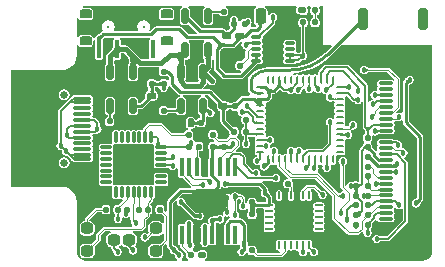
<source format=gtl>
G04*
G04 #@! TF.GenerationSoftware,Altium Limited,Altium Designer,18.1.7 (191)*
G04*
G04 Layer_Physical_Order=1*
G04 Layer_Color=255*
%FSLAX25Y25*%
%MOIN*%
G70*
G01*
G75*
%ADD13C,0.01000*%
%ADD16C,0.00500*%
%ADD18C,0.00600*%
G04:AMPARAMS|DCode=19|XSize=31.5mil|YSize=70.87mil|CornerRadius=7.87mil|HoleSize=0mil|Usage=FLASHONLY|Rotation=0.000|XOffset=0mil|YOffset=0mil|HoleType=Round|Shape=RoundedRectangle|*
%AMROUNDEDRECTD19*
21,1,0.03150,0.05512,0,0,0.0*
21,1,0.01575,0.07087,0,0,0.0*
1,1,0.01575,0.00787,-0.02756*
1,1,0.01575,-0.00787,-0.02756*
1,1,0.01575,-0.00787,0.02756*
1,1,0.01575,0.00787,0.02756*
%
%ADD19ROUNDEDRECTD19*%
G04:AMPARAMS|DCode=20|XSize=37.4mil|YSize=39.37mil|CornerRadius=9.35mil|HoleSize=0mil|Usage=FLASHONLY|Rotation=90.000|XOffset=0mil|YOffset=0mil|HoleType=Round|Shape=RoundedRectangle|*
%AMROUNDEDRECTD20*
21,1,0.03740,0.02067,0,0,90.0*
21,1,0.01870,0.03937,0,0,90.0*
1,1,0.01870,0.01034,0.00935*
1,1,0.01870,0.01034,-0.00935*
1,1,0.01870,-0.01034,-0.00935*
1,1,0.01870,-0.01034,0.00935*
%
%ADD20ROUNDEDRECTD20*%
G04:AMPARAMS|DCode=21|XSize=59.06mil|YSize=11.81mil|CornerRadius=2.95mil|HoleSize=0mil|Usage=FLASHONLY|Rotation=0.000|XOffset=0mil|YOffset=0mil|HoleType=Round|Shape=RoundedRectangle|*
%AMROUNDEDRECTD21*
21,1,0.05906,0.00591,0,0,0.0*
21,1,0.05315,0.01181,0,0,0.0*
1,1,0.00591,0.02657,-0.00295*
1,1,0.00591,-0.02657,-0.00295*
1,1,0.00591,-0.02657,0.00295*
1,1,0.00591,0.02657,0.00295*
%
%ADD21ROUNDEDRECTD21*%
G04:AMPARAMS|DCode=22|XSize=160mil|YSize=160mil|CornerRadius=16mil|HoleSize=0mil|Usage=FLASHONLY|Rotation=0.000|XOffset=0mil|YOffset=0mil|HoleType=Round|Shape=RoundedRectangle|*
%AMROUNDEDRECTD22*
21,1,0.16000,0.12800,0,0,0.0*
21,1,0.12800,0.16000,0,0,0.0*
1,1,0.03200,0.06400,-0.06400*
1,1,0.03200,-0.06400,-0.06400*
1,1,0.03200,-0.06400,0.06400*
1,1,0.03200,0.06400,0.06400*
%
%ADD22ROUNDEDRECTD22*%
G04:AMPARAMS|DCode=23|XSize=26.57mil|YSize=9.84mil|CornerRadius=2.46mil|HoleSize=0mil|Usage=FLASHONLY|Rotation=0.000|XOffset=0mil|YOffset=0mil|HoleType=Round|Shape=RoundedRectangle|*
%AMROUNDEDRECTD23*
21,1,0.02657,0.00492,0,0,0.0*
21,1,0.02165,0.00984,0,0,0.0*
1,1,0.00492,0.01083,-0.00246*
1,1,0.00492,-0.01083,-0.00246*
1,1,0.00492,-0.01083,0.00246*
1,1,0.00492,0.01083,0.00246*
%
%ADD23ROUNDEDRECTD23*%
G04:AMPARAMS|DCode=24|XSize=26.57mil|YSize=9.84mil|CornerRadius=2.46mil|HoleSize=0mil|Usage=FLASHONLY|Rotation=90.000|XOffset=0mil|YOffset=0mil|HoleType=Round|Shape=RoundedRectangle|*
%AMROUNDEDRECTD24*
21,1,0.02657,0.00492,0,0,90.0*
21,1,0.02165,0.00984,0,0,90.0*
1,1,0.00492,0.00246,0.01083*
1,1,0.00492,0.00246,-0.01083*
1,1,0.00492,-0.00246,-0.01083*
1,1,0.00492,-0.00246,0.01083*
%
%ADD24ROUNDEDRECTD24*%
G04:AMPARAMS|DCode=25|XSize=78.74mil|YSize=118.11mil|CornerRadius=19.68mil|HoleSize=0mil|Usage=FLASHONLY|Rotation=90.000|XOffset=0mil|YOffset=0mil|HoleType=Round|Shape=RoundedRectangle|*
%AMROUNDEDRECTD25*
21,1,0.07874,0.07874,0,0,90.0*
21,1,0.03937,0.11811,0,0,90.0*
1,1,0.03937,0.03937,0.01968*
1,1,0.03937,0.03937,-0.01968*
1,1,0.03937,-0.03937,-0.01968*
1,1,0.03937,-0.03937,0.01968*
%
%ADD25ROUNDEDRECTD25*%
G04:AMPARAMS|DCode=26|XSize=61.81mil|YSize=16.14mil|CornerRadius=4.04mil|HoleSize=0mil|Usage=FLASHONLY|Rotation=90.000|XOffset=0mil|YOffset=0mil|HoleType=Round|Shape=RoundedRectangle|*
%AMROUNDEDRECTD26*
21,1,0.06181,0.00807,0,0,90.0*
21,1,0.05374,0.01614,0,0,90.0*
1,1,0.00807,0.00404,0.02687*
1,1,0.00807,0.00404,-0.02687*
1,1,0.00807,-0.00404,-0.02687*
1,1,0.00807,-0.00404,0.02687*
%
%ADD26ROUNDEDRECTD26*%
G04:AMPARAMS|DCode=27|XSize=20mil|YSize=20mil|CornerRadius=5mil|HoleSize=0mil|Usage=FLASHONLY|Rotation=180.000|XOffset=0mil|YOffset=0mil|HoleType=Round|Shape=RoundedRectangle|*
%AMROUNDEDRECTD27*
21,1,0.02000,0.01000,0,0,180.0*
21,1,0.01000,0.02000,0,0,180.0*
1,1,0.01000,-0.00500,0.00500*
1,1,0.01000,0.00500,0.00500*
1,1,0.01000,0.00500,-0.00500*
1,1,0.01000,-0.00500,-0.00500*
%
%ADD27ROUNDEDRECTD27*%
G04:AMPARAMS|DCode=28|XSize=20mil|YSize=20mil|CornerRadius=5mil|HoleSize=0mil|Usage=FLASHONLY|Rotation=90.000|XOffset=0mil|YOffset=0mil|HoleType=Round|Shape=RoundedRectangle|*
%AMROUNDEDRECTD28*
21,1,0.02000,0.01000,0,0,90.0*
21,1,0.01000,0.02000,0,0,90.0*
1,1,0.01000,0.00500,0.00500*
1,1,0.01000,0.00500,-0.00500*
1,1,0.01000,-0.00500,-0.00500*
1,1,0.01000,-0.00500,0.00500*
%
%ADD28ROUNDEDRECTD28*%
G04:AMPARAMS|DCode=29|XSize=30mil|YSize=22mil|CornerRadius=5.5mil|HoleSize=0mil|Usage=FLASHONLY|Rotation=0.000|XOffset=0mil|YOffset=0mil|HoleType=Round|Shape=RoundedRectangle|*
%AMROUNDEDRECTD29*
21,1,0.03000,0.01100,0,0,0.0*
21,1,0.01900,0.02200,0,0,0.0*
1,1,0.01100,0.00950,-0.00550*
1,1,0.01100,-0.00950,-0.00550*
1,1,0.01100,-0.00950,0.00550*
1,1,0.01100,0.00950,0.00550*
%
%ADD29ROUNDEDRECTD29*%
G04:AMPARAMS|DCode=30|XSize=30mil|YSize=22mil|CornerRadius=5.5mil|HoleSize=0mil|Usage=FLASHONLY|Rotation=90.000|XOffset=0mil|YOffset=0mil|HoleType=Round|Shape=RoundedRectangle|*
%AMROUNDEDRECTD30*
21,1,0.03000,0.01100,0,0,90.0*
21,1,0.01900,0.02200,0,0,90.0*
1,1,0.01100,0.00550,0.00950*
1,1,0.01100,0.00550,-0.00950*
1,1,0.01100,-0.00550,-0.00950*
1,1,0.01100,-0.00550,0.00950*
%
%ADD30ROUNDEDRECTD30*%
G04:AMPARAMS|DCode=31|XSize=23.62mil|YSize=51.18mil|CornerRadius=5.91mil|HoleSize=0mil|Usage=FLASHONLY|Rotation=0.000|XOffset=0mil|YOffset=0mil|HoleType=Round|Shape=RoundedRectangle|*
%AMROUNDEDRECTD31*
21,1,0.02362,0.03937,0,0,0.0*
21,1,0.01181,0.05118,0,0,0.0*
1,1,0.01181,0.00591,-0.01968*
1,1,0.01181,-0.00591,-0.01968*
1,1,0.01181,-0.00591,0.01968*
1,1,0.01181,0.00591,0.01968*
%
%ADD31ROUNDEDRECTD31*%
G04:AMPARAMS|DCode=32|XSize=86.61mil|YSize=70.87mil|CornerRadius=17.72mil|HoleSize=0mil|Usage=FLASHONLY|Rotation=180.000|XOffset=0mil|YOffset=0mil|HoleType=Round|Shape=RoundedRectangle|*
%AMROUNDEDRECTD32*
21,1,0.08661,0.03543,0,0,180.0*
21,1,0.05118,0.07087,0,0,180.0*
1,1,0.03543,-0.02559,0.01772*
1,1,0.03543,0.02559,0.01772*
1,1,0.03543,0.02559,-0.01772*
1,1,0.03543,-0.02559,-0.01772*
%
%ADD32ROUNDEDRECTD32*%
%ADD33O,0.04921X0.01181*%
G04:AMPARAMS|DCode=34|XSize=12mil|YSize=38mil|CornerRadius=3mil|HoleSize=0mil|Usage=FLASHONLY|Rotation=90.000|XOffset=0mil|YOffset=0mil|HoleType=Round|Shape=RoundedRectangle|*
%AMROUNDEDRECTD34*
21,1,0.01200,0.03200,0,0,90.0*
21,1,0.00600,0.03800,0,0,90.0*
1,1,0.00600,0.01600,0.00300*
1,1,0.00600,0.01600,-0.00300*
1,1,0.00600,-0.01600,-0.00300*
1,1,0.00600,-0.01600,0.00300*
%
%ADD34ROUNDEDRECTD34*%
G04:AMPARAMS|DCode=35|XSize=12mil|YSize=38mil|CornerRadius=3mil|HoleSize=0mil|Usage=FLASHONLY|Rotation=0.000|XOffset=0mil|YOffset=0mil|HoleType=Round|Shape=RoundedRectangle|*
%AMROUNDEDRECTD35*
21,1,0.01200,0.03200,0,0,0.0*
21,1,0.00600,0.03800,0,0,0.0*
1,1,0.00600,0.00300,-0.01600*
1,1,0.00600,-0.00300,-0.01600*
1,1,0.00600,-0.00300,0.01600*
1,1,0.00600,0.00300,0.01600*
%
%ADD35ROUNDEDRECTD35*%
%ADD36R,0.10630X0.11024*%
%ADD37R,0.11024X0.10630*%
%ADD38O,0.00984X0.02756*%
%ADD39O,0.02756X0.00984*%
G04:AMPARAMS|DCode=40|XSize=10.24mil|YSize=33.07mil|CornerRadius=2.56mil|HoleSize=0mil|Usage=FLASHONLY|Rotation=90.000|XOffset=0mil|YOffset=0mil|HoleType=Round|Shape=RoundedRectangle|*
%AMROUNDEDRECTD40*
21,1,0.01024,0.02795,0,0,90.0*
21,1,0.00512,0.03307,0,0,90.0*
1,1,0.00512,0.01398,0.00256*
1,1,0.00512,0.01398,-0.00256*
1,1,0.00512,-0.01398,-0.00256*
1,1,0.00512,-0.01398,0.00256*
%
%ADD40ROUNDEDRECTD40*%
G04:AMPARAMS|DCode=41|XSize=92.52mil|YSize=62.21mil|CornerRadius=15.55mil|HoleSize=0mil|Usage=FLASHONLY|Rotation=90.000|XOffset=0mil|YOffset=0mil|HoleType=Round|Shape=RoundedRectangle|*
%AMROUNDEDRECTD41*
21,1,0.09252,0.03110,0,0,90.0*
21,1,0.06142,0.06221,0,0,90.0*
1,1,0.03110,0.01555,0.03071*
1,1,0.03110,0.01555,-0.03071*
1,1,0.03110,-0.01555,-0.03071*
1,1,0.03110,-0.01555,0.03071*
%
%ADD41ROUNDEDRECTD41*%
G04:AMPARAMS|DCode=42|XSize=51.18mil|YSize=35.43mil|CornerRadius=8.86mil|HoleSize=0mil|Usage=FLASHONLY|Rotation=90.000|XOffset=0mil|YOffset=0mil|HoleType=Round|Shape=RoundedRectangle|*
%AMROUNDEDRECTD42*
21,1,0.05118,0.01772,0,0,90.0*
21,1,0.03347,0.03543,0,0,90.0*
1,1,0.01772,0.00886,0.01673*
1,1,0.01772,0.00886,-0.01673*
1,1,0.01772,-0.00886,-0.01673*
1,1,0.01772,-0.00886,0.01673*
%
%ADD42ROUNDEDRECTD42*%
G04:AMPARAMS|DCode=43|XSize=60mil|YSize=16mil|CornerRadius=4mil|HoleSize=0mil|Usage=FLASHONLY|Rotation=270.000|XOffset=0mil|YOffset=0mil|HoleType=Round|Shape=RoundedRectangle|*
%AMROUNDEDRECTD43*
21,1,0.06000,0.00800,0,0,270.0*
21,1,0.05200,0.01600,0,0,270.0*
1,1,0.00800,-0.00400,-0.02600*
1,1,0.00800,-0.00400,0.02600*
1,1,0.00800,0.00400,0.02600*
1,1,0.00800,0.00400,-0.02600*
%
%ADD43ROUNDEDRECTD43*%
G04:AMPARAMS|DCode=44|XSize=42mil|YSize=30mil|CornerRadius=7.5mil|HoleSize=0mil|Usage=FLASHONLY|Rotation=180.000|XOffset=0mil|YOffset=0mil|HoleType=Round|Shape=RoundedRectangle|*
%AMROUNDEDRECTD44*
21,1,0.04200,0.01500,0,0,180.0*
21,1,0.02700,0.03000,0,0,180.0*
1,1,0.01500,-0.01350,0.00750*
1,1,0.01500,0.01350,0.00750*
1,1,0.01500,0.01350,-0.00750*
1,1,0.01500,-0.01350,-0.00750*
%
%ADD44ROUNDEDRECTD44*%
%ADD75C,0.00400*%
%ADD76C,0.01500*%
%ADD77C,0.00700*%
%ADD78O,0.08268X0.03937*%
%ADD79O,0.06299X0.03937*%
%ADD80C,0.02559*%
%ADD81C,0.01000*%
%ADD82C,0.01800*%
G36*
X108034Y99402D02*
X108032Y99459D01*
X108024Y99510D01*
X108012Y99554D01*
X107995Y99593D01*
X107974Y99626D01*
X107947Y99652D01*
X107916Y99673D01*
X107879Y99688D01*
X107838Y99697D01*
X107792Y99700D01*
Y100300D01*
X107838Y100303D01*
X107879Y100312D01*
X107916Y100327D01*
X107947Y100348D01*
X107974Y100374D01*
X107995Y100407D01*
X108012Y100446D01*
X108024Y100490D01*
X108032Y100541D01*
X108034Y100598D01*
Y99402D01*
D02*
G37*
G36*
X139862Y99513D02*
X139828Y99508D01*
X139798Y99501D01*
X139772Y99490D01*
X139750Y99476D01*
X139732Y99460D01*
X139718Y99440D01*
X139708Y99417D01*
X139702Y99391D01*
X139700Y99362D01*
X139300D01*
X139298Y99391D01*
X139292Y99417D01*
X139282Y99440D01*
X139268Y99460D01*
X139250Y99476D01*
X139228Y99490D01*
X139202Y99501D01*
X139172Y99508D01*
X139138Y99513D01*
X139100Y99514D01*
X139900D01*
X139862Y99513D01*
D02*
G37*
G36*
X104901Y100431D02*
X104912Y100303D01*
X104921Y100256D01*
X104934Y100221D01*
X104948Y100197D01*
X104966Y100183D01*
X104986Y100182D01*
X105008Y100191D01*
X105034Y100212D01*
X105069Y99399D01*
X105038Y99364D01*
X105010Y99324D01*
X104986Y99279D01*
X104965Y99229D01*
X104947Y99174D01*
X104933Y99115D01*
X104922Y99050D01*
X104914Y98980D01*
X104909Y98826D01*
X104899Y100511D01*
X104901Y100431D01*
D02*
G37*
G36*
X119948Y101480D02*
X119940Y101479D01*
X119481Y101172D01*
X119175Y100714D01*
X119067Y100173D01*
Y96827D01*
X119175Y96286D01*
X119481Y95828D01*
X119581Y95761D01*
X119688Y95232D01*
X119443Y94920D01*
X118055D01*
X118021Y94963D01*
X118009Y95491D01*
X118319Y95954D01*
X118427Y96500D01*
X118319Y97046D01*
X118009Y97509D01*
X117546Y97819D01*
X117000Y97927D01*
X116454Y97819D01*
X116006Y97520D01*
X115500D01*
X115110Y97442D01*
X114779Y97221D01*
X114592Y96941D01*
X114328Y96881D01*
X114044Y96869D01*
X113905Y97086D01*
X113927Y97200D01*
X113819Y97746D01*
X113509Y98209D01*
X113046Y98519D01*
X112500Y98627D01*
X111954Y98519D01*
X111491Y98209D01*
X111181Y97746D01*
X111073Y97200D01*
X111117Y96978D01*
X111058Y96890D01*
X110980Y96500D01*
Y95500D01*
X111058Y95110D01*
X111279Y94779D01*
X111284Y94726D01*
X110321Y93763D01*
X110275Y93747D01*
X110220Y93696D01*
X110184Y93670D01*
X110149Y93649D01*
X110113Y93633D01*
X110075Y93621D01*
X109925D01*
X109887Y93633D01*
X109851Y93649D01*
X109816Y93670D01*
X109781Y93696D01*
X109725Y93747D01*
X109679Y93763D01*
X109121Y94321D01*
X108790Y94542D01*
X108400Y94620D01*
X101577D01*
X98109Y98087D01*
X98094Y98131D01*
X98065Y98165D01*
X98055Y98179D01*
X98041Y98204D01*
X98026Y98240D01*
X98011Y98289D01*
X97997Y98351D01*
X97986Y98419D01*
X97970Y98618D01*
X97970Y98732D01*
X97962Y98749D01*
Y100463D01*
X97878Y100889D01*
X97637Y101249D01*
X97291Y101480D01*
X97282Y101520D01*
X97374Y101980D01*
X102626D01*
X102718Y101520D01*
X102709Y101480D01*
X102363Y101249D01*
X102122Y100889D01*
X102038Y100463D01*
Y96526D01*
X102122Y96100D01*
X102363Y95740D01*
X102724Y95499D01*
X103150Y95414D01*
X104331D01*
X104756Y95499D01*
X105117Y95740D01*
X105358Y96100D01*
X105443Y96526D01*
Y98792D01*
X105449Y98807D01*
X105454Y98940D01*
X105458Y98974D01*
X105464Y99006D01*
X105469Y99028D01*
X105472Y99038D01*
X105475Y99041D01*
X105477Y99047D01*
X105483Y99057D01*
X105485Y99064D01*
X105487Y99067D01*
X105487Y99075D01*
X105489Y99082D01*
X105493Y99094D01*
X105584Y99184D01*
X107543D01*
X107558Y99110D01*
X107779Y98779D01*
X108110Y98558D01*
X108500Y98480D01*
X109500D01*
X109890Y98558D01*
X110221Y98779D01*
X110442Y99110D01*
X110520Y99500D01*
Y100500D01*
X110442Y100890D01*
X110221Y101221D01*
X109890Y101442D01*
X109697Y101480D01*
X109746Y101980D01*
X119899D01*
X119948Y101480D01*
D02*
G37*
G36*
X139702Y97609D02*
X139708Y97583D01*
X139718Y97560D01*
X139732Y97540D01*
X139750Y97524D01*
X139772Y97510D01*
X139798Y97499D01*
X139828Y97492D01*
X139862Y97487D01*
X139900Y97486D01*
X139100D01*
X139138Y97487D01*
X139172Y97492D01*
X139202Y97499D01*
X139228Y97510D01*
X139250Y97524D01*
X139268Y97540D01*
X139282Y97560D01*
X139292Y97583D01*
X139298Y97609D01*
X139300Y97638D01*
X139700D01*
X139702Y97609D01*
D02*
G37*
G36*
X95238Y101520D02*
X95229Y101480D01*
X94883Y101249D01*
X94642Y100889D01*
X94557Y100463D01*
Y96526D01*
X94642Y96100D01*
X94883Y95740D01*
X95244Y95499D01*
X95669Y95414D01*
X96850D01*
X97276Y95499D01*
X97598Y95714D01*
X100293Y93020D01*
X100094Y92520D01*
X97322D01*
X95021Y94821D01*
X94690Y95042D01*
X94300Y95120D01*
X86500D01*
X86110Y95042D01*
X85779Y94821D01*
X84584Y93626D01*
X84196Y93945D01*
X84360Y94190D01*
X84521Y95000D01*
X84360Y95810D01*
X83901Y96496D01*
X83215Y96954D01*
X82406Y97115D01*
X81596Y96954D01*
X80910Y96496D01*
X80451Y95810D01*
X80290Y95000D01*
X80451Y94190D01*
X80632Y93920D01*
X80365Y93420D01*
X72635D01*
X72368Y93920D01*
X72549Y94190D01*
X72710Y95000D01*
X72549Y95810D01*
X72090Y96496D01*
X71404Y96954D01*
X70595Y97115D01*
X69785Y96954D01*
X69099Y96496D01*
X68640Y95810D01*
X68479Y95000D01*
X68640Y94190D01*
X68831Y93904D01*
X68594Y93359D01*
X68510Y93342D01*
X68179Y93121D01*
X67730Y92672D01*
X67680Y92652D01*
X67614Y92588D01*
X67563Y92541D01*
X67465Y92461D01*
X67438Y92442D01*
X67417Y92429D01*
X67417Y92428D01*
X67414Y92428D01*
X67410Y92425D01*
X67390Y92417D01*
X67375Y92403D01*
X66954Y92319D01*
X66491Y92009D01*
X66181Y91546D01*
X66108Y91180D01*
X65599D01*
X65527Y91538D01*
X65251Y91951D01*
X64838Y92228D01*
X64350Y92325D01*
X61650D01*
X61162Y92228D01*
X60749Y91951D01*
X60520Y91608D01*
X60230Y91620D01*
X60020Y91691D01*
Y97809D01*
X60230Y97880D01*
X60520Y97892D01*
X60749Y97549D01*
X61162Y97272D01*
X61650Y97176D01*
X64350D01*
X64838Y97272D01*
X65251Y97549D01*
X65527Y97962D01*
X65624Y98450D01*
Y99950D01*
X65527Y100438D01*
X65251Y100851D01*
X64838Y101128D01*
X64350Y101225D01*
X62351D01*
X62150Y101725D01*
X62317Y101885D01*
X63000Y101976D01*
Y101980D01*
X95146D01*
X95238Y101520D01*
D02*
G37*
G36*
X125967Y97392D02*
X125911Y97324D01*
X125862Y97254D01*
X125819Y97183D01*
X125783Y97109D01*
X125753Y97034D01*
X125730Y96956D01*
X125713Y96876D01*
X125703Y96795D01*
X125700Y96711D01*
X125100D01*
X125097Y96795D01*
X125087Y96876D01*
X125070Y96956D01*
X125047Y97034D01*
X125017Y97109D01*
X124981Y97183D01*
X124938Y97254D01*
X124889Y97324D01*
X124833Y97392D01*
X124770Y97457D01*
X126030D01*
X125967Y97392D01*
D02*
G37*
G36*
X97429Y98595D02*
X97448Y98354D01*
X97465Y98246D01*
X97488Y98147D01*
X97517Y98055D01*
X97552Y97973D01*
X97591Y97898D01*
X97637Y97832D01*
X97688Y97774D01*
Y96359D01*
X97643Y96401D01*
X97601Y96432D01*
X97563Y96452D01*
X97529Y96462D01*
X97498Y96462D01*
X97470Y96451D01*
X97446Y96429D01*
X97426Y96396D01*
X97409Y96354D01*
X97395Y96300D01*
X97428Y98728D01*
X97429Y98595D01*
D02*
G37*
G36*
X122127Y95948D02*
X122032Y95947D01*
X121947Y95938D01*
X121872Y95921D01*
X121807Y95897D01*
X121752Y95864D01*
X121707Y95824D01*
X121672Y95776D01*
X121647Y95721D01*
X121632Y95657D01*
X121627Y95586D01*
X120627D01*
X120622Y95648D01*
X120607Y95705D01*
X120583Y95758D01*
X120549Y95807D01*
X120505Y95851D01*
X120451Y95890D01*
X120388Y95925D01*
X120315Y95956D01*
X120232Y95982D01*
X120139Y96004D01*
X122127Y95948D01*
D02*
G37*
G36*
X142000Y89000D02*
X144905D01*
X145096Y88538D01*
X143478Y86920D01*
X143125Y86567D01*
X142761Y86239D01*
X141435Y85076D01*
X139559Y83823D01*
X137537Y82825D01*
X135401Y82100D01*
X133189Y81661D01*
X130964Y81515D01*
X130939Y81520D01*
X123970D01*
Y81539D01*
X122368Y81382D01*
X120828Y80915D01*
X119409Y80156D01*
X118165Y79135D01*
X118172Y79128D01*
X117629Y78420D01*
X117287Y77595D01*
X117171Y76710D01*
X117180D01*
Y74224D01*
X117160D01*
X117317Y73434D01*
X117765Y72765D01*
X117765Y72765D01*
X117875Y72559D01*
X117617Y72059D01*
X115496D01*
X115106Y71981D01*
X114775Y71760D01*
X113172Y70158D01*
X113124Y70139D01*
X113019Y70040D01*
X112993Y70020D01*
X112557D01*
X112540Y70027D01*
X112523Y70020D01*
X112506D01*
X112490Y70025D01*
X112481Y70020D01*
X112457D01*
X112066Y69942D01*
X111736Y69721D01*
X111646Y69586D01*
X111614Y69573D01*
X111601Y69541D01*
X111594Y69541D01*
X111546Y69520D01*
X110873D01*
X110848Y69531D01*
X110833Y69554D01*
X110796Y69643D01*
X110765Y69656D01*
X110664Y69807D01*
X110316Y70039D01*
X109907Y70121D01*
X109200D01*
X109194Y70122D01*
X109184Y70121D01*
X108882D01*
X108844Y70133D01*
X108808Y70149D01*
X108773Y70170D01*
X108737Y70196D01*
X108682Y70247D01*
X108635Y70263D01*
X105078Y73821D01*
X104747Y74042D01*
X104357Y74120D01*
X102329D01*
X102122Y74620D01*
X103141Y75639D01*
X103418Y76052D01*
X103435Y76140D01*
X103966Y76246D01*
X104136Y75991D01*
X104599Y75681D01*
X105146Y75573D01*
X105692Y75681D01*
X106155Y75991D01*
X106464Y76454D01*
X106573Y77000D01*
X106464Y77546D01*
X106155Y78009D01*
X105692Y78319D01*
X105614Y78334D01*
X104210Y79738D01*
X104199Y79771D01*
X104146Y79832D01*
X104115Y79877D01*
X104095Y79914D01*
X104100Y79923D01*
X104136Y79970D01*
X104192Y80033D01*
X104205Y80068D01*
X104641Y80504D01*
X104918Y80918D01*
X105015Y81406D01*
Y83991D01*
X105031Y84028D01*
X105180Y84151D01*
X105621Y83976D01*
X105680Y83886D01*
Y81100D01*
X105758Y80710D01*
X105979Y80379D01*
X108479Y77879D01*
X108810Y77658D01*
X109200Y77580D01*
X114887D01*
X115278Y77658D01*
X115608Y77879D01*
X120266Y82536D01*
X121248D01*
X121543Y82595D01*
X121793Y82762D01*
X121960Y83012D01*
X122019Y83307D01*
Y83819D01*
X121960Y84114D01*
X121793Y84364D01*
Y84731D01*
X121960Y84981D01*
X122019Y85276D01*
Y85787D01*
X121960Y86082D01*
X121793Y86332D01*
Y86699D01*
X121960Y86949D01*
X122019Y87244D01*
Y87756D01*
X121960Y88051D01*
X121793Y88301D01*
Y88668D01*
X121960Y88918D01*
X122019Y89213D01*
Y89724D01*
X121960Y90019D01*
X121793Y90269D01*
Y90636D01*
X121960Y90886D01*
X122019Y91181D01*
Y91693D01*
X122007Y91753D01*
X125977Y95723D01*
X125977Y95723D01*
X126154Y95988D01*
X126216Y96300D01*
X126216Y96300D01*
Y96636D01*
X126241Y96690D01*
X126243Y96752D01*
X126248Y96789D01*
X126255Y96824D01*
X126265Y96857D01*
X126278Y96890D01*
X126294Y96924D01*
X126315Y96958D01*
X126341Y96994D01*
X126372Y97032D01*
X126421Y97084D01*
X126445Y97144D01*
X126719Y97554D01*
X126827Y98100D01*
X126719Y98646D01*
X126409Y99109D01*
X125946Y99419D01*
X125400Y99527D01*
X124854Y99419D01*
X124391Y99109D01*
X124165Y98772D01*
X123665Y98921D01*
Y100173D01*
X123557Y100714D01*
X123251Y101172D01*
X122793Y101479D01*
X122784Y101480D01*
X122833Y101980D01*
X133296D01*
X133438Y101637D01*
X133471Y101480D01*
X133181Y101046D01*
X133073Y100500D01*
X133181Y99954D01*
X133491Y99491D01*
X133954Y99181D01*
X134500Y99073D01*
X134568Y99086D01*
X134610Y99058D01*
X135000Y98980D01*
X136000D01*
X136390Y99058D01*
X136721Y99279D01*
X136942Y99610D01*
X137020Y100000D01*
Y101000D01*
X136942Y101390D01*
X136882Y101480D01*
X137149Y101980D01*
X137851D01*
X138118Y101480D01*
X138058Y101390D01*
X137980Y101000D01*
Y100000D01*
X138058Y99610D01*
X138279Y99279D01*
X138610Y99058D01*
X138786Y99023D01*
Y97977D01*
X138610Y97942D01*
X138279Y97721D01*
X138058Y97390D01*
X137980Y97000D01*
Y96000D01*
X138058Y95610D01*
X138279Y95279D01*
X138610Y95058D01*
X139000Y94980D01*
X140000D01*
X140390Y95058D01*
X140721Y95279D01*
X140942Y95610D01*
X141020Y96000D01*
Y97000D01*
X140942Y97390D01*
X140721Y97721D01*
X140390Y97942D01*
X140214Y97977D01*
Y99023D01*
X140390Y99058D01*
X140721Y99279D01*
X140942Y99610D01*
X141020Y100000D01*
Y101000D01*
X140942Y101390D01*
X140882Y101480D01*
X141149Y101980D01*
X142000D01*
Y89000D01*
D02*
G37*
G36*
X113154Y95030D02*
X113122Y95013D01*
X113093Y94990D01*
X113069Y94960D01*
X113048Y94924D01*
X113031Y94883D01*
X113017Y94834D01*
X113008Y94780D01*
X113002Y94719D01*
X113000Y94652D01*
X112000D01*
X111998Y94719D01*
X111992Y94780D01*
X111983Y94834D01*
X111969Y94883D01*
X111952Y94924D01*
X111931Y94960D01*
X111907Y94990D01*
X111878Y95013D01*
X111846Y95030D01*
X111810Y95040D01*
X113190D01*
X113154Y95030D01*
D02*
G37*
G36*
X153973Y94549D02*
X153968Y94681D01*
X153958Y94792D01*
X153942Y94884D01*
X153920Y94955D01*
X153893Y95007D01*
X153861Y95039D01*
X153823Y95051D01*
X153779Y95043D01*
X153729Y95015D01*
X153674Y94967D01*
Y96382D01*
X153726Y96440D01*
X153771Y96506D01*
X153811Y96581D01*
X153845Y96663D01*
X153874Y96755D01*
X153897Y96854D01*
X153915Y96962D01*
X153927Y97079D01*
X153934Y97336D01*
X153973Y94549D01*
D02*
G37*
G36*
X111706Y92999D02*
X111457Y92760D01*
X110000Y93028D01*
X108543Y92760D01*
X108540Y92761D01*
X108532Y92768D01*
X108519Y92779D01*
X108294Y92999D01*
X109361Y93346D01*
X109437Y93277D01*
X109517Y93218D01*
X109601Y93168D01*
X109690Y93128D01*
X109784Y93097D01*
X109881Y93076D01*
X109983Y93064D01*
X110000Y93064D01*
X110017Y93064D01*
X110119Y93076D01*
X110216Y93097D01*
X110310Y93128D01*
X110399Y93168D01*
X110483Y93218D01*
X110563Y93277D01*
X110639Y93346D01*
X111706Y92999D01*
D02*
G37*
G36*
X121554Y92030D02*
X121527Y92002D01*
X121430Y91891D01*
X121425Y91881D01*
X121423Y91874D01*
X121424Y91869D01*
X120193Y91930D01*
X120270Y91928D01*
X120342Y91930D01*
X120410Y91936D01*
X120473Y91946D01*
X120533Y91960D01*
X120588Y91978D01*
X120639Y92000D01*
X120685Y92026D01*
X120728Y92056D01*
X120766Y92090D01*
X121554Y92030D01*
D02*
G37*
G36*
X68765Y91557D02*
X68695Y91486D01*
X68530Y91294D01*
X68490Y91237D01*
X68457Y91184D01*
X68432Y91135D01*
X68414Y91089D01*
X68403Y91047D01*
X68400Y91009D01*
X67509Y91900D01*
X67547Y91903D01*
X67589Y91914D01*
X67635Y91932D01*
X67684Y91957D01*
X67737Y91990D01*
X67794Y92030D01*
X67918Y92133D01*
X67986Y92195D01*
X68057Y92264D01*
X68765Y91557D01*
D02*
G37*
G36*
X115416Y90913D02*
X115289Y90919D01*
X115169Y90917D01*
X115056Y90908D01*
X114950Y90893D01*
X114851Y90870D01*
X114759Y90841D01*
X114674Y90804D01*
X114596Y90761D01*
X114525Y90711D01*
X114461Y90654D01*
X113090Y90697D01*
X113136Y90746D01*
X113172Y90791D01*
X113201Y90834D01*
X113221Y90874D01*
X113232Y90912D01*
X113235Y90947D01*
X113229Y90980D01*
X113215Y91010D01*
X113193Y91037D01*
X113162Y91062D01*
X115416Y90913D01*
D02*
G37*
G36*
X68002Y90763D02*
X68007Y90704D01*
X68016Y90649D01*
X68029Y90598D01*
X68045Y90551D01*
X68065Y90509D01*
X68088Y90470D01*
X68115Y90436D01*
X68146Y90406D01*
X68180Y90380D01*
X66820D01*
X66854Y90406D01*
X66885Y90436D01*
X66912Y90470D01*
X66935Y90509D01*
X66955Y90551D01*
X66971Y90598D01*
X66984Y90649D01*
X66993Y90704D01*
X66998Y90763D01*
X67000Y90826D01*
X68000D01*
X68002Y90763D01*
D02*
G37*
G36*
X68105Y90328D02*
X68083Y90291D01*
X68064Y90246D01*
X68047Y90193D01*
X68032Y90132D01*
X68021Y90064D01*
X68005Y89903D01*
X68001Y89811D01*
X68000Y89712D01*
X67000D01*
X66999Y89811D01*
X66979Y90064D01*
X66967Y90132D01*
X66953Y90193D01*
X66936Y90246D01*
X66917Y90291D01*
X66895Y90328D01*
X66870Y90357D01*
X68130D01*
X68105Y90328D01*
D02*
G37*
G36*
X118223Y89117D02*
X118219Y89127D01*
X118211Y89136D01*
X118199Y89144D01*
X118183Y89150D01*
X118163Y89156D01*
X118139Y89160D01*
X118111Y89164D01*
X118043Y89168D01*
X118003Y89169D01*
Y89768D01*
X118043Y89769D01*
X118139Y89777D01*
X118163Y89781D01*
X118183Y89787D01*
X118199Y89793D01*
X118211Y89801D01*
X118219Y89810D01*
X118223Y89820D01*
Y89117D01*
D02*
G37*
G36*
X116727Y89842D02*
X116857Y89813D01*
X116926Y89801D01*
X117153Y89777D01*
X117320Y89769D01*
X117408Y89768D01*
X117824Y89169D01*
X117736Y89165D01*
X117655Y89154D01*
X117581Y89135D01*
X117515Y89109D01*
X117457Y89075D01*
X117406Y89035D01*
X117362Y88986D01*
X117326Y88930D01*
X117298Y88867D01*
X117277Y88797D01*
X116668Y89859D01*
X116727Y89842D01*
D02*
G37*
G36*
X68001Y88689D02*
X68021Y88436D01*
X68032Y88368D01*
X68047Y88307D01*
X68064Y88254D01*
X68083Y88209D01*
X68105Y88172D01*
X68130Y88143D01*
X66870D01*
X66895Y88172D01*
X66917Y88209D01*
X66936Y88254D01*
X66953Y88307D01*
X66967Y88368D01*
X66979Y88436D01*
X66995Y88597D01*
X66999Y88689D01*
X67000Y88788D01*
X68000D01*
X68001Y88689D01*
D02*
G37*
G36*
X107844Y89973D02*
X107995Y89852D01*
X108151Y89746D01*
X108313Y89655D01*
X108480Y89577D01*
X108654Y89513D01*
X108834Y89464D01*
X109019Y89428D01*
X109210Y89407D01*
X109407Y89400D01*
Y88400D01*
X109210Y88393D01*
X109019Y88372D01*
X108834Y88336D01*
X108654Y88287D01*
X108480Y88223D01*
X108313Y88145D01*
X108151Y88054D01*
X107995Y87947D01*
X107844Y87827D01*
X107700Y87693D01*
X106786Y88193D01*
X106913Y88334D01*
X107012Y88476D01*
X107083Y88617D01*
X107125Y88759D01*
X107139Y88900D01*
X107125Y89041D01*
X107083Y89183D01*
X107012Y89324D01*
X106913Y89466D01*
X106786Y89607D01*
X107700Y90107D01*
X107844Y89973D01*
D02*
G37*
G36*
X118223Y87149D02*
X118216Y87178D01*
X118207Y87203D01*
X118196Y87226D01*
X118183Y87246D01*
X118168Y87262D01*
X118151Y87276D01*
X118132Y87286D01*
X118112Y87294D01*
X118089Y87299D01*
X118064Y87300D01*
Y87700D01*
X118089Y87701D01*
X118112Y87706D01*
X118132Y87714D01*
X118151Y87724D01*
X118168Y87738D01*
X118183Y87754D01*
X118196Y87774D01*
X118207Y87797D01*
X118216Y87822D01*
X118223Y87851D01*
Y87149D01*
D02*
G37*
G36*
X74289Y88858D02*
X74305Y88730D01*
X74332Y88617D01*
X74370Y88520D01*
X74418Y88437D01*
X74477Y88370D01*
X74547Y88318D01*
X74627Y88280D01*
X74719Y88257D01*
X74821Y88250D01*
Y86750D01*
X74719Y86743D01*
X74627Y86720D01*
X74547Y86682D01*
X74477Y86630D01*
X74418Y86563D01*
X74370Y86480D01*
X74332Y86383D01*
X74305Y86270D01*
X74289Y86142D01*
X74284Y86000D01*
Y89000D01*
X74289Y88858D01*
D02*
G37*
G36*
X72734Y84749D02*
X72703Y84893D01*
X72634Y85120D01*
X72597Y85203D01*
X72557Y85265D01*
X72516Y85308D01*
X72473Y85329D01*
X72429Y85331D01*
X72382Y85312D01*
X72333Y85273D01*
Y87394D01*
X72407Y87478D01*
X72473Y87575D01*
X72531Y87686D01*
X72581Y87809D01*
X72623Y87946D01*
X72657Y88095D01*
X72684Y88258D01*
X72702Y88434D01*
X72716Y88826D01*
X72734Y84749D01*
D02*
G37*
G36*
X120755Y85035D02*
X120670Y85024D01*
X120595Y85006D01*
X120530Y84981D01*
X120475Y84948D01*
X120430Y84909D01*
X120395Y84861D01*
X120370Y84807D01*
X120355Y84746D01*
X120350Y84677D01*
X119350D01*
X119345Y84746D01*
X119330Y84807D01*
X119305Y84861D01*
X119270Y84909D01*
X119225Y84948D01*
X119170Y84981D01*
X119105Y85006D01*
X119030Y85024D01*
X118945Y85035D01*
X118850Y85039D01*
X120850D01*
X120755Y85035D01*
D02*
G37*
G36*
X84648Y90880D02*
X84451Y90749D01*
X84252Y90451D01*
X84182Y90100D01*
Y84900D01*
X84247Y84575D01*
X84249Y84543D01*
X83968Y84074D01*
X81628D01*
X79696Y86006D01*
X79687Y86035D01*
X79644Y86058D01*
X77301Y88401D01*
X76888Y88678D01*
X76400Y88775D01*
X74891D01*
X74860Y88790D01*
X74847Y88791D01*
X74838Y88827D01*
X74829Y88902D01*
X74824Y89020D01*
X74818Y89035D01*
Y90100D01*
X74748Y90451D01*
X74549Y90749D01*
X74352Y90880D01*
X74444Y91380D01*
X84556D01*
X84648Y90880D01*
D02*
G37*
G36*
X120355Y84349D02*
X120370Y84287D01*
X120395Y84233D01*
X120430Y84186D01*
X120475Y84146D01*
X120530Y84114D01*
X120595Y84088D01*
X120670Y84070D01*
X120755Y84059D01*
X120850Y84056D01*
X118850D01*
X118945Y84059D01*
X119030Y84070D01*
X119105Y84088D01*
X119170Y84114D01*
X119225Y84146D01*
X119270Y84186D01*
X119305Y84233D01*
X119330Y84287D01*
X119345Y84349D01*
X119350Y84418D01*
X120350D01*
X120355Y84349D01*
D02*
G37*
G36*
X104699Y84671D02*
X104655Y84627D01*
X104616Y84577D01*
X104583Y84520D01*
X104555Y84456D01*
X104531Y84386D01*
X104513Y84310D01*
X104500Y84228D01*
X104493Y84138D01*
X104490Y84043D01*
X102990D01*
X102988Y84138D01*
X102980Y84228D01*
X102967Y84310D01*
X102949Y84386D01*
X102926Y84456D01*
X102897Y84520D01*
X102864Y84577D01*
X102825Y84627D01*
X102781Y84671D01*
X102733Y84709D01*
X104748D01*
X104699Y84671D01*
D02*
G37*
G36*
X72648Y90880D02*
X72451Y90749D01*
X72252Y90451D01*
X72182Y90100D01*
Y88860D01*
X72176Y88845D01*
X72162Y88472D01*
X72147Y88331D01*
X72126Y88200D01*
X72100Y88086D01*
X72070Y87991D01*
X72039Y87914D01*
X72007Y87853D01*
X71977Y87809D01*
X71926Y87750D01*
X71915Y87717D01*
X70359Y86161D01*
X70082Y85748D01*
X69985Y85260D01*
Y83009D01*
X69969Y82972D01*
X69967Y82892D01*
X69962Y82837D01*
X69955Y82794D01*
X69947Y82761D01*
X69940Y82740D01*
X69936Y82731D01*
X69922Y82720D01*
X69904Y82688D01*
X69870Y82674D01*
X69833Y82585D01*
X69642Y82300D01*
X69557Y81874D01*
Y77937D01*
X69642Y77512D01*
X69883Y77151D01*
X70244Y76910D01*
X70669Y76825D01*
X71850D01*
X72276Y76910D01*
X72637Y77151D01*
X72878Y77512D01*
X72962Y77937D01*
Y81874D01*
X72878Y82300D01*
X72687Y82585D01*
X72650Y82674D01*
X72616Y82688D01*
X72597Y82720D01*
X72583Y82731D01*
X72579Y82740D01*
X72572Y82761D01*
X72565Y82794D01*
X72558Y82837D01*
X72553Y82892D01*
X72551Y82972D01*
X72534Y83009D01*
Y83640D01*
X73034Y83995D01*
X73100Y83982D01*
X73900D01*
X74251Y84052D01*
X74549Y84251D01*
X74748Y84549D01*
X74818Y84900D01*
Y85965D01*
X74824Y85980D01*
X74829Y86098D01*
X74838Y86173D01*
X74847Y86209D01*
X74860Y86210D01*
X74891Y86225D01*
X75872D01*
X76504Y85594D01*
X76513Y85565D01*
X76528Y85557D01*
X76533Y85541D01*
X76721Y85339D01*
X76876Y85146D01*
X77011Y84948D01*
X77127Y84743D01*
X77225Y84532D01*
X77305Y84314D01*
X77367Y84087D01*
X77412Y83851D01*
X77439Y83605D01*
X77449Y83330D01*
X77466Y83294D01*
Y83009D01*
X77449Y82972D01*
X77447Y82892D01*
X77442Y82837D01*
X77435Y82794D01*
X77428Y82761D01*
X77421Y82740D01*
X77417Y82731D01*
X77403Y82720D01*
X77384Y82688D01*
X77350Y82674D01*
X77313Y82585D01*
X77122Y82300D01*
X77038Y81874D01*
Y77937D01*
X77122Y77512D01*
X77363Y77151D01*
X77724Y76910D01*
X78150Y76825D01*
X79331D01*
X79756Y76910D01*
X80117Y77151D01*
X80358Y77512D01*
X80443Y77937D01*
Y81180D01*
X80943Y81557D01*
X81100Y81525D01*
X87403D01*
X87648Y81025D01*
X87558Y80890D01*
X87480Y80500D01*
Y79500D01*
X87558Y79110D01*
X87779Y78779D01*
X88110Y78558D01*
X88500Y78480D01*
X89500D01*
X89890Y78558D01*
X90196Y78762D01*
X90780Y78178D01*
Y77284D01*
X90280Y77132D01*
X90221Y77221D01*
X89890Y77442D01*
X89500Y77520D01*
X88500D01*
X88110Y77442D01*
X87779Y77221D01*
X87689Y77086D01*
X87658Y77073D01*
X87644Y77041D01*
X87637Y77041D01*
X87589Y77020D01*
X86411D01*
X86363Y77041D01*
X86356Y77041D01*
X86342Y77073D01*
X86311Y77086D01*
X86221Y77221D01*
X85890Y77442D01*
X85500Y77520D01*
X84500D01*
X84110Y77442D01*
X83779Y77221D01*
X83558Y76890D01*
X83480Y76500D01*
Y75500D01*
X83558Y75110D01*
X83779Y74779D01*
X83914Y74689D01*
X83927Y74658D01*
X83959Y74644D01*
X83959Y74637D01*
X83980Y74589D01*
Y73617D01*
X83940Y73599D01*
X83640Y73539D01*
X83293Y73307D01*
X83061Y72960D01*
X82979Y72550D01*
Y71450D01*
X82980Y71449D01*
X82920Y71392D01*
X82896Y71338D01*
X81083Y69525D01*
X80449D01*
X80449Y69526D01*
X80443Y69541D01*
Y70474D01*
X80358Y70899D01*
X80117Y71260D01*
X79756Y71501D01*
X79331Y71586D01*
X78150D01*
X77724Y71501D01*
X77363Y71260D01*
X77122Y70899D01*
X77038Y70474D01*
Y66537D01*
X77122Y66111D01*
X77363Y65751D01*
X77724Y65510D01*
X78150Y65425D01*
X79331D01*
X79756Y65510D01*
X80117Y65751D01*
X80358Y66111D01*
X80443Y66537D01*
Y67470D01*
X80449Y67485D01*
X80449Y67486D01*
X81506D01*
X81896Y67563D01*
X82227Y67785D01*
X84679Y70237D01*
X84725Y70253D01*
X84781Y70304D01*
X84816Y70330D01*
X84851Y70351D01*
X84887Y70367D01*
X84925Y70379D01*
X85227D01*
X85237Y70378D01*
X85243Y70379D01*
X85950D01*
X86360Y70461D01*
X86707Y70693D01*
X86939Y71040D01*
X87021Y71450D01*
Y72550D01*
X86939Y72960D01*
X86707Y73307D01*
X86360Y73539D01*
X86060Y73599D01*
X86020Y73617D01*
Y74589D01*
X86041Y74637D01*
X86041Y74644D01*
X86073Y74658D01*
X86086Y74689D01*
X86221Y74779D01*
X86311Y74914D01*
X86342Y74927D01*
X86356Y74959D01*
X86363Y74959D01*
X86411Y74980D01*
X87119D01*
X87573Y74700D01*
X87681Y74154D01*
X87991Y73691D01*
X88454Y73381D01*
X89000Y73273D01*
X89546Y73381D01*
X90009Y73691D01*
X90319Y74154D01*
X90427Y74700D01*
X90415Y74764D01*
X90588Y75041D01*
X90766Y75101D01*
X91176Y75108D01*
X93906Y72379D01*
X94237Y72158D01*
X94627Y72080D01*
X94613Y71586D01*
X94169D01*
X93744Y71501D01*
X93383Y71260D01*
X93142Y70899D01*
X93057Y70474D01*
Y68208D01*
X93051Y68194D01*
X93046Y68059D01*
X93042Y68026D01*
X93037Y67994D01*
X93031Y67972D01*
X93028Y67962D01*
X93025Y67959D01*
X93023Y67953D01*
X93017Y67944D01*
X93015Y67936D01*
X93014Y67933D01*
X93013Y67925D01*
X93011Y67918D01*
X93007Y67906D01*
X92917Y67816D01*
X90457D01*
X90442Y67890D01*
X90221Y68221D01*
X89890Y68442D01*
X89500Y68520D01*
X88500D01*
X88110Y68442D01*
X87779Y68221D01*
X87558Y67890D01*
X87480Y67500D01*
Y66500D01*
X87558Y66110D01*
X87779Y65779D01*
X88110Y65558D01*
X88500Y65480D01*
X89500D01*
X89890Y65558D01*
X90221Y65779D01*
X90442Y66110D01*
X90457Y66184D01*
X93128D01*
X93142Y66111D01*
X93383Y65751D01*
X93744Y65510D01*
X94169Y65425D01*
X95350D01*
X95776Y65510D01*
X96137Y65751D01*
X96378Y66111D01*
X96462Y66537D01*
Y70474D01*
X96378Y70899D01*
X96137Y71260D01*
X95776Y71501D01*
X95350Y71586D01*
X95364Y72080D01*
X101636D01*
X101650Y71586D01*
X101224Y71501D01*
X100863Y71260D01*
X100622Y70899D01*
X100538Y70474D01*
Y66537D01*
X100622Y66111D01*
X100863Y65751D01*
X101028Y65641D01*
X101041Y65609D01*
X101130Y65573D01*
X101221Y65512D01*
Y64520D01*
X101000D01*
X100610Y64442D01*
X100279Y64221D01*
X100189Y64086D01*
X100158Y64073D01*
X100144Y64041D01*
X100137Y64041D01*
X100089Y64020D01*
X99617D01*
X99599Y64060D01*
X99539Y64360D01*
X99307Y64707D01*
X98960Y64939D01*
X98550Y65021D01*
X97450D01*
X97040Y64939D01*
X96693Y64707D01*
X96461Y64360D01*
X96379Y63950D01*
Y62050D01*
X96461Y61640D01*
X96693Y61293D01*
X97040Y61061D01*
X97248Y61020D01*
X97199Y60520D01*
X96900D01*
X96510Y60442D01*
X96179Y60221D01*
X95958Y59890D01*
X95923Y59714D01*
X91696D01*
X88705Y62705D01*
X88473Y62859D01*
X88200Y62914D01*
X84100D01*
X83827Y62859D01*
X83595Y62705D01*
X82432Y61542D01*
X82278Y61310D01*
X82223Y61037D01*
Y60630D01*
X82130Y60555D01*
X81801Y60422D01*
X81581Y60504D01*
X81269Y60566D01*
X80668D01*
X80356Y60504D01*
X79984Y60366D01*
X79612Y60504D01*
X79300Y60566D01*
X78700D01*
X78388Y60504D01*
X78016Y60366D01*
X77644Y60504D01*
X77332Y60566D01*
X76731D01*
X76419Y60504D01*
X76047Y60366D01*
X75675Y60504D01*
X75363Y60566D01*
X74763D01*
X74451Y60504D01*
X74079Y60366D01*
X73707Y60504D01*
X73395Y60566D01*
X72795D01*
X72482Y60504D01*
X72218Y60327D01*
X72041Y60062D01*
X71979Y59750D01*
Y56550D01*
X72013Y56380D01*
X71946Y56268D01*
X71732Y56054D01*
X71620Y55987D01*
X71450Y56021D01*
X68250D01*
X67938Y55959D01*
X67673Y55782D01*
X67496Y55518D01*
X67434Y55206D01*
Y54606D01*
X67496Y54293D01*
X67673Y54029D01*
Y53814D01*
X67496Y53549D01*
X67434Y53237D01*
Y52637D01*
X67496Y52325D01*
X67634Y51953D01*
X67496Y51581D01*
X67434Y51269D01*
Y50669D01*
X67496Y50356D01*
X67634Y49984D01*
X67496Y49612D01*
X67434Y49300D01*
Y48700D01*
X67496Y48388D01*
X67634Y48016D01*
X67496Y47644D01*
X67434Y47332D01*
Y46731D01*
X67496Y46419D01*
X67634Y46047D01*
X67496Y45675D01*
X67434Y45363D01*
Y44763D01*
X67496Y44451D01*
X67634Y44079D01*
X67496Y43707D01*
X67434Y43395D01*
Y42794D01*
X67496Y42482D01*
X67673Y42218D01*
X67938Y42041D01*
X68250Y41979D01*
X71450D01*
X71620Y42013D01*
X71732Y41946D01*
X71946Y41732D01*
X72013Y41620D01*
X71979Y41450D01*
Y38250D01*
X72041Y37938D01*
X72218Y37673D01*
X72482Y37496D01*
X72795Y37434D01*
X73395D01*
X73707Y37496D01*
X74079Y37634D01*
X74451Y37496D01*
X74763Y37434D01*
X75118D01*
X75325Y36934D01*
X73946Y35555D01*
X73918Y35550D01*
X73900Y35522D01*
X73899Y35523D01*
X73888Y35520D01*
X73300D01*
X72910Y35442D01*
X72579Y35221D01*
X72358Y34890D01*
X72280Y34500D01*
Y33500D01*
X72358Y33110D01*
X72579Y32779D01*
X72755Y32662D01*
X72785Y32596D01*
X72845Y32179D01*
X72826Y32065D01*
X72783Y32021D01*
X72760Y31963D01*
X72481Y31546D01*
X72373Y31000D01*
X72481Y30454D01*
X72791Y29991D01*
X73254Y29681D01*
X73800Y29573D01*
X74346Y29681D01*
X74809Y29991D01*
X75119Y30454D01*
X75227Y31000D01*
X75205Y31113D01*
X75655Y31414D01*
X75854Y31281D01*
X76400Y31173D01*
X76946Y31281D01*
X77409Y31591D01*
X77486Y31706D01*
X77986Y31554D01*
Y30700D01*
X78041Y30427D01*
X78113Y30318D01*
X78157Y30196D01*
X78189Y30160D01*
X78202Y30143D01*
X78214Y30122D01*
X78226Y30096D01*
X78237Y30064D01*
X78247Y30024D01*
X78255Y29976D01*
X78261Y29919D01*
X78263Y29854D01*
X78260Y29765D01*
X78263Y29758D01*
X78260Y29750D01*
X78275Y29714D01*
X78273Y29700D01*
X78381Y29154D01*
X78608Y28814D01*
X78454Y28397D01*
X78387Y28314D01*
X69200D01*
X68927Y28259D01*
X68695Y28105D01*
X66795Y26205D01*
X66641Y25973D01*
X66586Y25700D01*
Y24285D01*
X64901Y22599D01*
X64604Y22658D01*
X62537D01*
X61977Y22547D01*
X61503Y22230D01*
X61186Y21755D01*
X61074Y21195D01*
Y19325D01*
X61186Y18765D01*
X61503Y18290D01*
X61977Y17973D01*
X62537Y17862D01*
X64604D01*
X65164Y17973D01*
X65639Y18290D01*
X65956Y18765D01*
X66067Y19325D01*
Y21195D01*
X65988Y21596D01*
X65988Y21596D01*
X65988Y21596D01*
X65983Y21618D01*
X65986Y21626D01*
X65979Y21638D01*
X65976Y21655D01*
X67805Y23484D01*
X67959Y23716D01*
X68014Y23989D01*
Y25404D01*
X69496Y26886D01*
X71287D01*
X71336Y26386D01*
X70836Y26287D01*
X70361Y25970D01*
X70044Y25495D01*
X69933Y24935D01*
Y23065D01*
X70044Y22505D01*
X70361Y22030D01*
X70836Y21713D01*
X71396Y21602D01*
X71614D01*
Y21129D01*
X71614Y21129D01*
X71676Y20817D01*
X71852Y20552D01*
X72046Y20359D01*
X72067Y20302D01*
X72109Y20257D01*
X72132Y20228D01*
X72151Y20198D01*
X72168Y20167D01*
X72182Y20135D01*
X72194Y20099D01*
X72204Y20060D01*
X72211Y20017D01*
X72216Y19968D01*
X72217Y19896D01*
X72243Y19838D01*
X72339Y19354D01*
X72649Y18891D01*
X73112Y18581D01*
X73658Y18473D01*
X74204Y18581D01*
X74668Y18891D01*
X74977Y19354D01*
X75086Y19900D01*
X74977Y20446D01*
X74668Y20909D01*
X74204Y21219D01*
X74135Y21233D01*
X74069Y21514D01*
X74082Y21753D01*
X74497Y22030D01*
X74722Y22367D01*
X74799Y22390D01*
X75201D01*
X75278Y22367D01*
X75503Y22030D01*
X75977Y21713D01*
X76537Y21602D01*
X76780D01*
X76817Y21417D01*
X76994Y21152D01*
X77212Y20935D01*
X77227Y20886D01*
X77238Y20880D01*
X77242Y20868D01*
X77284Y20824D01*
X77305Y20796D01*
X77322Y20770D01*
X77335Y20744D01*
X77346Y20716D01*
X77355Y20687D01*
X77361Y20655D01*
X77365Y20618D01*
X77367Y20575D01*
X77363Y20508D01*
X77383Y20452D01*
X77373Y20400D01*
X77481Y19854D01*
X77791Y19391D01*
X78254Y19081D01*
X78800Y18973D01*
X79346Y19081D01*
X79809Y19391D01*
X80119Y19854D01*
X80227Y20400D01*
X80119Y20946D01*
X79809Y21409D01*
X79709Y21476D01*
X79649Y21951D01*
X79682Y22095D01*
X79956Y22505D01*
X80067Y23065D01*
Y24935D01*
X79956Y25495D01*
X79639Y25970D01*
X79164Y26287D01*
X78664Y26386D01*
X78713Y26886D01*
X81500D01*
X81773Y26941D01*
X82005Y27095D01*
X83105Y28195D01*
X83259Y28427D01*
X83314Y28700D01*
Y30504D01*
X84305Y31495D01*
X84459Y31727D01*
X84514Y32000D01*
Y32523D01*
X84690Y32558D01*
X85021Y32779D01*
X85242Y33110D01*
X85320Y33500D01*
Y34500D01*
X85242Y34890D01*
X85021Y35221D01*
X84690Y35442D01*
X84514Y35477D01*
Y36004D01*
X85410Y36901D01*
X85565Y37132D01*
X85619Y37405D01*
Y37564D01*
X85672Y37600D01*
X85686Y37605D01*
X85688Y37610D01*
X85782Y37673D01*
X85959Y37938D01*
X86021Y38250D01*
Y41450D01*
X85987Y41620D01*
X86054Y41732D01*
X86268Y41946D01*
X86380Y42013D01*
X86550Y41979D01*
X89750D01*
X90062Y42041D01*
X90327Y42218D01*
X90504Y42482D01*
X90566Y42794D01*
Y43395D01*
X90504Y43707D01*
X90366Y44079D01*
X90504Y44451D01*
X90566Y44763D01*
Y45363D01*
X90504Y45675D01*
X90327Y45940D01*
X90062Y46117D01*
X89750Y46179D01*
X86550D01*
X86238Y46117D01*
X85973Y45940D01*
X85796Y45675D01*
X85734Y45363D01*
Y44763D01*
X85796Y44451D01*
X85934Y44079D01*
X85796Y43707D01*
X85734Y43395D01*
Y42794D01*
X85768Y42625D01*
X85701Y42512D01*
X85488Y42299D01*
X85375Y42232D01*
X85206Y42266D01*
X84605D01*
X84293Y42204D01*
X83921Y42066D01*
X83549Y42204D01*
X83237Y42266D01*
X82637D01*
X82325Y42204D01*
X81953Y42066D01*
X81581Y42204D01*
X81269Y42266D01*
X80668D01*
X80356Y42204D01*
X79984Y42066D01*
X79612Y42204D01*
X79300Y42266D01*
X78700D01*
X78388Y42204D01*
X78016Y42066D01*
X77644Y42204D01*
X77332Y42266D01*
X76731D01*
X76419Y42204D01*
X76047Y42066D01*
X75675Y42204D01*
X75363Y42266D01*
X74763D01*
X74451Y42204D01*
X74079Y42066D01*
X73707Y42204D01*
X73395Y42266D01*
X72795D01*
X72625Y42232D01*
X72512Y42299D01*
X72299Y42512D01*
X72232Y42625D01*
X72266Y42794D01*
Y43395D01*
X72204Y43707D01*
X72066Y44079D01*
X72204Y44451D01*
X72266Y44763D01*
Y45363D01*
X72204Y45675D01*
X72066Y46047D01*
X72204Y46419D01*
X72266Y46731D01*
Y47332D01*
X72204Y47644D01*
X72066Y48016D01*
X72204Y48388D01*
X72266Y48700D01*
Y49300D01*
X72204Y49612D01*
X72066Y49984D01*
X72204Y50356D01*
X72266Y50669D01*
Y51269D01*
X72204Y51581D01*
X72066Y51953D01*
X72204Y52325D01*
X72266Y52637D01*
Y53237D01*
X72204Y53549D01*
X72027Y53814D01*
Y54029D01*
X72204Y54293D01*
X72266Y54606D01*
Y55206D01*
X72232Y55375D01*
X72299Y55488D01*
X72512Y55701D01*
X72625Y55768D01*
X72795Y55734D01*
X73395D01*
X73707Y55796D01*
X74079Y55934D01*
X74451Y55796D01*
X74763Y55734D01*
X75363D01*
X75675Y55796D01*
X76047Y55934D01*
X76419Y55796D01*
X76731Y55734D01*
X77332D01*
X77644Y55796D01*
X78016Y55934D01*
X78388Y55796D01*
X78700Y55734D01*
X79300D01*
X79612Y55796D01*
X79984Y55934D01*
X80356Y55796D01*
X80668Y55734D01*
X81269D01*
X81581Y55796D01*
X81953Y55934D01*
X82325Y55796D01*
X82637Y55734D01*
X83237D01*
X83549Y55796D01*
X83921Y55934D01*
X84293Y55796D01*
X84605Y55734D01*
X85206D01*
X85375Y55768D01*
X85488Y55701D01*
X85701Y55488D01*
X85768Y55375D01*
X85734Y55206D01*
Y54606D01*
X85796Y54293D01*
X85934Y53921D01*
X85796Y53549D01*
X85734Y53237D01*
Y52637D01*
X85796Y52325D01*
X85934Y51953D01*
X85796Y51581D01*
X85734Y51269D01*
Y50669D01*
X85796Y50356D01*
X85934Y49984D01*
X85796Y49612D01*
X85734Y49300D01*
Y48700D01*
X85796Y48388D01*
X85973Y48123D01*
X86238Y47946D01*
X86550Y47884D01*
X89750D01*
X90062Y47946D01*
X90159Y48011D01*
X90160Y48012D01*
X90573Y47966D01*
X90748Y47854D01*
X90991Y47491D01*
X91454Y47181D01*
X92000Y47073D01*
X92546Y47181D01*
X93009Y47491D01*
X93218Y47804D01*
X93718Y47652D01*
Y45612D01*
X93789Y45260D01*
X93988Y44961D01*
X94287Y44761D01*
X94640Y44691D01*
X95100D01*
X95119Y44671D01*
X95147Y44637D01*
X95154Y44636D01*
X97995Y41795D01*
X98109Y41720D01*
X97976Y41220D01*
X94700D01*
X94310Y41142D01*
X93979Y40921D01*
X90379Y37321D01*
X90158Y36990D01*
X90080Y36600D01*
Y33576D01*
X89598Y33339D01*
X89339Y33500D01*
X89320Y33546D01*
Y34500D01*
X89242Y34890D01*
X89021Y35221D01*
X88690Y35442D01*
X88300Y35520D01*
X87300D01*
X86910Y35442D01*
X86579Y35221D01*
X86358Y34890D01*
X86280Y34500D01*
Y33500D01*
X86358Y33110D01*
X86579Y32779D01*
X86910Y32558D01*
X87300Y32480D01*
X88254D01*
X88300Y32461D01*
X88321Y32470D01*
X89186Y31604D01*
Y29579D01*
X88686Y29427D01*
X88497Y29710D01*
X88023Y30027D01*
X87463Y30138D01*
X85396D01*
X84836Y30027D01*
X84361Y29710D01*
X84044Y29235D01*
X83933Y28675D01*
Y26805D01*
X84012Y26404D01*
X84012Y26404D01*
X84012Y26404D01*
X84017Y26382D01*
X84014Y26374D01*
X84021Y26362D01*
X84024Y26344D01*
X83577Y25898D01*
X83246Y26119D01*
X82700Y26227D01*
X82154Y26119D01*
X81691Y25809D01*
X81381Y25346D01*
X81273Y24800D01*
X81381Y24254D01*
X81691Y23791D01*
X82154Y23481D01*
X82700Y23373D01*
X83246Y23481D01*
X83709Y23791D01*
X84019Y24254D01*
X84035Y24337D01*
X85099Y25401D01*
X85396Y25342D01*
X87463D01*
X88023Y25453D01*
X88497Y25771D01*
X88686Y26054D01*
X89186Y25902D01*
Y24026D01*
X87759Y22599D01*
X87463Y22658D01*
X85396D01*
X84836Y22547D01*
X84361Y22230D01*
X84044Y21755D01*
X83933Y21195D01*
Y19325D01*
X84044Y18765D01*
X84361Y18290D01*
X84836Y17973D01*
X85396Y17862D01*
X87463D01*
X88023Y17973D01*
X88497Y18290D01*
X88814Y18765D01*
X88926Y19325D01*
Y21195D01*
X88846Y21596D01*
X88846Y21596D01*
X88846Y21596D01*
X88841Y21618D01*
X88844Y21626D01*
X88838Y21638D01*
X88834Y21655D01*
X89618Y22440D01*
X90080Y22249D01*
Y22000D01*
X90158Y21610D01*
X90379Y21279D01*
X90828Y20831D01*
X90848Y20780D01*
X90912Y20714D01*
X90959Y20663D01*
X91039Y20565D01*
X91058Y20538D01*
X91071Y20517D01*
X91071Y20517D01*
X91072Y20514D01*
X91075Y20510D01*
X91083Y20490D01*
X91097Y20475D01*
X91181Y20054D01*
X91491Y19591D01*
X91954Y19281D01*
X92375Y19197D01*
X92390Y19183D01*
X92410Y19175D01*
X92414Y19172D01*
X92417Y19171D01*
X92417Y19171D01*
X92438Y19158D01*
X92461Y19142D01*
X92621Y19005D01*
X92664Y18964D01*
X92712Y18914D01*
X92759Y18863D01*
X92839Y18765D01*
X92858Y18738D01*
X92871Y18717D01*
X92871Y18717D01*
X92872Y18714D01*
X92875Y18710D01*
X92883Y18690D01*
X92897Y18675D01*
X92981Y18254D01*
X93291Y17791D01*
X93298Y17786D01*
X93400Y17116D01*
X93323Y17020D01*
X63000D01*
X63000Y17020D01*
Y17025D01*
X62230Y17126D01*
X61512Y17423D01*
X60896Y17896D01*
X60423Y18512D01*
X60126Y19230D01*
X60024Y20000D01*
X60020D01*
Y36700D01*
X60043D01*
X59871Y38005D01*
X59368Y39222D01*
X58566Y40266D01*
X57522Y41067D01*
X56305Y41571D01*
X55000Y41743D01*
Y41720D01*
X38020D01*
Y80480D01*
X55000D01*
Y80457D01*
X56305Y80629D01*
X57522Y81133D01*
X58566Y81934D01*
X59368Y82978D01*
X59871Y84195D01*
X60043Y85500D01*
X60020D01*
Y88909D01*
X60230Y88980D01*
X60520Y88992D01*
X60749Y88649D01*
X61162Y88372D01*
X61650Y88275D01*
X64350D01*
X64838Y88372D01*
X65251Y88649D01*
X65527Y89062D01*
X65624Y89550D01*
Y90248D01*
X66124Y90399D01*
X66215Y90263D01*
X66182Y90100D01*
Y88048D01*
X66181Y88046D01*
X66073Y87500D01*
X66181Y86954D01*
X66182Y86952D01*
Y84900D01*
X66252Y84549D01*
X66451Y84251D01*
X66749Y84052D01*
X67100Y83982D01*
X67900D01*
X68251Y84052D01*
X68549Y84251D01*
X68748Y84549D01*
X68818Y84900D01*
Y86952D01*
X68819Y86954D01*
X68927Y87500D01*
X68819Y88046D01*
X68818Y88048D01*
Y90100D01*
X68764Y90371D01*
X68819Y90454D01*
X68903Y90875D01*
X68917Y90890D01*
X68925Y90910D01*
X68928Y90914D01*
X68928Y90917D01*
X68929Y90917D01*
X68942Y90938D01*
X68958Y90961D01*
X69095Y91121D01*
X69152Y91180D01*
X69172Y91230D01*
X69322Y91380D01*
X72556D01*
X72648Y90880D01*
D02*
G37*
G36*
X114902Y90165D02*
X115112Y89833D01*
X115145Y89642D01*
X115081Y89546D01*
X114973Y89000D01*
X115081Y88454D01*
X115391Y87991D01*
X115854Y87681D01*
X116131Y87626D01*
X116155Y87604D01*
X116358Y87093D01*
X116341Y87068D01*
X116286Y86795D01*
Y84796D01*
X115021Y83530D01*
X115000Y83539D01*
X114954Y83520D01*
X114000D01*
X113610Y83442D01*
X113279Y83221D01*
X113058Y82890D01*
X112980Y82500D01*
Y81500D01*
X113058Y81110D01*
X113279Y80779D01*
X113610Y80558D01*
X114000Y80480D01*
X114619D01*
X114826Y79980D01*
X114465Y79620D01*
X109622D01*
X107720Y81522D01*
Y86978D01*
X108021Y87279D01*
X108069Y87297D01*
X108198Y87417D01*
X108316Y87512D01*
X108437Y87594D01*
X108560Y87664D01*
X108688Y87723D01*
X108819Y87771D01*
X108956Y87809D01*
X109099Y87836D01*
X109250Y87853D01*
X109426Y87859D01*
X109473Y87880D01*
X112000D01*
X112390Y87958D01*
X112721Y88179D01*
X114666Y90124D01*
X114859Y90168D01*
X114902Y90165D01*
D02*
G37*
G36*
X95099Y87049D02*
X95293Y87204D01*
X95510Y87405D01*
X96570Y86344D01*
X96369Y86128D01*
X96189Y85903D01*
X96030Y85669D01*
X95892Y85426D01*
X95775Y85174D01*
X95680Y84913D01*
X95605Y84644D01*
X95552Y84366D01*
X95521Y84079D01*
X95510Y83784D01*
X94010Y83345D01*
X93995Y83630D01*
X93950Y83885D01*
X93875Y84109D01*
X93770Y84304D01*
X93635Y84469D01*
X93470Y84605D01*
X93275Y84710D01*
X93050Y84785D01*
X92795Y84829D01*
X92510Y84844D01*
X92949Y86344D01*
X93245Y86355D01*
X93532Y86387D01*
X93810Y86440D01*
X94079Y86514D01*
X94339Y86610D01*
X94591Y86726D01*
X94834Y86864D01*
X94939Y86936D01*
X94958Y86973D01*
X95000Y87084D01*
X95034Y87201D01*
X95060Y87325D01*
X95079Y87456D01*
X95089Y87595D01*
X95091Y87740D01*
X95099Y87049D01*
D02*
G37*
G36*
X115561Y82778D02*
X115542Y82758D01*
X115527Y82735D01*
X115514Y82711D01*
X115503Y82686D01*
X115496Y82659D01*
X115491Y82630D01*
X115488Y82600D01*
X115489Y82568D01*
X115492Y82535D01*
X115498Y82500D01*
X115000Y82998D01*
X115035Y82992D01*
X115068Y82989D01*
X115100Y82988D01*
X115130Y82991D01*
X115159Y82996D01*
X115186Y83003D01*
X115211Y83014D01*
X115235Y83027D01*
X115258Y83043D01*
X115278Y83061D01*
X115561Y82778D01*
D02*
G37*
G36*
X95512Y82862D02*
X95520Y82772D01*
X95533Y82690D01*
X95551Y82613D01*
X95574Y82544D01*
X95603Y82480D01*
X95636Y82423D01*
X95675Y82373D01*
X95719Y82329D01*
X95767Y82291D01*
X93752D01*
X93801Y82329D01*
X93845Y82373D01*
X93884Y82423D01*
X93917Y82480D01*
X93945Y82544D01*
X93969Y82613D01*
X93987Y82690D01*
X93999Y82772D01*
X94007Y82862D01*
X94010Y82957D01*
X95510D01*
X95512Y82862D01*
D02*
G37*
G36*
X72012D02*
X72020Y82772D01*
X72033Y82690D01*
X72051Y82613D01*
X72074Y82544D01*
X72103Y82480D01*
X72136Y82423D01*
X72175Y82373D01*
X72219Y82329D01*
X72268Y82291D01*
X70252D01*
X70301Y82329D01*
X70345Y82373D01*
X70384Y82423D01*
X70417Y82480D01*
X70445Y82544D01*
X70469Y82613D01*
X70487Y82690D01*
X70499Y82772D01*
X70507Y82862D01*
X70510Y82957D01*
X72010D01*
X72012Y82862D01*
D02*
G37*
G36*
X79270Y85690D02*
X80551Y82288D01*
X80349Y82475D01*
X80169Y82610D01*
X80010Y82695D01*
X79872Y82727D01*
X79755Y82709D01*
X79660Y82639D01*
X79586Y82519D01*
X79577Y82492D01*
X79583Y82480D01*
X79616Y82423D01*
X79655Y82373D01*
X79699Y82329D01*
X79748Y82291D01*
X79525D01*
X79501Y82124D01*
X79490Y81849D01*
X79048Y82291D01*
X77732D01*
X77781Y82329D01*
X77825Y82373D01*
X77864Y82423D01*
X77897Y82480D01*
X77926Y82544D01*
X77949Y82613D01*
X77967Y82690D01*
X77980Y82772D01*
X77988Y82862D01*
X77990Y82957D01*
X78382D01*
X77990Y83349D01*
X77979Y83645D01*
X77948Y83932D01*
X77895Y84210D01*
X77820Y84479D01*
X77725Y84739D01*
X77608Y84991D01*
X77470Y85234D01*
X77311Y85468D01*
X77131Y85693D01*
X76929Y85910D01*
X79270Y85690D01*
D02*
G37*
G36*
X156626Y81148D02*
X156790Y81011D01*
X156869Y80955D01*
X156947Y80907D01*
X157024Y80869D01*
X157099Y80839D01*
X157174Y80817D01*
X157246Y80804D01*
X157317Y80800D01*
Y80400D01*
X157246Y80396D01*
X157174Y80383D01*
X157099Y80361D01*
X157024Y80331D01*
X156947Y80292D01*
X156869Y80245D01*
X156790Y80189D01*
X156709Y80125D01*
X156626Y80052D01*
X156543Y79970D01*
Y81230D01*
X156626Y81148D01*
D02*
G37*
G36*
X89970Y80654D02*
X89987Y80622D01*
X90010Y80593D01*
X90040Y80569D01*
X90076Y80548D01*
X90118Y80531D01*
X90166Y80517D01*
X90220Y80508D01*
X90281Y80502D01*
X90348Y80500D01*
Y79500D01*
X90281Y79498D01*
X90220Y79492D01*
X90166Y79483D01*
X90118Y79470D01*
X90076Y79452D01*
X90040Y79431D01*
X90010Y79407D01*
X89987Y79378D01*
X89970Y79346D01*
X89960Y79310D01*
Y80690D01*
X89970Y80654D01*
D02*
G37*
G36*
X143659Y78721D02*
X143663Y78684D01*
X143669Y78650D01*
X143678Y78619D01*
X143690Y78591D01*
X143703Y78567D01*
X143720Y78545D01*
X143738Y78527D01*
X143760Y78512D01*
X143783Y78500D01*
X142933D01*
X142957Y78512D01*
X142978Y78527D01*
X142997Y78545D01*
X143013Y78567D01*
X143027Y78591D01*
X143038Y78619D01*
X143047Y78650D01*
X143053Y78684D01*
X143057Y78721D01*
X143058Y78762D01*
X143658D01*
X143659Y78721D01*
D02*
G37*
G36*
X141691D02*
X141695Y78684D01*
X141701Y78650D01*
X141710Y78619D01*
X141721Y78591D01*
X141735Y78567D01*
X141751Y78545D01*
X141770Y78527D01*
X141791Y78512D01*
X141815Y78500D01*
X140965D01*
X140988Y78512D01*
X141010Y78527D01*
X141028Y78545D01*
X141045Y78567D01*
X141059Y78591D01*
X141070Y78619D01*
X141078Y78650D01*
X141085Y78684D01*
X141088Y78721D01*
X141090Y78762D01*
X141690D01*
X141691Y78721D01*
D02*
G37*
G36*
X103383Y81478D02*
X103792Y80396D01*
X103718Y80315D01*
X103651Y80226D01*
X103593Y80130D01*
X103542Y80027D01*
X103509Y79939D01*
X103541Y79833D01*
X103592Y79709D01*
X103650Y79598D01*
X103717Y79500D01*
X103792Y79414D01*
X103746Y77339D01*
X103376Y77711D01*
X103400Y80014D01*
X103383Y81478D01*
X103210Y81936D01*
X103369Y82094D01*
X103374Y82098D01*
X103376Y82100D01*
X103383Y81478D01*
D02*
G37*
G36*
X103199Y77482D02*
X103155Y77438D01*
X103116Y77388D01*
X103083Y77331D01*
X103055Y77267D01*
X103031Y77197D01*
X103013Y77121D01*
X103000Y77039D01*
X102993Y76949D01*
X102990Y76854D01*
X101490D01*
X101488Y76949D01*
X101480Y77039D01*
X101467Y77121D01*
X101449Y77197D01*
X101426Y77267D01*
X101397Y77331D01*
X101364Y77388D01*
X101325Y77438D01*
X101281Y77482D01*
X101233Y77520D01*
X103248D01*
X103199Y77482D01*
D02*
G37*
G36*
X95719D02*
X95675Y77438D01*
X95636Y77388D01*
X95603Y77331D01*
X95574Y77267D01*
X95551Y77197D01*
X95533Y77121D01*
X95520Y77039D01*
X95512Y76949D01*
X95510Y76854D01*
X94010D01*
X94007Y76949D01*
X93999Y77039D01*
X93987Y77121D01*
X93969Y77197D01*
X93945Y77267D01*
X93917Y77331D01*
X93884Y77388D01*
X93845Y77438D01*
X93801Y77482D01*
X93752Y77520D01*
X95767D01*
X95719Y77482D01*
D02*
G37*
G36*
X102560Y89980D02*
X102363Y89849D01*
X102122Y89489D01*
X102038Y89063D01*
Y85126D01*
X102122Y84701D01*
X102313Y84415D01*
X102350Y84326D01*
X102384Y84312D01*
X102403Y84280D01*
X102417Y84269D01*
X102421Y84260D01*
X102428Y84239D01*
X102435Y84206D01*
X102442Y84162D01*
X102447Y84108D01*
X102449Y84028D01*
X102466Y83991D01*
Y82986D01*
X101650D01*
X101224Y82901D01*
X100863Y82660D01*
X100622Y82300D01*
X100538Y81874D01*
Y77937D01*
X100622Y77512D01*
X100813Y77226D01*
X100850Y77137D01*
X100627Y76738D01*
X100596Y76698D01*
X100472Y76574D01*
X96828D01*
X96184Y77219D01*
X96187Y77226D01*
X96378Y77512D01*
X96462Y77937D01*
Y81874D01*
X96378Y82300D01*
X96187Y82585D01*
X96150Y82674D01*
X96116Y82688D01*
X96097Y82720D01*
X96083Y82731D01*
X96079Y82740D01*
X96072Y82761D01*
X96065Y82794D01*
X96058Y82837D01*
X96053Y82892D01*
X96051Y82972D01*
X96034Y83009D01*
Y83729D01*
X96051Y83764D01*
X96060Y84014D01*
X96850D01*
X97276Y84099D01*
X97637Y84340D01*
X97878Y84701D01*
X97962Y85126D01*
Y89063D01*
X97878Y89489D01*
X97637Y89849D01*
X97440Y89980D01*
X97592Y90480D01*
X102408D01*
X102560Y89980D01*
D02*
G37*
G36*
X170779Y76428D02*
X170738Y76433D01*
X170694Y76431D01*
X170647Y76420D01*
X170596Y76401D01*
X170542Y76373D01*
X170484Y76337D01*
X170423Y76293D01*
X170358Y76241D01*
X170219Y76112D01*
X169726Y77033D01*
X169797Y77105D01*
X170078Y77421D01*
X170100Y77454D01*
X170115Y77482D01*
X170123Y77503D01*
X170779Y76428D01*
D02*
G37*
G36*
X137811Y75975D02*
X137778Y75968D01*
X137749Y75958D01*
X137723Y75943D01*
X137702Y75923D01*
X137684Y75900D01*
X137670Y75872D01*
X137661Y75840D01*
X137655Y75803D01*
X137653Y75762D01*
X137253D01*
X137251Y75803D01*
X137245Y75840D01*
X137235Y75872D01*
X137222Y75900D01*
X137204Y75923D01*
X137182Y75943D01*
X137157Y75958D01*
X137128Y75968D01*
X137094Y75975D01*
X137057Y75977D01*
X137848D01*
X137811Y75975D01*
D02*
G37*
G36*
X135843D02*
X135809Y75968D01*
X135780Y75958D01*
X135755Y75943D01*
X135733Y75923D01*
X135715Y75900D01*
X135702Y75872D01*
X135692Y75840D01*
X135686Y75803D01*
X135684Y75762D01*
X135284D01*
X135282Y75803D01*
X135276Y75840D01*
X135267Y75872D01*
X135253Y75900D01*
X135235Y75923D01*
X135214Y75943D01*
X135188Y75958D01*
X135159Y75968D01*
X135126Y75975D01*
X135089Y75977D01*
X135880D01*
X135843Y75975D01*
D02*
G37*
G36*
X133762Y75902D02*
X133754Y75901D01*
X133743Y75896D01*
X133730Y75889D01*
X133715Y75878D01*
X133698Y75865D01*
X133657Y75829D01*
X133578Y75754D01*
X132902Y75926D01*
X132929Y75955D01*
X132974Y76009D01*
X132991Y76034D01*
X133004Y76057D01*
X133014Y76080D01*
X133020Y76101D01*
X133022Y76120D01*
X133021Y76139D01*
X133016Y76156D01*
X133762Y75902D01*
D02*
G37*
G36*
X139832Y75968D02*
X139819Y75955D01*
X139808Y75938D01*
X139798Y75917D01*
X139790Y75892D01*
X139783Y75862D01*
X139778Y75828D01*
X139774Y75790D01*
X139771Y75700D01*
X139071D01*
X139070Y75747D01*
X139065Y75828D01*
X139059Y75862D01*
X139052Y75892D01*
X139044Y75917D01*
X139034Y75938D01*
X139023Y75955D01*
X139010Y75968D01*
X138996Y75976D01*
X139847D01*
X139832Y75968D01*
D02*
G37*
G36*
X145573Y75902D02*
X145598Y75899D01*
X145614Y75888D01*
X145619Y75870D01*
X145613Y75845D01*
X145598Y75812D01*
X145572Y75772D01*
X145536Y75726D01*
X145490Y75671D01*
X145366Y75542D01*
X144789Y75813D01*
X144813Y75838D01*
X144868Y75900D01*
X144881Y75918D01*
X144891Y75933D01*
X144898Y75947D01*
X144902Y75958D01*
X144903Y75968D01*
X144902Y75976D01*
X145573Y75902D01*
D02*
G37*
G36*
X88040Y75310D02*
X88030Y75346D01*
X88013Y75378D01*
X87989Y75407D01*
X87960Y75431D01*
X87924Y75452D01*
X87883Y75469D01*
X87834Y75483D01*
X87780Y75492D01*
X87719Y75498D01*
X87652Y75500D01*
Y76500D01*
X87719Y76502D01*
X87780Y76508D01*
X87834Y76517D01*
X87883Y76530D01*
X87924Y76548D01*
X87960Y76569D01*
X87989Y76593D01*
X88013Y76622D01*
X88030Y76654D01*
X88040Y76690D01*
Y75310D01*
D02*
G37*
G36*
X85970Y76654D02*
X85987Y76622D01*
X86010Y76593D01*
X86040Y76569D01*
X86076Y76548D01*
X86118Y76530D01*
X86166Y76517D01*
X86220Y76508D01*
X86281Y76502D01*
X86348Y76500D01*
Y75500D01*
X86281Y75498D01*
X86220Y75492D01*
X86166Y75483D01*
X86118Y75469D01*
X86076Y75452D01*
X86040Y75431D01*
X86010Y75407D01*
X85987Y75378D01*
X85970Y75346D01*
X85960Y75310D01*
Y76690D01*
X85970Y76654D01*
D02*
G37*
G36*
X137657Y75654D02*
X137671Y75581D01*
X137693Y75507D01*
X137724Y75433D01*
X137763Y75358D01*
X137812Y75283D01*
X137870Y75207D01*
X137936Y75130D01*
X138011Y75053D01*
X138095Y74975D01*
X136837Y74909D01*
X136916Y74998D01*
X137049Y75170D01*
X137103Y75253D01*
X137149Y75334D01*
X137186Y75413D01*
X137215Y75489D01*
X137236Y75563D01*
X137249Y75635D01*
X137253Y75705D01*
X137653Y75727D01*
X137657Y75654D01*
D02*
G37*
G36*
X85654Y75030D02*
X85622Y75013D01*
X85593Y74989D01*
X85569Y74960D01*
X85548Y74924D01*
X85531Y74883D01*
X85517Y74834D01*
X85508Y74780D01*
X85502Y74719D01*
X85500Y74652D01*
X84500D01*
X84498Y74719D01*
X84492Y74780D01*
X84483Y74834D01*
X84469Y74883D01*
X84452Y74924D01*
X84431Y74960D01*
X84407Y74989D01*
X84378Y75013D01*
X84346Y75030D01*
X84310Y75040D01*
X85690D01*
X85654Y75030D01*
D02*
G37*
G36*
X149012Y75228D02*
X149027Y75207D01*
X149045Y75188D01*
X149067Y75172D01*
X149091Y75158D01*
X149119Y75147D01*
X149150Y75138D01*
X149184Y75132D01*
X149222Y75128D01*
X149262Y75127D01*
Y74527D01*
X149222Y74525D01*
X149184Y74522D01*
X149150Y74515D01*
X149119Y74507D01*
X149091Y74496D01*
X149067Y74482D01*
X149045Y74465D01*
X149027Y74447D01*
X149012Y74425D01*
X149000Y74402D01*
Y75252D01*
X149012Y75228D01*
D02*
G37*
G36*
X139944Y75455D02*
X140010Y75401D01*
X140078Y75353D01*
X140147Y75312D01*
X140217Y75277D01*
X140289Y75249D01*
X140362Y75227D01*
X140437Y75211D01*
X140513Y75202D01*
X140591Y75200D01*
X139700Y74309D01*
X139698Y74387D01*
X139689Y74463D01*
X139673Y74538D01*
X139651Y74611D01*
X139623Y74683D01*
X139588Y74753D01*
X139547Y74822D01*
X139499Y74890D01*
X139445Y74956D01*
X139384Y75021D01*
X139879Y75516D01*
X139944Y75455D01*
D02*
G37*
G36*
X154203Y74898D02*
X154211Y74813D01*
X154226Y74731D01*
X154245Y74654D01*
X154271Y74582D01*
X154302Y74514D01*
X154339Y74450D01*
X154381Y74391D01*
X154429Y74336D01*
X154483Y74285D01*
X153317D01*
X153370Y74336D01*
X153419Y74391D01*
X153461Y74450D01*
X153498Y74514D01*
X153529Y74582D01*
X153555Y74654D01*
X153575Y74731D01*
X153589Y74813D01*
X153597Y74898D01*
X153600Y74989D01*
X154200D01*
X154203Y74898D01*
D02*
G37*
G36*
X127610Y75410D02*
X127792Y75092D01*
X128110Y75411D01*
X128117Y75389D01*
X128138Y75355D01*
X128173Y75309D01*
X128286Y75178D01*
X128812Y74632D01*
X128388Y74208D01*
X128046Y74517D01*
X127995Y74545D01*
X127896Y74573D01*
X127791Y74579D01*
X127681Y74562D01*
X127565Y74522D01*
X127443Y74460D01*
X127316Y74375D01*
X127183Y74268D01*
X127045Y74138D01*
X126403Y74910D01*
X126538Y75055D01*
X126658Y75205D01*
X126764Y75361D01*
X126856Y75523D01*
X126934Y75691D01*
X126997Y75864D01*
X127047Y76044D01*
X127082Y76229D01*
X127103Y76420D01*
X127110Y76617D01*
X127610Y75410D01*
D02*
G37*
G36*
X150184Y74197D02*
X150118Y74260D01*
X150051Y74316D01*
X149981Y74365D01*
X149909Y74408D01*
X149836Y74444D01*
X149760Y74474D01*
X149683Y74497D01*
X149603Y74514D01*
X149522Y74524D01*
X149438Y74527D01*
Y75127D01*
X149522Y75130D01*
X149603Y75140D01*
X149683Y75156D01*
X149760Y75180D01*
X149836Y75209D01*
X149909Y75246D01*
X149981Y75288D01*
X150051Y75338D01*
X150118Y75394D01*
X150184Y75457D01*
Y74197D01*
D02*
G37*
G36*
X135044Y74861D02*
X134996Y74807D01*
X134954Y74747D01*
X134917Y74679D01*
X134885Y74605D01*
X134858Y74523D01*
X134836Y74434D01*
X134819Y74339D01*
X134808Y74236D01*
X134801Y74126D01*
X134800Y74009D01*
X133909Y74900D01*
X134026Y74901D01*
X134239Y74919D01*
X134334Y74936D01*
X134423Y74958D01*
X134505Y74985D01*
X134579Y75017D01*
X134647Y75054D01*
X134707Y75096D01*
X134761Y75144D01*
X135044Y74861D01*
D02*
G37*
G36*
X132594Y74770D02*
X132537Y74708D01*
X132487Y74644D01*
X132442Y74576D01*
X132404Y74505D01*
X132371Y74430D01*
X132345Y74353D01*
X132325Y74272D01*
X132310Y74187D01*
X132302Y74100D01*
X132300Y74009D01*
X131409Y74900D01*
X131500Y74902D01*
X131587Y74910D01*
X131672Y74924D01*
X131753Y74945D01*
X131830Y74971D01*
X131905Y75004D01*
X131976Y75042D01*
X132044Y75087D01*
X132108Y75137D01*
X132170Y75194D01*
X132594Y74770D01*
D02*
G37*
G36*
X144394Y74570D02*
X144337Y74508D01*
X144287Y74444D01*
X144242Y74376D01*
X144204Y74305D01*
X144171Y74230D01*
X144145Y74152D01*
X144124Y74072D01*
X144110Y73987D01*
X144102Y73900D01*
X144100Y73809D01*
X143209Y74700D01*
X143300Y74702D01*
X143387Y74710D01*
X143472Y74725D01*
X143552Y74745D01*
X143630Y74771D01*
X143705Y74804D01*
X143776Y74842D01*
X143844Y74887D01*
X143908Y74937D01*
X143970Y74994D01*
X144394Y74570D01*
D02*
G37*
G36*
X130757Y73370D02*
X130692Y73433D01*
X130624Y73489D01*
X130554Y73538D01*
X130483Y73581D01*
X130409Y73618D01*
X130333Y73647D01*
X130256Y73670D01*
X130176Y73687D01*
X130095Y73697D01*
X130011Y73700D01*
Y74300D01*
X130095Y74303D01*
X130176Y74313D01*
X130256Y74330D01*
X130333Y74353D01*
X130409Y74383D01*
X130483Y74419D01*
X130554Y74462D01*
X130624Y74511D01*
X130692Y74567D01*
X130757Y74630D01*
Y73370D01*
D02*
G37*
G36*
X85505Y73378D02*
X85520Y73315D01*
X85545Y73259D01*
X85580Y73211D01*
X85624Y73170D01*
X85679Y73136D01*
X85744Y73110D01*
X85818Y73092D01*
X85903Y73080D01*
X85998Y73077D01*
X84002Y73077D01*
X84097Y73080D01*
X84181Y73092D01*
X84256Y73110D01*
X84321Y73136D01*
X84376Y73170D01*
X84420Y73211D01*
X84455Y73259D01*
X84480Y73315D01*
X84495Y73378D01*
X84500Y73448D01*
X85500D01*
X85505Y73378D01*
D02*
G37*
G36*
X135930Y74363D02*
X136077Y74278D01*
X136181Y73754D01*
X136491Y73291D01*
X136954Y72981D01*
X137500Y72873D01*
X138046Y72981D01*
X138509Y73291D01*
X138782Y73699D01*
X139050Y73728D01*
X139318Y73699D01*
X139591Y73291D01*
X140054Y72981D01*
X140600Y72873D01*
X141146Y72981D01*
X141396Y73148D01*
X141723Y73219D01*
X142034Y73026D01*
X142191Y72791D01*
X142654Y72481D01*
X142992Y72414D01*
X143255Y71988D01*
X143270Y71888D01*
X143173Y71400D01*
X143281Y70854D01*
X143591Y70391D01*
X144054Y70081D01*
X144600Y69973D01*
X144850Y70022D01*
X144956Y70004D01*
X144964Y70009D01*
X144974Y70008D01*
X145182Y70062D01*
X145440Y70118D01*
X145566Y70138D01*
X145667Y70148D01*
X145707Y70149D01*
X145743Y70145D01*
X146022Y69761D01*
X146036Y69735D01*
X146055Y69674D01*
X146025Y69566D01*
X145953Y69458D01*
X145895Y69167D01*
Y68675D01*
X145953Y68384D01*
X146118Y68137D01*
Y67737D01*
X145953Y67490D01*
X145895Y67199D01*
Y66707D01*
X145953Y66416D01*
X146118Y66169D01*
Y65768D01*
X145953Y65521D01*
X145895Y65230D01*
Y64738D01*
X145930Y64561D01*
X145513Y64274D01*
X145146Y64519D01*
X144600Y64627D01*
X144054Y64519D01*
X143591Y64209D01*
X143281Y63746D01*
X143173Y63200D01*
X143281Y62654D01*
X143555Y62243D01*
X143579Y62184D01*
X143628Y62132D01*
X143659Y62094D01*
X143685Y62058D01*
X143706Y62023D01*
X143722Y61990D01*
X143735Y61957D01*
X143745Y61923D01*
X143752Y61889D01*
X143757Y61852D01*
X143759Y61790D01*
X143784Y61736D01*
Y56238D01*
X141862Y54316D01*
X137083D01*
X136771Y54254D01*
X136506Y54077D01*
X136506Y54077D01*
X136186Y53757D01*
X135644Y53922D01*
X135619Y54046D01*
X135309Y54509D01*
X134846Y54819D01*
X134300Y54927D01*
X133754Y54819D01*
X133291Y54509D01*
X133224Y54410D01*
X132623D01*
X132557Y54509D01*
X132094Y54819D01*
X131547Y54927D01*
X131001Y54819D01*
X130538Y54509D01*
X130228Y54046D01*
X130120Y53500D01*
X130212Y53038D01*
X130031Y52759D01*
X129865Y52597D01*
X129825Y52605D01*
X129333D01*
X129042Y52547D01*
X128795Y52382D01*
X128394D01*
X128147Y52547D01*
X127856Y52605D01*
X127387D01*
X127244Y52740D01*
X127038Y53050D01*
X127127Y53500D01*
X127019Y54046D01*
X126709Y54509D01*
X126246Y54819D01*
X125700Y54927D01*
X125154Y54819D01*
X124955Y54686D01*
X124505Y54987D01*
X124527Y55100D01*
X124419Y55646D01*
X124432Y55679D01*
X124946Y55781D01*
X125409Y56091D01*
X125719Y56554D01*
X125827Y57100D01*
X125719Y57646D01*
X125409Y58109D01*
X124946Y58419D01*
X124400Y58527D01*
X123854Y58419D01*
X123465Y58159D01*
X123395Y58133D01*
X122990Y58426D01*
X122987Y58451D01*
X123047Y58542D01*
X123105Y58833D01*
Y59325D01*
X123047Y59616D01*
X122882Y59863D01*
Y60263D01*
X123047Y60510D01*
X123105Y60801D01*
Y61293D01*
X123047Y61584D01*
X122882Y61831D01*
Y62232D01*
X123047Y62479D01*
X123105Y62770D01*
Y63262D01*
X123047Y63553D01*
X122882Y63800D01*
Y64200D01*
X123047Y64447D01*
X123105Y64738D01*
Y65230D01*
X123047Y65521D01*
X122882Y65768D01*
Y66169D01*
X123047Y66416D01*
X123105Y66707D01*
Y67199D01*
X123047Y67490D01*
X122882Y67737D01*
Y68137D01*
X123047Y68384D01*
X123105Y68675D01*
Y69167D01*
X123065Y69370D01*
X123237Y69698D01*
X123373Y69870D01*
X123490D01*
X123880Y69948D01*
X124211Y70169D01*
X124821Y70779D01*
X125042Y71110D01*
X125120Y71500D01*
Y72101D01*
X125141Y72145D01*
X125149Y72302D01*
X125166Y72400D01*
X125189Y72468D01*
X125212Y72511D01*
X125235Y72539D01*
X125262Y72561D01*
X125305Y72585D01*
X125373Y72607D01*
X125471Y72624D01*
X125628Y72633D01*
X125672Y72654D01*
X125873D01*
X126263Y72731D01*
X126594Y72952D01*
X127351Y73709D01*
X127390Y73721D01*
X127398Y73737D01*
X127415Y73743D01*
X127539Y73859D01*
X127637Y73939D01*
X127718Y73992D01*
X127777Y74023D01*
X127783Y74025D01*
X128025Y73806D01*
X128080Y73787D01*
X128444Y73423D01*
X128708Y73246D01*
X129021Y73184D01*
X129021Y73184D01*
X129936D01*
X129990Y73159D01*
X130052Y73157D01*
X130089Y73152D01*
X130123Y73145D01*
X130157Y73135D01*
X130190Y73122D01*
X130224Y73106D01*
X130258Y73085D01*
X130294Y73059D01*
X130332Y73028D01*
X130384Y72979D01*
X130444Y72955D01*
X130854Y72681D01*
X131400Y72573D01*
X131946Y72681D01*
X132409Y72991D01*
X132891D01*
X133354Y72681D01*
X133900Y72573D01*
X134446Y72681D01*
X134909Y72991D01*
X135219Y73454D01*
X135317Y73945D01*
X135341Y74003D01*
X135342Y74107D01*
X135347Y74190D01*
X135355Y74262D01*
X135366Y74323D01*
X135373Y74351D01*
X135403Y74388D01*
X135586Y74499D01*
X135604Y74507D01*
X135930Y74363D01*
D02*
G37*
G36*
X149012Y73260D02*
X149027Y73238D01*
X149045Y73220D01*
X149067Y73203D01*
X149091Y73190D01*
X149119Y73178D01*
X149150Y73169D01*
X149184Y73163D01*
X149222Y73159D01*
X149262Y73158D01*
Y72558D01*
X149222Y72557D01*
X149184Y72553D01*
X149150Y72547D01*
X149119Y72538D01*
X149091Y72527D01*
X149067Y72513D01*
X149045Y72497D01*
X149027Y72478D01*
X149012Y72457D01*
X149000Y72433D01*
Y73283D01*
X149012Y73260D01*
D02*
G37*
G36*
X123744Y74746D02*
X123895Y74626D01*
X124051Y74520D01*
X124213Y74428D01*
X124380Y74350D01*
X124554Y74286D01*
X124733Y74237D01*
X124919Y74202D01*
X125110Y74180D01*
X125307Y74173D01*
X125600Y73173D01*
X125410Y73163D01*
X125240Y73133D01*
X125090Y73083D01*
X124960Y73013D01*
X124850Y72923D01*
X124760Y72813D01*
X124690Y72683D01*
X124640Y72533D01*
X124610Y72363D01*
X124600Y72173D01*
X123600Y72466D01*
X123593Y72663D01*
X123572Y72854D01*
X123536Y73040D01*
X123487Y73219D01*
X123423Y73393D01*
X123345Y73561D01*
X123254Y73723D01*
X123147Y73879D01*
X123027Y74029D01*
X122893Y74173D01*
X123600Y74880D01*
X123744Y74746D01*
D02*
G37*
G36*
X160111Y72770D02*
X160178Y72714D01*
X160248Y72664D01*
X160320Y72621D01*
X160393Y72585D01*
X160469Y72555D01*
X160546Y72532D01*
X160600Y72521D01*
X160601Y72521D01*
X160631Y72532D01*
X160658Y72544D01*
X160683Y72560D01*
X160705Y72577D01*
X160725Y72597D01*
X160742Y72619D01*
Y72504D01*
X160791Y72502D01*
Y71902D01*
X160742Y71900D01*
Y71785D01*
X160725Y71807D01*
X160705Y71827D01*
X160683Y71845D01*
X160658Y71860D01*
X160631Y71873D01*
X160601Y71884D01*
X160600Y71884D01*
X160546Y71873D01*
X160469Y71850D01*
X160393Y71820D01*
X160320Y71784D01*
X160248Y71741D01*
X160178Y71691D01*
X160111Y71635D01*
X160045Y71572D01*
Y72832D01*
X160111Y72770D01*
D02*
G37*
G36*
X85316Y70913D02*
X85201Y70930D01*
X85090Y70938D01*
X84983Y70935D01*
X84881Y70924D01*
X84784Y70903D01*
X84690Y70872D01*
X84601Y70832D01*
X84517Y70782D01*
X84437Y70723D01*
X84361Y70654D01*
X83294Y71001D01*
X83543Y71240D01*
X85316Y70913D01*
D02*
G37*
G36*
X145506Y71466D02*
X145533Y71387D01*
X145565Y71317D01*
X145605Y71257D01*
X145652Y71206D01*
X145705Y71164D01*
X145765Y71132D01*
X145831Y71108D01*
X145905Y71094D01*
X145985Y71090D01*
X145693Y70690D01*
X145634Y70688D01*
X145499Y70676D01*
X145340Y70650D01*
X145056Y70589D01*
X144838Y70532D01*
X145487Y71555D01*
X145506Y71466D01*
D02*
G37*
G36*
X146477Y70494D02*
X146475Y70531D01*
X146468Y70565D01*
X146458Y70594D01*
X146443Y70619D01*
X146423Y70641D01*
X146400Y70658D01*
X146372Y70672D01*
X146339Y70682D01*
X146303Y70688D01*
X146262Y70690D01*
Y71090D01*
X146303Y71092D01*
X146339Y71098D01*
X146372Y71107D01*
X146400Y71121D01*
X146423Y71139D01*
X146443Y71160D01*
X146458Y71185D01*
X146468Y71215D01*
X146475Y71248D01*
X146477Y71285D01*
Y70494D01*
D02*
G37*
G36*
X153030Y70233D02*
X153007Y70265D01*
X152977Y70293D01*
X152940Y70318D01*
X152897Y70340D01*
X152847Y70358D01*
X152791Y70373D01*
X152728Y70385D01*
X152659Y70393D01*
X152583Y70398D01*
X152500Y70400D01*
Y71000D01*
X152583Y71002D01*
X152728Y71015D01*
X152791Y71027D01*
X152847Y71042D01*
X152897Y71060D01*
X152940Y71082D01*
X152977Y71107D01*
X153007Y71135D01*
X153030Y71167D01*
Y70233D01*
D02*
G37*
G36*
X122167Y70399D02*
X122082Y70388D01*
X122007Y70370D01*
X121942Y70344D01*
X121887Y70312D01*
X121842Y70272D01*
X121807Y70225D01*
X121782Y70171D01*
X121767Y70109D01*
X121762Y70040D01*
X120762D01*
X120757Y70109D01*
X120742Y70171D01*
X120717Y70225D01*
X120682Y70272D01*
X120637Y70312D01*
X120582Y70344D01*
X120517Y70370D01*
X120442Y70388D01*
X120357Y70399D01*
X120262Y70402D01*
X122262D01*
X122167Y70399D01*
D02*
G37*
G36*
X160742Y69817D02*
X160725Y69839D01*
X160705Y69859D01*
X160683Y69876D01*
X160658Y69892D01*
X160631Y69905D01*
X160601Y69915D01*
X160568Y69923D01*
X160532Y69929D01*
X160494Y69933D01*
X160454Y69934D01*
Y70534D01*
X160494Y70535D01*
X160532Y70539D01*
X160568Y70544D01*
X160601Y70553D01*
X160631Y70563D01*
X160658Y70576D01*
X160683Y70591D01*
X160705Y70609D01*
X160725Y70629D01*
X160742Y70651D01*
Y69817D01*
D02*
G37*
G36*
X114202Y69038D02*
X114090Y68919D01*
X113997Y68805D01*
X113923Y68697D01*
X113869Y68594D01*
X113833Y68496D01*
X113817Y68403D01*
X113820Y68315D01*
X113841Y68233D01*
X113882Y68155D01*
X113942Y68083D01*
X112540Y69486D01*
X112612Y69426D01*
X112689Y69385D01*
X112772Y69363D01*
X112860Y69360D01*
X112952Y69377D01*
X113050Y69412D01*
X113154Y69467D01*
X113262Y69540D01*
X113376Y69633D01*
X113495Y69745D01*
X114202Y69038D01*
D02*
G37*
G36*
X121767Y69702D02*
X121782Y69640D01*
X121807Y69586D01*
X121842Y69539D01*
X121887Y69499D01*
X121942Y69467D01*
X122007Y69441D01*
X122082Y69423D01*
X122167Y69412D01*
X122262Y69409D01*
X122177D01*
X120000Y69346D01*
X120015Y69356D01*
X120023Y69370D01*
X120024Y69388D01*
X120019Y69410D01*
X120007Y69437D01*
X119988Y69467D01*
X119962Y69502D01*
X119930Y69541D01*
X119844Y69632D01*
X120746Y69656D01*
X120757Y69702D01*
X120762Y69771D01*
X121762D01*
X121767Y69702D01*
D02*
G37*
G36*
X108394Y69777D02*
X108474Y69718D01*
X108558Y69668D01*
X108647Y69628D01*
X108740Y69597D01*
X108838Y69576D01*
X108940Y69564D01*
X109046Y69562D01*
X109157Y69570D01*
X109272Y69586D01*
X107500Y69260D01*
X107497Y69261D01*
X107489Y69267D01*
X107476Y69279D01*
X107251Y69499D01*
X108318Y69846D01*
X108394Y69777D01*
D02*
G37*
G36*
X160094Y69870D02*
X160037Y69808D01*
X159987Y69744D01*
X159942Y69676D01*
X159904Y69605D01*
X159871Y69530D01*
X159845Y69453D01*
X159825Y69371D01*
X159810Y69287D01*
X159802Y69200D01*
X159800Y69109D01*
X158909Y70000D01*
X159000Y70002D01*
X159087Y70010D01*
X159171Y70025D01*
X159253Y70045D01*
X159330Y70071D01*
X159405Y70104D01*
X159476Y70142D01*
X159544Y70187D01*
X159608Y70237D01*
X159670Y70294D01*
X160094Y69870D01*
D02*
G37*
G36*
X111997Y67810D02*
X111986Y67846D01*
X111969Y67878D01*
X111946Y67907D01*
X111917Y67931D01*
X111881Y67952D01*
X111839Y67970D01*
X111791Y67983D01*
X111737Y67992D01*
X111676Y67998D01*
X111609Y68000D01*
Y69000D01*
X111676Y69002D01*
X111737Y69008D01*
X111791Y69017D01*
X111839Y69030D01*
X111881Y69048D01*
X111917Y69069D01*
X111946Y69093D01*
X111969Y69122D01*
X111986Y69154D01*
X111997Y69190D01*
Y67810D01*
D02*
G37*
G36*
X160912Y67749D02*
X160889Y67780D01*
X160865Y67803D01*
X160840Y67821D01*
X160814Y67831D01*
X160788Y67835D01*
X160760Y67832D01*
X160731Y67823D01*
X160701Y67807D01*
X160670Y67785D01*
X160639Y67756D01*
X160473Y68155D01*
X160491Y68174D01*
X160569Y68262D01*
X160569Y68265D01*
X160912Y67749D01*
D02*
G37*
G36*
X110427Y69210D02*
X110446Y69166D01*
X110470Y69127D01*
X110501Y69094D01*
X110537Y69065D01*
X110579Y69042D01*
X110627Y69023D01*
X110681Y69010D01*
X110740Y69003D01*
X110805Y69000D01*
Y68000D01*
X110740Y67997D01*
X110681Y67990D01*
X110627Y67977D01*
X110579Y67958D01*
X110537Y67935D01*
X110501Y67906D01*
X110470Y67873D01*
X110446Y67834D01*
X110427Y67790D01*
X110414Y67740D01*
Y69260D01*
X110427Y69210D01*
D02*
G37*
G36*
X117602Y68600D02*
X117610Y68513D01*
X117624Y68428D01*
X117645Y68348D01*
X117671Y68270D01*
X117704Y68195D01*
X117742Y68124D01*
X117787Y68056D01*
X117837Y67992D01*
X117894Y67930D01*
X117470Y67506D01*
X117408Y67563D01*
X117344Y67613D01*
X117276Y67658D01*
X117205Y67696D01*
X117130Y67729D01*
X117052Y67755D01*
X116972Y67775D01*
X116887Y67790D01*
X116800Y67798D01*
X116709Y67800D01*
X117600Y68691D01*
X117602Y68600D01*
D02*
G37*
G36*
X79912Y69411D02*
X79923Y69326D01*
X79941Y69251D01*
X79966Y69186D01*
X79999Y69130D01*
X80039Y69086D01*
X80086Y69051D01*
X80140Y69025D01*
X80202Y69011D01*
X80271Y69006D01*
Y68006D01*
X80202Y68001D01*
X80140Y67985D01*
X80086Y67961D01*
X80039Y67926D01*
X79999Y67880D01*
X79966Y67826D01*
X79941Y67760D01*
X79923Y67686D01*
X79912Y67601D01*
X79909Y67506D01*
Y69506D01*
X79912Y69411D01*
D02*
G37*
G36*
X109860Y67419D02*
X109775Y67408D01*
X109701Y67390D01*
X109636Y67364D01*
X109581Y67330D01*
X109536Y67289D01*
X109502Y67241D01*
X109477Y67185D01*
X109462Y67122D01*
X109457Y67052D01*
X108457D01*
X108452Y67122D01*
X108437Y67185D01*
X108412Y67241D01*
X108377Y67289D01*
X108332Y67330D01*
X108277Y67364D01*
X108213Y67390D01*
X108138Y67408D01*
X108054Y67419D01*
X107959Y67423D01*
X109954D01*
X109860Y67419D01*
D02*
G37*
G36*
X165570Y66487D02*
X165551Y66467D01*
X165535Y66448D01*
X165521Y66429D01*
X165510Y66409D01*
X165500Y66390D01*
X165493Y66371D01*
X165489Y66352D01*
X165487Y66334D01*
X165487Y66315D01*
X165489Y66297D01*
X165125Y66842D01*
X165153Y66825D01*
X165180Y66812D01*
X165206Y66803D01*
X165231Y66798D01*
X165255Y66796D01*
X165278Y66799D01*
X165301Y66805D01*
X165323Y66815D01*
X165344Y66829D01*
X165364Y66847D01*
X165570Y66487D01*
D02*
G37*
G36*
X93601Y66489D02*
X93599Y66570D01*
X93588Y66697D01*
X93578Y66744D01*
X93566Y66779D01*
X93551Y66803D01*
X93534Y66817D01*
X93514Y66818D01*
X93492Y66809D01*
X93467Y66788D01*
X93431Y67601D01*
X93462Y67636D01*
X93489Y67676D01*
X93514Y67721D01*
X93535Y67771D01*
X93553Y67826D01*
X93567Y67885D01*
X93578Y67950D01*
X93586Y68019D01*
X93591Y68174D01*
X93601Y66489D01*
D02*
G37*
G36*
X89968Y67541D02*
X89976Y67491D01*
X89988Y67446D01*
X90005Y67407D01*
X90026Y67374D01*
X90053Y67348D01*
X90084Y67327D01*
X90121Y67312D01*
X90162Y67303D01*
X90208Y67300D01*
Y66700D01*
X90162Y66697D01*
X90121Y66688D01*
X90084Y66673D01*
X90053Y66652D01*
X90026Y66626D01*
X90005Y66593D01*
X89988Y66554D01*
X89976Y66509D01*
X89968Y66459D01*
X89966Y66402D01*
Y67598D01*
X89968Y67541D01*
D02*
G37*
G36*
X102772Y67805D02*
X102809Y67783D01*
X102854Y67764D01*
X102907Y67747D01*
X102968Y67733D01*
X103036Y67721D01*
X103197Y67705D01*
X103289Y67701D01*
X103388Y67700D01*
Y66810D01*
X103409Y66831D01*
Y67713D01*
X103410Y67710D01*
X103416Y67708D01*
X103426Y67706D01*
X103439Y67704D01*
X103478Y67702D01*
X103600Y67700D01*
Y67022D01*
X104043Y67465D01*
X104115Y67394D01*
X104356Y67186D01*
X104404Y67154D01*
X104448Y67128D01*
X104487Y67111D01*
X104521Y67101D01*
X104550Y67099D01*
X103701Y66250D01*
X103699Y66279D01*
X103689Y66313D01*
X103672Y66352D01*
X103646Y66396D01*
X103614Y66444D01*
X103573Y66497D01*
X103470Y66618D01*
X103388Y66702D01*
Y66700D01*
X103289Y66699D01*
X103036Y66679D01*
X102968Y66667D01*
X102907Y66653D01*
X102854Y66636D01*
X102809Y66617D01*
X102795Y66608D01*
X102793Y66602D01*
X102780Y66559D01*
X102770Y66508D01*
X102761Y66449D01*
X102748Y66305D01*
X102741Y66128D01*
X102740Y66027D01*
X102556Y65992D01*
X103056D01*
X102996Y65977D01*
X102943Y65956D01*
X102895Y65930D01*
X102854Y65899D01*
X102819Y65862D01*
X102791Y65820D01*
X102769Y65772D01*
X102753Y65719D01*
X102743Y65661D01*
X102740Y65597D01*
X101740D01*
X101737Y65661D01*
X101727Y65719D01*
X101712Y65772D01*
X101690Y65820D01*
X101661Y65862D01*
X101626Y65899D01*
X101585Y65930D01*
X101538Y65956D01*
X101484Y65977D01*
X101424Y65992D01*
X101734D01*
X101725Y66109D01*
X101714Y66184D01*
X101700Y66251D01*
X101682Y66310D01*
X101661Y66361D01*
X101636Y66405D01*
X101609Y66440D01*
X101578Y66467D01*
X102743Y66651D01*
Y67830D01*
X102772Y67805D01*
D02*
G37*
G36*
X115808Y67067D02*
X115876Y67011D01*
X115946Y66962D01*
X116017Y66919D01*
X116091Y66882D01*
X116166Y66853D01*
X116244Y66830D01*
X116324Y66813D01*
X116405Y66803D01*
X116489Y66800D01*
Y66200D01*
X116405Y66197D01*
X116324Y66187D01*
X116244Y66170D01*
X116166Y66147D01*
X116091Y66118D01*
X116017Y66081D01*
X115946Y66038D01*
X115876Y65989D01*
X115808Y65933D01*
X115743Y65870D01*
Y67130D01*
X115808Y67067D01*
D02*
G37*
G36*
X159544Y65861D02*
X159496Y65807D01*
X159454Y65747D01*
X159417Y65679D01*
X159385Y65605D01*
X159358Y65523D01*
X159336Y65434D01*
X159319Y65338D01*
X159308Y65236D01*
X159301Y65126D01*
X159300Y65009D01*
X158409Y65900D01*
X158526Y65901D01*
X158739Y65919D01*
X158834Y65936D01*
X158923Y65958D01*
X159005Y65985D01*
X159079Y66017D01*
X159147Y66054D01*
X159207Y66096D01*
X159261Y66144D01*
X159544Y65861D01*
D02*
G37*
G36*
X106850Y69165D02*
X106872Y69112D01*
X106936Y69050D01*
Y67950D01*
X107018Y67540D01*
X107250Y67193D01*
X107597Y66961D01*
X107897Y66901D01*
X107937Y66883D01*
Y63543D01*
X108015Y63153D01*
X108236Y62822D01*
X110842Y60216D01*
X110861Y60167D01*
X110960Y60062D01*
X110980Y60037D01*
Y59601D01*
X110973Y59583D01*
X110980Y59566D01*
Y59550D01*
X110976Y59534D01*
X110980Y59525D01*
Y59500D01*
X111058Y59110D01*
X110807Y58586D01*
X110685Y58505D01*
X109894Y57714D01*
X107296D01*
X106925Y58084D01*
X106942Y58110D01*
X107020Y58500D01*
Y59500D01*
X106942Y59890D01*
X106721Y60221D01*
X106390Y60442D01*
X106000Y60520D01*
X105000D01*
X104610Y60442D01*
X104279Y60221D01*
X104058Y59890D01*
X103980Y59500D01*
Y58500D01*
X104058Y58110D01*
X104279Y57779D01*
X104610Y57558D01*
X105000Y57480D01*
X105477D01*
X105478Y57479D01*
X105525Y57466D01*
X105971Y57020D01*
X105764Y56520D01*
X105000D01*
X104610Y56442D01*
X104279Y56221D01*
X104058Y55890D01*
X103980Y55500D01*
Y54500D01*
X104058Y54110D01*
X104210Y53883D01*
X104231Y53818D01*
X104237Y53749D01*
X104238Y53700D01*
X104260Y53651D01*
Y51780D01*
X104239Y51732D01*
X104237Y51687D01*
X104235Y51666D01*
X104234Y51661D01*
X104211Y51651D01*
X104174Y51562D01*
X104025Y51339D01*
X103955Y50986D01*
Y45612D01*
X104021Y45281D01*
X103930Y45127D01*
X103678Y44878D01*
X103500Y44914D01*
X101786D01*
X101685Y45009D01*
X101447Y45414D01*
X101486Y45612D01*
Y50986D01*
X101416Y51339D01*
X101216Y51638D01*
X100917Y51837D01*
X100875Y51846D01*
Y53480D01*
X101300D01*
X101690Y53558D01*
X102021Y53779D01*
X102242Y54110D01*
X102320Y54500D01*
Y55500D01*
X102242Y55890D01*
X102021Y56221D01*
X101690Y56442D01*
X101300Y56520D01*
X100300D01*
X99910Y56442D01*
X99442Y56731D01*
X99419Y56846D01*
X99109Y57309D01*
X98939Y57423D01*
X98928Y57435D01*
X98808Y58055D01*
X98811Y58064D01*
X98842Y58110D01*
X98920Y58500D01*
Y59500D01*
X98842Y59890D01*
X98621Y60221D01*
X98290Y60442D01*
X98102Y60479D01*
X98151Y60979D01*
X98550D01*
X98960Y61061D01*
X99307Y61293D01*
X99539Y61640D01*
X99599Y61940D01*
X99617Y61980D01*
X100089D01*
X100137Y61959D01*
X100144Y61959D01*
X100158Y61927D01*
X100189Y61914D01*
X100279Y61779D01*
X100610Y61558D01*
X101000Y61480D01*
X102000D01*
X102390Y61558D01*
X102721Y61779D01*
X102942Y62110D01*
X103020Y62500D01*
Y63107D01*
X103182Y63350D01*
X103260Y63740D01*
Y63827D01*
X103277Y64048D01*
X103271Y64065D01*
X103279Y64081D01*
X103281Y64268D01*
X103260Y64323D01*
Y64854D01*
X103760Y65078D01*
X104054Y64881D01*
X104600Y64773D01*
X105146Y64881D01*
X105609Y65191D01*
X105919Y65654D01*
X106027Y66200D01*
X105919Y66746D01*
X105609Y67209D01*
X105146Y67519D01*
X104703Y67607D01*
X104696Y67610D01*
X104692Y67612D01*
X104685Y67617D01*
X104481Y67793D01*
X104421Y67851D01*
X104370Y67872D01*
X104321Y67921D01*
X103990Y68142D01*
X103943Y68151D01*
Y70474D01*
X103858Y70899D01*
X103617Y71260D01*
X103256Y71501D01*
X102831Y71586D01*
X102844Y72080D01*
X103934D01*
X106850Y69165D01*
D02*
G37*
G36*
X120261Y65567D02*
X120328Y65513D01*
X120392Y65469D01*
X120453Y65437D01*
X120512Y65416D01*
X120568Y65405D01*
X120621Y65405D01*
X120672Y65417D01*
X120720Y65439D01*
X120765Y65472D01*
X119926Y64738D01*
X119924Y64799D01*
X119920Y64856D01*
X119912Y64911D01*
X119902Y64961D01*
X119889Y65009D01*
X119872Y65053D01*
X119853Y65095D01*
X119831Y65132D01*
X119806Y65167D01*
X119777Y65198D01*
X120192Y65632D01*
X120261Y65567D01*
D02*
G37*
G36*
X102740Y64276D02*
X102737Y64090D01*
X102715Y63801D01*
X102695Y63700D01*
X102670Y63627D01*
X102639Y63583D01*
X102603Y63567D01*
X102561Y63579D01*
X102513Y63621D01*
X102460Y63690D01*
X101240Y63986D01*
X101335Y63967D01*
X101420Y63961D01*
X101495Y63967D01*
X101560Y63985D01*
X101615Y64016D01*
X101660Y64058D01*
X101695Y64112D01*
X101720Y64179D01*
X101735Y64257D01*
X101740Y64348D01*
X102740Y64276D01*
D02*
G37*
G36*
X165321Y64685D02*
X165329Y64652D01*
X165342Y64623D01*
X165361Y64598D01*
X165386Y64577D01*
X165416Y64559D01*
X165451Y64546D01*
X165492Y64536D01*
X165538Y64530D01*
X165589Y64528D01*
Y64128D01*
X165538Y64126D01*
X165492Y64121D01*
X165451Y64111D01*
X165416Y64097D01*
X165386Y64080D01*
X165361Y64059D01*
X165342Y64034D01*
X165329Y64005D01*
X165321Y63972D01*
X165318Y63935D01*
Y64722D01*
X165321Y64685D01*
D02*
G37*
G36*
X117041Y63032D02*
X116990Y63024D01*
X116946Y63012D01*
X116907Y62995D01*
X116874Y62974D01*
X116848Y62947D01*
X116827Y62916D01*
X116812Y62879D01*
X116803Y62838D01*
X116800Y62792D01*
X116200D01*
X116197Y62838D01*
X116188Y62879D01*
X116173Y62916D01*
X116152Y62947D01*
X116126Y62974D01*
X116093Y62995D01*
X116054Y63012D01*
X116009Y63024D01*
X115959Y63032D01*
X115902Y63034D01*
X117098D01*
X117041Y63032D01*
D02*
G37*
G36*
X120000Y62590D02*
X119988Y62614D01*
X119973Y62636D01*
X119955Y62654D01*
X119933Y62671D01*
X119909Y62685D01*
X119881Y62696D01*
X119850Y62704D01*
X119816Y62711D01*
X119779Y62714D01*
X119738Y62716D01*
Y63316D01*
X119779Y63317D01*
X119816Y63321D01*
X119850Y63327D01*
X119881Y63336D01*
X119909Y63347D01*
X119933Y63361D01*
X119955Y63377D01*
X119973Y63396D01*
X119988Y63417D01*
X120000Y63441D01*
Y62590D01*
D02*
G37*
G36*
X100540Y62310D02*
X100530Y62346D01*
X100513Y62378D01*
X100489Y62407D01*
X100460Y62431D01*
X100424Y62452D01*
X100382Y62470D01*
X100334Y62483D01*
X100280Y62492D01*
X100219Y62498D01*
X100152Y62500D01*
Y63500D01*
X100219Y63502D01*
X100280Y63508D01*
X100334Y63517D01*
X100382Y63530D01*
X100424Y63548D01*
X100460Y63569D01*
X100489Y63593D01*
X100513Y63622D01*
X100530Y63654D01*
X100540Y63690D01*
Y62310D01*
D02*
G37*
G36*
X99080Y63903D02*
X99092Y63819D01*
X99110Y63744D01*
X99136Y63679D01*
X99170Y63624D01*
X99211Y63580D01*
X99259Y63545D01*
X99315Y63520D01*
X99378Y63505D01*
X99449Y63500D01*
Y62500D01*
X99378Y62495D01*
X99315Y62480D01*
X99259Y62455D01*
X99211Y62420D01*
X99170Y62376D01*
X99136Y62321D01*
X99110Y62256D01*
X99092Y62182D01*
X99080Y62097D01*
X99077Y62002D01*
Y63998D01*
X99080Y63903D01*
D02*
G37*
G36*
X160742Y61943D02*
X160725Y61965D01*
X160705Y61985D01*
X160683Y62002D01*
X160658Y62018D01*
X160631Y62031D01*
X160601Y62041D01*
X160568Y62049D01*
X160532Y62055D01*
X160494Y62059D01*
X160454Y62060D01*
Y62660D01*
X160494Y62661D01*
X160532Y62665D01*
X160568Y62670D01*
X160601Y62678D01*
X160631Y62689D01*
X160658Y62702D01*
X160683Y62717D01*
X160705Y62735D01*
X160725Y62755D01*
X160742Y62777D01*
Y61943D01*
D02*
G37*
G36*
X145167Y62492D02*
X145111Y62424D01*
X145062Y62354D01*
X145019Y62283D01*
X144983Y62209D01*
X144953Y62134D01*
X144930Y62056D01*
X144913Y61976D01*
X144903Y61895D01*
X144900Y61812D01*
X144300D01*
X144297Y61895D01*
X144287Y61976D01*
X144270Y62056D01*
X144247Y62134D01*
X144218Y62209D01*
X144181Y62283D01*
X144138Y62354D01*
X144089Y62424D01*
X144033Y62492D01*
X143970Y62557D01*
X145230D01*
X145167Y62492D01*
D02*
G37*
G36*
X157724Y61000D02*
X157644Y60913D01*
X157571Y60823D01*
X157508Y60730D01*
X157453Y60632D01*
X157406Y60532D01*
X157368Y60428D01*
X157338Y60320D01*
X157317Y60209D01*
X157304Y60094D01*
X157300Y59976D01*
X156700D01*
X156696Y60094D01*
X156683Y60209D01*
X156662Y60320D01*
X156632Y60428D01*
X156594Y60532D01*
X156547Y60632D01*
X156492Y60730D01*
X156429Y60823D01*
X156356Y60913D01*
X156276Y61000D01*
X156576Y61549D01*
X156661Y61472D01*
X156745Y61413D01*
X156830Y61370D01*
X156915Y61345D01*
X157000Y61336D01*
X157085Y61345D01*
X157170Y61370D01*
X157255Y61413D01*
X157339Y61472D01*
X157424Y61549D01*
X157724Y61000D01*
D02*
G37*
G36*
X116803Y61162D02*
X116812Y61121D01*
X116827Y61084D01*
X116848Y61053D01*
X116874Y61026D01*
X116907Y61005D01*
X116946Y60988D01*
X116990Y60976D01*
X117041Y60968D01*
X117098Y60966D01*
X115902D01*
X115959Y60968D01*
X116009Y60976D01*
X116054Y60988D01*
X116093Y61005D01*
X116126Y61026D01*
X116152Y61053D01*
X116173Y61084D01*
X116188Y61121D01*
X116197Y61162D01*
X116200Y61208D01*
X116800D01*
X116803Y61162D01*
D02*
G37*
G36*
X152191Y61200D02*
X152074Y61199D01*
X151861Y61181D01*
X151766Y61164D01*
X151677Y61142D01*
X151595Y61115D01*
X151521Y61083D01*
X151453Y61046D01*
X151393Y61004D01*
X151339Y60956D01*
X151056Y61239D01*
X151104Y61293D01*
X151146Y61353D01*
X151183Y61421D01*
X151215Y61495D01*
X151242Y61577D01*
X151264Y61666D01*
X151281Y61761D01*
X151292Y61864D01*
X151299Y61974D01*
X151300Y62091D01*
X152191Y61200D01*
D02*
G37*
G36*
X149002Y61405D02*
X149008Y61372D01*
X149019Y61343D01*
X149034Y61318D01*
X149053Y61296D01*
X149077Y61278D01*
X149105Y61265D01*
X149137Y61255D01*
X149173Y61249D01*
X149214Y61247D01*
Y60847D01*
X149173Y60845D01*
X149137Y60839D01*
X149105Y60830D01*
X149077Y60816D01*
X149053Y60798D01*
X149034Y60777D01*
X149019Y60751D01*
X149008Y60722D01*
X149002Y60689D01*
X148999Y60652D01*
Y61443D01*
X149002Y61405D01*
D02*
G37*
G36*
X83139Y60151D02*
X83145Y60122D01*
X83155Y60096D01*
X83169Y60074D01*
X83186Y60055D01*
X83208Y60039D01*
X83234Y60027D01*
X83263Y60019D01*
X83297Y60014D01*
X83335Y60012D01*
X82539D01*
X82577Y60014D01*
X82610Y60019D01*
X82640Y60027D01*
X82666Y60039D01*
X82688Y60055D01*
X82705Y60074D01*
X82719Y60096D01*
X82729Y60122D01*
X82735Y60151D01*
X82737Y60184D01*
X83137D01*
X83139Y60151D01*
D02*
G37*
G36*
X160025Y60845D02*
X160438Y60669D01*
X160523Y60641D01*
X160626Y60616D01*
X160643Y60622D01*
X160673Y60640D01*
X160697Y60661D01*
X160716Y60686D01*
X160730Y60715D01*
X160738Y60748D01*
X160741Y60785D01*
Y60594D01*
X160794Y60591D01*
X160935Y60191D01*
X160858Y60186D01*
X160784Y60172D01*
X160741Y60157D01*
Y59998D01*
X160738Y60035D01*
X160730Y60068D01*
X160716Y60097D01*
X160697Y60122D01*
X160684Y60133D01*
X160646Y60115D01*
X160582Y60071D01*
X160522Y60019D01*
X160464Y59956D01*
X160410Y59885D01*
X160360Y59803D01*
X160312Y59712D01*
X159904Y60904D01*
X160025Y60845D01*
D02*
G37*
G36*
X112081Y61133D02*
X112195Y61040D01*
X112303Y60967D01*
X112406Y60912D01*
X112504Y60877D01*
X112597Y60860D01*
X112685Y60863D01*
X112767Y60885D01*
X112845Y60926D01*
X112917Y60986D01*
X111514Y59583D01*
X111574Y59655D01*
X111615Y59733D01*
X111637Y59815D01*
X111640Y59903D01*
X111623Y59996D01*
X111588Y60094D01*
X111533Y60197D01*
X111460Y60306D01*
X111367Y60419D01*
X111255Y60538D01*
X111962Y61245D01*
X112081Y61133D01*
D02*
G37*
G36*
X149857Y58370D02*
X149774Y58452D01*
X149610Y58589D01*
X149531Y58645D01*
X149453Y58693D01*
X149376Y58731D01*
X149301Y58761D01*
X149226Y58783D01*
X149155Y58795D01*
X149148Y58794D01*
X149124Y58787D01*
X149101Y58777D01*
X149081Y58763D01*
X149061Y58747D01*
X149044Y58728D01*
X149027Y58706D01*
X149013Y58681D01*
X149000Y58653D01*
X149032Y59395D01*
X149032Y59358D01*
X149037Y59325D01*
X149045Y59296D01*
X149057Y59270D01*
X149073Y59249D01*
X149093Y59231D01*
X149118Y59218D01*
X149146Y59208D01*
X149160Y59205D01*
X149226Y59217D01*
X149301Y59239D01*
X149376Y59269D01*
X149453Y59307D01*
X149531Y59355D01*
X149610Y59411D01*
X149691Y59475D01*
X149774Y59548D01*
X149857Y59630D01*
Y58370D01*
D02*
G37*
G36*
X157303Y59162D02*
X157312Y59121D01*
X157327Y59084D01*
X157348Y59053D01*
X157374Y59026D01*
X157407Y59004D01*
X157446Y58988D01*
X157491Y58975D01*
X157541Y58968D01*
X157598Y58966D01*
X156402D01*
X156459Y58968D01*
X156509Y58975D01*
X156554Y58988D01*
X156593Y59004D01*
X156626Y59026D01*
X156652Y59053D01*
X156673Y59084D01*
X156688Y59121D01*
X156697Y59162D01*
X156700Y59207D01*
X157300D01*
X157303Y59162D01*
D02*
G37*
G36*
X117041Y59032D02*
X116990Y59024D01*
X116946Y59012D01*
X116907Y58995D01*
X116874Y58974D01*
X116848Y58947D01*
X116827Y58916D01*
X116812Y58879D01*
X116803Y58838D01*
X116800Y58792D01*
X116200D01*
X116197Y58838D01*
X116188Y58879D01*
X116173Y58916D01*
X116152Y58947D01*
X116126Y58974D01*
X116093Y58995D01*
X116054Y59012D01*
X116009Y59024D01*
X115959Y59032D01*
X115902Y59034D01*
X117098D01*
X117041Y59032D01*
D02*
G37*
G36*
X120000Y58653D02*
X119988Y58677D01*
X119973Y58699D01*
X119955Y58717D01*
X119933Y58734D01*
X119909Y58747D01*
X119881Y58759D01*
X119850Y58767D01*
X119816Y58774D01*
X119779Y58777D01*
X119738Y58779D01*
Y59379D01*
X119779Y59380D01*
X119816Y59384D01*
X119850Y59390D01*
X119881Y59399D01*
X119909Y59410D01*
X119933Y59424D01*
X119955Y59440D01*
X119973Y59459D01*
X119988Y59480D01*
X120000Y59504D01*
Y58653D01*
D02*
G37*
G36*
X96414Y58600D02*
X96413Y58638D01*
X96408Y58672D01*
X96401Y58702D01*
X96390Y58728D01*
X96376Y58750D01*
X96360Y58768D01*
X96340Y58782D01*
X96317Y58792D01*
X96291Y58798D01*
X96262Y58800D01*
Y59200D01*
X96291Y59202D01*
X96317Y59208D01*
X96340Y59218D01*
X96360Y59232D01*
X96376Y59250D01*
X96390Y59272D01*
X96401Y59298D01*
X96408Y59328D01*
X96413Y59362D01*
X96414Y59400D01*
Y58600D01*
D02*
G37*
G36*
X106328Y58131D02*
X106309Y58113D01*
X106294Y58095D01*
X106284Y58077D01*
X106279Y58058D01*
X106278Y58039D01*
X106282Y58021D01*
X106290Y58001D01*
X106303Y57982D01*
X106321Y57962D01*
X105814Y57903D01*
X105784Y57931D01*
X105752Y57954D01*
X105718Y57974D01*
X105683Y57991D01*
X105646Y58004D01*
X105606Y58013D01*
X105566Y58019D01*
X105523Y58021D01*
X105478Y58020D01*
X105432Y58014D01*
X106352Y58148D01*
X106328Y58131D01*
D02*
G37*
G36*
X150117Y71930D02*
X151923Y70123D01*
X151923Y70123D01*
X152188Y69946D01*
X152374Y69910D01*
X152489Y69859D01*
X152559Y69858D01*
X152609Y69854D01*
X152646Y69850D01*
X152653Y69849D01*
X152698Y69830D01*
X152791Y69691D01*
X153254Y69381D01*
X153800Y69273D01*
X154346Y69381D01*
X154809Y69691D01*
X154984Y69952D01*
X155484Y69801D01*
Y61400D01*
X155484Y61400D01*
X155546Y61088D01*
X155723Y60823D01*
X155858Y60688D01*
X155880Y60631D01*
X155946Y60559D01*
X155993Y60502D01*
X156032Y60443D01*
X156066Y60385D01*
X156094Y60325D01*
X156116Y60262D01*
X156134Y60197D01*
X156148Y60128D01*
X156156Y60054D01*
X156159Y59956D01*
X156171Y59930D01*
X156110Y59442D01*
X155779Y59221D01*
X155558Y58890D01*
X155480Y58500D01*
Y57500D01*
X155558Y57110D01*
X155779Y56779D01*
X155947Y56667D01*
X155957Y56640D01*
Y56137D01*
X155947Y56111D01*
X155779Y55999D01*
X155689Y55864D01*
X155658Y55851D01*
X155621Y55762D01*
X155558Y55668D01*
X155554Y55648D01*
X155513Y55591D01*
X155500Y55533D01*
X155488Y55493D01*
X155472Y55452D01*
X155454Y55412D01*
X155432Y55370D01*
X155406Y55328D01*
X155380Y55291D01*
X155298Y55190D01*
X155250Y55139D01*
X155227Y55081D01*
X154423Y54277D01*
X154246Y54012D01*
X154184Y53700D01*
X154184Y53700D01*
Y43690D01*
X153684Y43372D01*
X153500Y43409D01*
X152500D01*
X152110Y43331D01*
X151966Y43235D01*
X151500Y43327D01*
X150954Y43219D01*
X150491Y42909D01*
X150181Y42446D01*
X150143Y42254D01*
X149591Y42041D01*
X149414Y42172D01*
Y48595D01*
X149440Y48650D01*
X149443Y48690D01*
X149445Y48704D01*
X149451Y48724D01*
X149463Y48754D01*
X149481Y48791D01*
X149508Y48835D01*
X149540Y48880D01*
X149649Y49010D01*
X149717Y49079D01*
X149740Y49137D01*
X150019Y49554D01*
X150127Y50100D01*
X150019Y50646D01*
X149709Y51109D01*
X149246Y51419D01*
X148700Y51527D01*
X148154Y51419D01*
X147691Y51109D01*
X147381Y50646D01*
X147273Y50100D01*
X147381Y49554D01*
X147660Y49137D01*
X147683Y49079D01*
X147756Y49005D01*
X147811Y48943D01*
X147856Y48886D01*
X147892Y48835D01*
X147919Y48791D01*
X147937Y48754D01*
X147949Y48724D01*
X147955Y48704D01*
X147957Y48690D01*
X147960Y48650D01*
X147986Y48595D01*
Y41600D01*
X148041Y41327D01*
X148195Y41095D01*
X148790Y40500D01*
X148597Y39987D01*
X148254Y39919D01*
X147837Y39640D01*
X147779Y39617D01*
X147705Y39544D01*
X147643Y39489D01*
X147586Y39444D01*
X147535Y39408D01*
X147514Y39395D01*
X140605Y46305D01*
X140543Y46346D01*
X140391Y46636D01*
X140422Y46959D01*
X140619Y47254D01*
X140727Y47800D01*
X140619Y48346D01*
X140474Y48563D01*
X140455Y48641D01*
X140517Y48729D01*
X140836Y48987D01*
X140853Y48976D01*
X141144Y48919D01*
X141636D01*
X141743Y48940D01*
X141990Y48652D01*
X142076Y48520D01*
X141973Y48000D01*
X142081Y47454D01*
X142391Y46991D01*
X142854Y46681D01*
X143400Y46573D01*
X143946Y46681D01*
X144409Y46991D01*
X144719Y47454D01*
X144827Y48000D01*
X144732Y48478D01*
X144890Y48729D01*
X145070Y48921D01*
X145081Y48919D01*
X145573D01*
X145864Y48976D01*
X146111Y49141D01*
X146276Y49388D01*
X146334Y49679D01*
Y51721D01*
X146520Y51980D01*
X146779Y52166D01*
X148821D01*
X149112Y52224D01*
X149359Y52389D01*
X149524Y52636D01*
X149582Y52927D01*
Y53419D01*
X149524Y53710D01*
X149359Y53957D01*
Y54358D01*
X149524Y54605D01*
X149582Y54896D01*
Y55388D01*
X149524Y55679D01*
X149359Y55926D01*
Y56326D01*
X149524Y56573D01*
X149582Y56864D01*
Y57329D01*
X149728Y57473D01*
X150030Y57666D01*
X150500Y57573D01*
X151046Y57681D01*
X151509Y57991D01*
X151819Y58454D01*
X151927Y59000D01*
X151819Y59546D01*
X151564Y59928D01*
X151522Y60063D01*
X151629Y60527D01*
X151698Y60551D01*
X151728Y60578D01*
X151739Y60586D01*
X151759Y60596D01*
X151787Y60609D01*
X151827Y60622D01*
X151877Y60634D01*
X151931Y60643D01*
X152100Y60658D01*
X152197Y60659D01*
X152255Y60684D01*
X152746Y60781D01*
X153209Y61091D01*
X153519Y61554D01*
X153627Y62100D01*
X153519Y62646D01*
X153209Y63109D01*
X152746Y63419D01*
X152200Y63527D01*
X151654Y63419D01*
X151191Y63109D01*
X150881Y62646D01*
X150783Y62155D01*
X150759Y62097D01*
X150758Y61993D01*
X150753Y61910D01*
X150745Y61838D01*
X150734Y61777D01*
X150730Y61761D01*
X149716D01*
X149408Y62201D01*
X149427Y62334D01*
X149524Y62479D01*
X149582Y62770D01*
Y63262D01*
X149524Y63553D01*
X149359Y63800D01*
Y64200D01*
X149524Y64447D01*
X149582Y64738D01*
Y65230D01*
X149524Y65521D01*
X149359Y65768D01*
Y66169D01*
X149524Y66416D01*
X149582Y66707D01*
Y67199D01*
X149524Y67490D01*
X149359Y67737D01*
Y68137D01*
X149524Y68384D01*
X149582Y68675D01*
Y69167D01*
X149524Y69458D01*
X149359Y69705D01*
Y70106D01*
X149524Y70353D01*
X149582Y70644D01*
Y71136D01*
X149527Y71412D01*
X149533Y71447D01*
X149733Y71905D01*
X149945Y71946D01*
X150117Y71930D01*
D02*
G37*
G36*
X85489Y58693D02*
X85496Y58642D01*
X85507Y58597D01*
X85523Y58558D01*
X85543Y58525D01*
X85567Y58498D01*
X85596Y58477D01*
X85629Y58462D01*
X85667Y58453D01*
X85709Y58450D01*
Y57850D01*
X85667Y57847D01*
X85629Y57838D01*
X85596Y57823D01*
X85567Y57802D01*
X85543Y57775D01*
X85523Y57742D01*
X85507Y57703D01*
X85496Y57658D01*
X85489Y57607D01*
X85487Y57550D01*
Y58750D01*
X85489Y58693D01*
D02*
G37*
G36*
X122536Y57512D02*
X122551Y57490D01*
X122569Y57472D01*
X122590Y57455D01*
X122615Y57442D01*
X122643Y57430D01*
X122674Y57421D01*
X122708Y57415D01*
X122745Y57411D01*
X122785Y57410D01*
Y56810D01*
X122745Y56809D01*
X122708Y56805D01*
X122674Y56799D01*
X122643Y56790D01*
X122615Y56779D01*
X122590Y56765D01*
X122569Y56749D01*
X122551Y56730D01*
X122536Y56709D01*
X122524Y56685D01*
Y57535D01*
X122536Y57512D01*
D02*
G37*
G36*
X116803Y57305D02*
X116813Y57224D01*
X116830Y57144D01*
X116853Y57067D01*
X116883Y56991D01*
X116919Y56917D01*
X116962Y56846D01*
X117011Y56776D01*
X117067Y56708D01*
X117130Y56643D01*
X115870D01*
X115933Y56708D01*
X115989Y56776D01*
X116038Y56846D01*
X116081Y56917D01*
X116118Y56991D01*
X116147Y57067D01*
X116170Y57144D01*
X116187Y57224D01*
X116197Y57305D01*
X116200Y57389D01*
X116800D01*
X116803Y57305D01*
D02*
G37*
G36*
X123750Y56477D02*
X123685Y56541D01*
X123618Y56597D01*
X123549Y56647D01*
X123478Y56690D01*
X123405Y56727D01*
X123330Y56757D01*
X123252Y56780D01*
X123173Y56797D01*
X123091Y56807D01*
X123008Y56810D01*
X123015Y57410D01*
X123099Y57414D01*
X123180Y57423D01*
X123260Y57440D01*
X123337Y57463D01*
X123413Y57492D01*
X123487Y57528D01*
X123559Y57570D01*
X123630Y57620D01*
X123698Y57675D01*
X123765Y57737D01*
X123750Y56477D01*
D02*
G37*
G36*
X87603Y56905D02*
X87613Y56824D01*
X87630Y56744D01*
X87653Y56666D01*
X87682Y56591D01*
X87719Y56517D01*
X87762Y56446D01*
X87811Y56376D01*
X87867Y56308D01*
X87930Y56243D01*
X86670D01*
X86733Y56308D01*
X86789Y56376D01*
X86838Y56446D01*
X86881Y56517D01*
X86918Y56591D01*
X86947Y56666D01*
X86970Y56744D01*
X86987Y56824D01*
X86997Y56905D01*
X87000Y56989D01*
X87600D01*
X87603Y56905D01*
D02*
G37*
G36*
X165333Y56849D02*
X165353Y56829D01*
X165375Y56812D01*
X165400Y56796D01*
X165428Y56784D01*
X165458Y56773D01*
X165491Y56765D01*
X165526Y56759D01*
X165564Y56756D01*
X165605Y56754D01*
Y56154D01*
X165564Y56153D01*
X165526Y56150D01*
X165491Y56144D01*
X165458Y56136D01*
X165428Y56125D01*
X165400Y56112D01*
X165375Y56097D01*
X165353Y56079D01*
X165333Y56059D01*
X165316Y56037D01*
Y56871D01*
X165333Y56849D01*
D02*
G37*
G36*
X98598Y56119D02*
X98578Y55838D01*
X98562Y55737D01*
X98540Y55663D01*
X98514Y55615D01*
X98482Y55594D01*
X98446Y55600D01*
X98405Y55632D01*
X98360Y55690D01*
X97109Y55986D01*
X97203Y55968D01*
X97286Y55961D01*
X97360Y55965D01*
X97423Y55980D01*
X97477Y56006D01*
X97522Y56043D01*
X97556Y56091D01*
X97580Y56150D01*
X97595Y56219D01*
X97600Y56300D01*
X98600D01*
X98598Y56119D01*
D02*
G37*
G36*
X87864Y55617D02*
X87927Y55566D01*
X87957Y55545D01*
X87988Y55527D01*
X88017Y55513D01*
X88047Y55502D01*
X88076Y55494D01*
X88104Y55489D01*
X88133Y55487D01*
X87468D01*
X87243Y55388D01*
X87223Y55407D01*
X87201Y55424D01*
X87178Y55439D01*
X87154Y55451D01*
X87128Y55462D01*
X87101Y55471D01*
X87073Y55478D01*
X87043Y55483D01*
X87012Y55486D01*
X86980Y55487D01*
X87468D01*
X87832Y55648D01*
X87864Y55617D01*
D02*
G37*
G36*
X98490Y55489D02*
X97811Y54703D01*
X97047Y55353D01*
Y54646D01*
X97026Y54656D01*
X96988Y54666D01*
X96930Y54674D01*
X96758Y54687D01*
X96434Y54692D01*
Y54402D01*
X96432Y54459D01*
X96424Y54510D01*
X96412Y54554D01*
X96395Y54593D01*
X96374Y54626D01*
X96347Y54652D01*
X96316Y54673D01*
X96279Y54688D01*
X96245Y54696D01*
X96000Y54700D01*
Y55300D01*
X96286Y55315D01*
X96316Y55327D01*
X96347Y55348D01*
X96374Y55374D01*
X96395Y55407D01*
X96412Y55446D01*
X96424Y55490D01*
X96432Y55541D01*
X96434Y55598D01*
Y55322D01*
X97047Y55354D01*
X97113Y55422D01*
X97218Y55548D01*
X97258Y55605D01*
X97289Y55658D01*
X97311Y55708D01*
X97324Y55754D01*
X97328Y55796D01*
X97324Y55834D01*
X97311Y55868D01*
X98490Y55489D01*
D02*
G37*
G36*
X89974Y55392D02*
X89993Y55372D01*
X90014Y55355D01*
X90038Y55341D01*
X90065Y55328D01*
X90094Y55318D01*
X90125Y55310D01*
X90159Y55304D01*
X90196Y55301D01*
X90235Y55300D01*
X90254Y54700D01*
X90217Y54698D01*
X90183Y54692D01*
X90152Y54681D01*
X90125Y54667D01*
X90100Y54648D01*
X90078Y54625D01*
X90060Y54599D01*
X90044Y54568D01*
X90031Y54532D01*
X90021Y54493D01*
X89958Y55413D01*
X89974Y55392D01*
D02*
G37*
G36*
X156699Y54379D02*
X156669Y54398D01*
X156632Y54414D01*
X156588Y54429D01*
X156536Y54442D01*
X156478Y54453D01*
X156339Y54469D01*
X156172Y54477D01*
X156078Y54478D01*
Y55078D01*
X156172Y55079D01*
X156478Y55102D01*
X156536Y55113D01*
X156588Y55126D01*
X156632Y55141D01*
X156669Y55158D01*
X156699Y55177D01*
Y54379D01*
D02*
G37*
G36*
X109970Y55654D02*
X109987Y55622D01*
X110011Y55593D01*
X110040Y55569D01*
X110076Y55548D01*
X110117Y55531D01*
X110166Y55517D01*
X110220Y55508D01*
X110281Y55502D01*
X110348Y55500D01*
Y54500D01*
X110281Y54498D01*
X110220Y54492D01*
X110166Y54483D01*
X110117Y54470D01*
X110076Y54452D01*
X110040Y54431D01*
X110011Y54407D01*
X109987Y54378D01*
X109970Y54346D01*
X109960Y54310D01*
Y55690D01*
X109970Y55654D01*
D02*
G37*
G36*
X108040Y54310D02*
X108030Y54346D01*
X108013Y54378D01*
X107990Y54407D01*
X107960Y54431D01*
X107924Y54452D01*
X107882Y54470D01*
X107834Y54483D01*
X107780Y54492D01*
X107719Y54498D01*
X107652Y54500D01*
Y55500D01*
X107719Y55502D01*
X107780Y55508D01*
X107834Y55517D01*
X107882Y55531D01*
X107924Y55548D01*
X107960Y55569D01*
X107990Y55593D01*
X108013Y55622D01*
X108030Y55654D01*
X108040Y55690D01*
Y54310D01*
D02*
G37*
G36*
X106470Y55654D02*
X106487Y55622D01*
X106510Y55593D01*
X106540Y55569D01*
X106576Y55548D01*
X106617Y55531D01*
X106666Y55517D01*
X106720Y55508D01*
X106781Y55502D01*
X106848Y55500D01*
Y54500D01*
X106781Y54498D01*
X106720Y54492D01*
X106666Y54483D01*
X106617Y54470D01*
X106576Y54452D01*
X106540Y54431D01*
X106510Y54407D01*
X106487Y54378D01*
X106470Y54346D01*
X106460Y54310D01*
Y55690D01*
X106470Y55654D01*
D02*
G37*
G36*
X165453Y54712D02*
X165466Y54704D01*
X165485Y54688D01*
X165575Y54605D01*
X165717Y54466D01*
X165508Y54109D01*
X165489Y54126D01*
X165469Y54139D01*
X165450Y54147D01*
X165430Y54150D01*
X165411Y54148D01*
X165392Y54142D01*
X165373Y54131D01*
X165354Y54115D01*
X165335Y54094D01*
X165316Y54069D01*
X165444Y54712D01*
X165446Y54715D01*
X165453Y54712D01*
D02*
G37*
G36*
X156040Y54087D02*
X156032Y54122D01*
X156021Y54150D01*
X156008Y54171D01*
X155992Y54185D01*
X155975Y54193D01*
X155955Y54194D01*
X155933Y54188D01*
X155909Y54175D01*
X155883Y54156D01*
X155854Y54129D01*
X155642Y54766D01*
X155704Y54831D01*
X155813Y54965D01*
X155861Y55033D01*
X155903Y55103D01*
X155940Y55174D01*
X155973Y55246D01*
X156000Y55319D01*
X156023Y55393D01*
X156040Y55468D01*
Y54087D01*
D02*
G37*
G36*
X100561Y54014D02*
X100523Y54021D01*
X100489Y54022D01*
X100459Y54019D01*
X100433Y54011D01*
X100411Y53998D01*
X100393Y53981D01*
X100379Y53958D01*
X100369Y53931D01*
X100363Y53899D01*
X100361Y53862D01*
X99961Y53999D01*
X99961Y54026D01*
X99955Y54131D01*
X99953Y54139D01*
X99951Y54145D01*
X99948Y54148D01*
X100561Y54014D01*
D02*
G37*
G36*
X106190Y54040D02*
X106112Y54022D01*
X106043Y53999D01*
X105981Y53971D01*
X105927Y53939D01*
X105882Y53903D01*
X105845Y53861D01*
X105816Y53816D01*
X105796Y53766D01*
X105784Y53711D01*
X105780Y53652D01*
X104780Y53710D01*
X104778Y53778D01*
X104768Y53897D01*
X104759Y53948D01*
X104747Y53995D01*
X104732Y54036D01*
X104715Y54072D01*
X104695Y54103D01*
X104673Y54128D01*
X104648Y54148D01*
X106190Y54040D01*
D02*
G37*
G36*
X157926Y55122D02*
X157885Y55045D01*
X157863Y54962D01*
X157860Y54875D01*
X157877Y54782D01*
X157912Y54684D01*
X157967Y54581D01*
X158040Y54472D01*
X158133Y54359D01*
X158245Y54240D01*
X157538Y53533D01*
X157419Y53645D01*
X157306Y53737D01*
X157197Y53811D01*
X157094Y53866D01*
X156996Y53901D01*
X156903Y53917D01*
X156815Y53915D01*
X156733Y53893D01*
X156655Y53852D01*
X156583Y53792D01*
X157986Y55194D01*
X157926Y55122D01*
D02*
G37*
G36*
X168276Y53908D02*
X168338Y53854D01*
X168365Y53833D01*
X168391Y53817D01*
X168414Y53805D01*
X168435Y53797D01*
X168453Y53793D01*
X168470Y53793D01*
X168484Y53798D01*
X168102Y53416D01*
X168107Y53430D01*
X168107Y53447D01*
X168103Y53465D01*
X168095Y53486D01*
X168083Y53509D01*
X168067Y53535D01*
X168046Y53562D01*
X167992Y53624D01*
X167959Y53659D01*
X168241Y53941D01*
X168276Y53908D01*
D02*
G37*
G36*
X121805Y52684D02*
X121754Y52677D01*
X121709Y52666D01*
X121670Y52650D01*
X121637Y52630D01*
X121610Y52606D01*
X121589Y52577D01*
X121574Y52544D01*
X121565Y52506D01*
X121562Y52464D01*
X120962D01*
X120959Y52506D01*
X120950Y52544D01*
X120935Y52577D01*
X120914Y52606D01*
X120887Y52630D01*
X120854Y52650D01*
X120815Y52666D01*
X120770Y52677D01*
X120719Y52684D01*
X120662Y52686D01*
X121862D01*
X121805Y52684D01*
D02*
G37*
G36*
X165333Y52912D02*
X165353Y52892D01*
X165375Y52875D01*
X165400Y52859D01*
X165428Y52847D01*
X165458Y52836D01*
X165491Y52828D01*
X165526Y52822D01*
X165564Y52819D01*
X165605Y52817D01*
Y52217D01*
X165564Y52216D01*
X165526Y52213D01*
X165491Y52207D01*
X165458Y52199D01*
X165428Y52188D01*
X165400Y52175D01*
X165375Y52160D01*
X165353Y52142D01*
X165333Y52122D01*
X165316Y52100D01*
Y52934D01*
X165333Y52912D01*
D02*
G37*
G36*
X133817Y52245D02*
X133821Y52208D01*
X133827Y52174D01*
X133836Y52143D01*
X133847Y52115D01*
X133861Y52090D01*
X133877Y52069D01*
X133896Y52051D01*
X133917Y52036D01*
X133941Y52024D01*
X133091D01*
X133114Y52036D01*
X133136Y52051D01*
X133154Y52069D01*
X133171Y52090D01*
X133184Y52115D01*
X133196Y52143D01*
X133204Y52174D01*
X133211Y52208D01*
X133214Y52245D01*
X133216Y52285D01*
X133816D01*
X133817Y52245D01*
D02*
G37*
G36*
X132115Y52792D02*
X132058Y52724D01*
X132009Y52654D01*
X131966Y52583D01*
X131930Y52509D01*
X131900Y52434D01*
X131877Y52356D01*
X131860Y52276D01*
X131852Y52209D01*
X131852Y52208D01*
X131859Y52174D01*
X131867Y52143D01*
X131878Y52115D01*
X131892Y52090D01*
X131909Y52069D01*
X131927Y52051D01*
X131949Y52036D01*
X131972Y52024D01*
X131122D01*
X131146Y52036D01*
X131167Y52051D01*
X131186Y52069D01*
X131202Y52090D01*
X131216Y52115D01*
X131227Y52143D01*
X131236Y52174D01*
X131242Y52208D01*
X131242Y52209D01*
X131234Y52276D01*
X131218Y52356D01*
X131194Y52434D01*
X131165Y52509D01*
X131128Y52583D01*
X131086Y52654D01*
X131036Y52724D01*
X130980Y52792D01*
X130917Y52857D01*
X132177D01*
X132115Y52792D01*
D02*
G37*
G36*
X126287Y52818D02*
X126202Y52741D01*
X126127Y52665D01*
X126060Y52590D01*
X126002Y52514D01*
X125953Y52440D01*
X125913Y52365D01*
X125882Y52291D01*
X125859Y52217D01*
X125849Y52162D01*
X125849Y52161D01*
X125859Y52128D01*
X125873Y52100D01*
X125891Y52077D01*
X125912Y52057D01*
X125937Y52042D01*
X125967Y52032D01*
X126000Y52025D01*
X126037Y52023D01*
X125246D01*
X125283Y52025D01*
X125317Y52032D01*
X125346Y52042D01*
X125371Y52057D01*
X125393Y52077D01*
X125410Y52100D01*
X125424Y52128D01*
X125434Y52161D01*
X125436Y52175D01*
X125425Y52239D01*
X125405Y52314D01*
X125376Y52390D01*
X125339Y52469D01*
X125293Y52550D01*
X125240Y52634D01*
X125178Y52720D01*
X125030Y52899D01*
X126287Y52818D01*
D02*
G37*
G36*
X136093Y52087D02*
X136066Y52057D01*
X136041Y52029D01*
X136021Y52002D01*
X136005Y51977D01*
X135992Y51952D01*
X135983Y51928D01*
X135977Y51906D01*
X135976Y51884D01*
X135978Y51864D01*
X135984Y51845D01*
X135238Y52098D01*
X135245Y52101D01*
X135259Y52112D01*
X135280Y52130D01*
X135548Y52390D01*
X135617Y52459D01*
X136093Y52087D01*
D02*
G37*
G36*
X100363Y51497D02*
X100369Y51471D01*
X100379Y51448D01*
X100393Y51428D01*
X100411Y51411D01*
X100433Y51398D01*
X100459Y51387D01*
X100489Y51380D01*
X100523Y51375D01*
X100561Y51373D01*
X99761D01*
X99799Y51375D01*
X99833Y51380D01*
X99863Y51387D01*
X99889Y51398D01*
X99911Y51411D01*
X99929Y51428D01*
X99943Y51448D01*
X99953Y51471D01*
X99959Y51497D01*
X99961Y51525D01*
X100361D01*
X100363Y51497D01*
D02*
G37*
G36*
X108363Y51480D02*
X108345Y51461D01*
X108333Y51443D01*
X108324Y51427D01*
X108320Y51413D01*
X108321Y51399D01*
X108327Y51388D01*
X108337Y51377D01*
X108352Y51368D01*
X108371Y51361D01*
X108395Y51355D01*
X107435Y51385D01*
X107487Y51386D01*
X107580Y51394D01*
X107622Y51401D01*
X107660Y51410D01*
X107695Y51421D01*
X107727Y51434D01*
X107755Y51449D01*
X107780Y51466D01*
X107802Y51484D01*
X108363Y51480D01*
D02*
G37*
G36*
X111349Y51125D02*
X111281Y51052D01*
X111224Y50983D01*
X111179Y50918D01*
X111145Y50855D01*
X111124Y50796D01*
X111113Y50741D01*
X111115Y50688D01*
X111128Y50640D01*
X111152Y50594D01*
X111188Y50552D01*
X110337Y51373D01*
X110380Y51339D01*
X110427Y51315D01*
X110477Y51303D01*
X110529Y51302D01*
X110585Y51312D01*
X110644Y51334D01*
X110706Y51367D01*
X110771Y51411D01*
X110839Y51467D01*
X110910Y51534D01*
X111349Y51125D01*
D02*
G37*
G36*
X105781Y51653D02*
X105787Y51595D01*
X105796Y51540D01*
X105809Y51489D01*
X105826Y51442D01*
X105846Y51400D01*
X105871Y51361D01*
X105898Y51326D01*
X105930Y51295D01*
X105965Y51269D01*
X104594D01*
X104629Y51295D01*
X104661Y51326D01*
X104689Y51361D01*
X104713Y51400D01*
X104733Y51442D01*
X104750Y51489D01*
X104763Y51540D01*
X104772Y51595D01*
X104778Y51653D01*
X104780Y51716D01*
X105780D01*
X105781Y51653D01*
D02*
G37*
G36*
X121474Y50811D02*
X121417Y50754D01*
X121207Y50517D01*
X121193Y50496D01*
X121186Y50479D01*
X121184Y50467D01*
X120781Y51061D01*
X120794Y51056D01*
X120810Y51056D01*
X120829Y51061D01*
X120851Y51071D01*
X120877Y51086D01*
X120905Y51106D01*
X120937Y51131D01*
X121009Y51196D01*
X121050Y51236D01*
X121474Y50811D01*
D02*
G37*
G36*
X91778Y50628D02*
X91703Y50645D01*
X91534Y50674D01*
X91339Y50696D01*
X90996Y50715D01*
X90734Y50718D01*
X90605Y51218D01*
X90690Y51223D01*
X90768Y51235D01*
X90837Y51255D01*
X90899Y51284D01*
X90954Y51321D01*
X91000Y51366D01*
X91039Y51420D01*
X91070Y51481D01*
X91094Y51551D01*
X91109Y51629D01*
X91778Y50628D01*
D02*
G37*
G36*
X90029Y51350D02*
X90039Y51322D01*
X90053Y51298D01*
X90068Y51277D01*
X90087Y51259D01*
X90108Y51244D01*
X90132Y51233D01*
X90158Y51225D01*
X90187Y51220D01*
X90219Y51218D01*
Y50718D01*
X90187Y50717D01*
X90158Y50712D01*
X90132Y50704D01*
X90108Y50692D01*
X90087Y50678D01*
X90068Y50660D01*
X90053Y50639D01*
X90039Y50615D01*
X90029Y50587D01*
X90021Y50556D01*
Y51381D01*
X90029Y51350D01*
D02*
G37*
G36*
X158000Y51973D02*
X158008Y51893D01*
X158020Y51817D01*
X158037Y51745D01*
X158059Y51676D01*
X158087Y51610D01*
X158119Y51548D01*
X158156Y51490D01*
X158198Y51435D01*
X158245Y51384D01*
X157878Y50336D01*
X157830Y50383D01*
X157740Y50460D01*
X157699Y50491D01*
X157660Y50516D01*
X157623Y50535D01*
X157589Y50549D01*
X157557Y50558D01*
X157527Y50560D01*
X157500Y50558D01*
X157998Y52056D01*
X158000Y51973D01*
D02*
G37*
G36*
X129937Y49499D02*
X129904Y49492D01*
X129875Y49481D01*
X129849Y49466D01*
X129828Y49447D01*
X129810Y49423D01*
X129796Y49395D01*
X129787Y49363D01*
X129781Y49327D01*
X129779Y49286D01*
X129379D01*
X129377Y49327D01*
X129371Y49363D01*
X129361Y49395D01*
X129348Y49423D01*
X129330Y49447D01*
X129308Y49466D01*
X129283Y49481D01*
X129254Y49492D01*
X129220Y49499D01*
X129183Y49501D01*
X129974D01*
X129937Y49499D01*
D02*
G37*
G36*
X127969D02*
X127935Y49492D01*
X127906Y49481D01*
X127881Y49466D01*
X127859Y49447D01*
X127841Y49423D01*
X127828Y49395D01*
X127818Y49363D01*
X127812Y49327D01*
X127810Y49286D01*
X127410D01*
X127408Y49327D01*
X127402Y49363D01*
X127393Y49395D01*
X127379Y49423D01*
X127361Y49447D01*
X127340Y49466D01*
X127314Y49481D01*
X127285Y49492D01*
X127252Y49499D01*
X127215Y49501D01*
X128006D01*
X127969Y49499D01*
D02*
G37*
G36*
X139823Y49488D02*
X139801Y49473D01*
X139783Y49455D01*
X139766Y49433D01*
X139753Y49409D01*
X139741Y49381D01*
X139733Y49350D01*
X139726Y49316D01*
X139723Y49279D01*
X139721Y49238D01*
X139121D01*
X139120Y49279D01*
X139116Y49316D01*
X139110Y49350D01*
X139101Y49381D01*
X139090Y49409D01*
X139076Y49433D01*
X139060Y49455D01*
X139041Y49473D01*
X139020Y49488D01*
X138996Y49500D01*
X139847D01*
X139823Y49488D01*
D02*
G37*
G36*
X137854D02*
X137833Y49473D01*
X137814Y49455D01*
X137798Y49433D01*
X137784Y49409D01*
X137773Y49381D01*
X137764Y49350D01*
X137758Y49316D01*
X137754Y49279D01*
X137753Y49238D01*
X137153D01*
X137152Y49279D01*
X137148Y49316D01*
X137142Y49350D01*
X137133Y49381D01*
X137121Y49409D01*
X137108Y49433D01*
X137091Y49455D01*
X137073Y49473D01*
X137051Y49488D01*
X137028Y49500D01*
X137878D01*
X137854Y49488D01*
D02*
G37*
G36*
X149248Y49374D02*
X149111Y49211D01*
X149055Y49131D01*
X149007Y49053D01*
X148969Y48976D01*
X148939Y48901D01*
X148917Y48827D01*
X148904Y48754D01*
X148900Y48682D01*
X148500D01*
X148496Y48754D01*
X148483Y48827D01*
X148461Y48901D01*
X148431Y48976D01*
X148392Y49053D01*
X148345Y49131D01*
X148289Y49211D01*
X148225Y49291D01*
X148152Y49374D01*
X148070Y49457D01*
X149330D01*
X149248Y49374D01*
D02*
G37*
G36*
X143760Y49488D02*
X143738Y49473D01*
X143720Y49455D01*
X143703Y49433D01*
X143690Y49409D01*
X143678Y49381D01*
X143669Y49350D01*
X143663Y49316D01*
X143663Y49310D01*
X143672Y49237D01*
X143689Y49157D01*
X143713Y49081D01*
X143744Y49006D01*
X143781Y48935D01*
X143825Y48865D01*
X143877Y48798D01*
X143935Y48733D01*
X144000Y48671D01*
X142741Y48613D01*
X142801Y48682D01*
X142855Y48752D01*
X142903Y48825D01*
X142944Y48898D01*
X142979Y48974D01*
X143008Y49050D01*
X143030Y49128D01*
X143046Y49208D01*
X143055Y49290D01*
X143055Y49295D01*
X143053Y49316D01*
X143047Y49350D01*
X143038Y49381D01*
X143027Y49409D01*
X143013Y49433D01*
X142997Y49455D01*
X142978Y49473D01*
X142957Y49488D01*
X142933Y49500D01*
X143783D01*
X143760Y49488D01*
D02*
G37*
G36*
X90029Y49382D02*
X90039Y49354D01*
X90053Y49330D01*
X90068Y49308D01*
X90087Y49291D01*
X90108Y49276D01*
X90132Y49265D01*
X90158Y49257D01*
X90187Y49252D01*
X90219Y49250D01*
Y48750D01*
X90187Y48748D01*
X90158Y48744D01*
X90132Y48735D01*
X90108Y48724D01*
X90087Y48709D01*
X90068Y48692D01*
X90053Y48670D01*
X90039Y48646D01*
X90029Y48619D01*
X90021Y48588D01*
Y49412D01*
X90029Y49382D01*
D02*
G37*
G36*
X123864Y48957D02*
X123795Y48886D01*
X123630Y48694D01*
X123590Y48637D01*
X123557Y48584D01*
X123532Y48535D01*
X123514Y48489D01*
X123503Y48447D01*
X123500Y48409D01*
X122609Y49300D01*
X122647Y49303D01*
X122689Y49314D01*
X122735Y49332D01*
X122784Y49357D01*
X122837Y49390D01*
X122894Y49430D01*
X123018Y49533D01*
X123086Y49595D01*
X123157Y49665D01*
X123864Y48957D01*
D02*
G37*
G36*
X139721Y49135D02*
X139724Y49054D01*
X139733Y48973D01*
X139747Y48893D01*
X139768Y48813D01*
X139794Y48734D01*
X139825Y48656D01*
X139863Y48579D01*
X139907Y48503D01*
X139956Y48427D01*
X140011Y48352D01*
X138762Y48522D01*
X138830Y48577D01*
X138892Y48635D01*
X138945Y48697D01*
X138992Y48762D01*
X139032Y48831D01*
X139064Y48902D01*
X139089Y48977D01*
X139107Y49055D01*
X139118Y49137D01*
X139121Y49222D01*
X139721Y49135D01*
D02*
G37*
G36*
X91116Y48333D02*
X91096Y48412D01*
X91070Y48483D01*
X91036Y48546D01*
X90995Y48600D01*
X90946Y48646D01*
X90891Y48683D01*
X90828Y48713D01*
X90758Y48733D01*
X90680Y48746D01*
X90595Y48750D01*
X90712Y49250D01*
X90836Y49251D01*
X91391Y49292D01*
X91489Y49307D01*
X91755Y49366D01*
X91116Y48333D01*
D02*
G37*
G36*
X166749Y48313D02*
X165707Y48080D01*
X165468Y49080D01*
X165569Y49082D01*
X165807Y49102D01*
X165866Y49114D01*
X165914Y49128D01*
X165951Y49146D01*
X165978Y49166D01*
X165994Y49189D01*
X166000Y49214D01*
X166749Y48313D01*
D02*
G37*
G36*
X157987Y48695D02*
X157992Y48661D01*
X157999Y48631D01*
X158010Y48605D01*
X158024Y48583D01*
X158040Y48565D01*
X158060Y48551D01*
X158083Y48541D01*
X158109Y48535D01*
X158138Y48533D01*
Y48133D01*
X158109Y48131D01*
X158083Y48125D01*
X158060Y48115D01*
X158040Y48101D01*
X158024Y48083D01*
X158010Y48061D01*
X157999Y48035D01*
X157992Y48005D01*
X157987Y47971D01*
X157986Y47933D01*
Y48733D01*
X157987Y48695D01*
D02*
G37*
G36*
X137594Y48581D02*
X137537Y48519D01*
X137487Y48455D01*
X137442Y48387D01*
X137404Y48316D01*
X137371Y48241D01*
X137345Y48164D01*
X137325Y48083D01*
X137310Y47998D01*
X137302Y47911D01*
X137300Y47820D01*
X136409Y48711D01*
X136500Y48713D01*
X136587Y48721D01*
X136671Y48735D01*
X136752Y48756D01*
X136830Y48782D01*
X136905Y48815D01*
X136976Y48853D01*
X137044Y48898D01*
X137108Y48948D01*
X137170Y49005D01*
X137594Y48581D01*
D02*
G37*
G36*
X113749Y48665D02*
X113762Y48520D01*
X113773Y48456D01*
X113788Y48396D01*
X113805Y48341D01*
X113826Y48291D01*
X113850Y48246D01*
X113877Y48207D01*
X113908Y48172D01*
Y47324D01*
X113877Y47350D01*
X113850Y47364D01*
X113826Y47366D01*
X113805Y47357D01*
X113788Y47335D01*
X113773Y47302D01*
X113762Y47256D01*
X113754Y47199D01*
X113749Y47129D01*
X113747Y47048D01*
Y48745D01*
X113749Y48665D01*
D02*
G37*
G36*
X165945Y45982D02*
X165880Y46044D01*
X165812Y46101D01*
X165743Y46150D01*
X165671Y46193D01*
X165597Y46229D01*
X165522Y46259D01*
X165444Y46282D01*
X165433Y46284D01*
X165428Y46283D01*
X165400Y46270D01*
X165375Y46254D01*
X165353Y46237D01*
X165333Y46217D01*
X165316Y46195D01*
Y46304D01*
X165283Y46308D01*
X165200Y46312D01*
Y46912D01*
X165283Y46915D01*
X165316Y46919D01*
Y47029D01*
X165333Y47007D01*
X165353Y46987D01*
X165375Y46969D01*
X165400Y46954D01*
X165428Y46941D01*
X165433Y46939D01*
X165444Y46942D01*
X165522Y46965D01*
X165597Y46994D01*
X165671Y47031D01*
X165743Y47074D01*
X165812Y47123D01*
X165880Y47179D01*
X165945Y47242D01*
Y45982D01*
D02*
G37*
G36*
X118971Y45850D02*
X118963Y45860D01*
X118949Y45868D01*
X118929Y45875D01*
X118901Y45882D01*
X118868Y45888D01*
X118780Y45895D01*
X118667Y45900D01*
X118600Y45900D01*
Y46500D01*
X118667Y46501D01*
X118901Y46518D01*
X118929Y46525D01*
X118949Y46532D01*
X118963Y46540D01*
X118971Y46550D01*
Y45850D01*
D02*
G37*
G36*
X98356Y45430D02*
X98342Y45401D01*
X98332Y45374D01*
X98325Y45348D01*
X98322Y45324D01*
X98323Y45300D01*
X98328Y45277D01*
X98337Y45256D01*
X98350Y45236D01*
X98366Y45217D01*
X97903Y45114D01*
X97869Y45146D01*
X97834Y45173D01*
X97798Y45195D01*
X97761Y45213D01*
X97723Y45226D01*
X97684Y45235D01*
X97645Y45239D01*
X97605Y45239D01*
X97563Y45234D01*
X97521Y45225D01*
X98375Y45459D01*
X98356Y45430D01*
D02*
G37*
G36*
X95802Y45436D02*
X95792Y45414D01*
X95785Y45392D01*
X95782Y45370D01*
X95783Y45348D01*
X95787Y45327D01*
X95794Y45306D01*
X95805Y45285D01*
X95820Y45265D01*
X95838Y45245D01*
X95403Y45114D01*
X95368Y45146D01*
X95333Y45174D01*
X95296Y45197D01*
X95259Y45215D01*
X95221Y45228D01*
X95183Y45237D01*
X95144Y45241D01*
X95104Y45240D01*
X95063Y45235D01*
X95021Y45225D01*
X95816Y45459D01*
X95802Y45436D01*
D02*
G37*
G36*
X105969Y45328D02*
X105978Y45322D01*
X105991Y45310D01*
X106171Y45136D01*
X106218Y45090D01*
X105281Y44612D01*
X105158Y44735D01*
X104712Y45240D01*
X104723Y45243D01*
X105965Y45330D01*
X105969Y45328D01*
D02*
G37*
G36*
X160741Y44250D02*
X160738Y44287D01*
X160730Y44319D01*
X160716Y44349D01*
X160697Y44374D01*
X160673Y44395D01*
X160643Y44412D01*
X160608Y44426D01*
X160567Y44436D01*
X160521Y44441D01*
X160469Y44443D01*
Y44843D01*
X160521Y44845D01*
X160567Y44851D01*
X160608Y44861D01*
X160643Y44874D01*
X160673Y44892D01*
X160697Y44913D01*
X160716Y44938D01*
X160730Y44967D01*
X160738Y45000D01*
X160741Y45037D01*
Y44250D01*
D02*
G37*
G36*
X157362Y44124D02*
X157328Y44120D01*
X157298Y44112D01*
X157272Y44101D01*
X157250Y44087D01*
X157232Y44071D01*
X157218Y44051D01*
X157208Y44028D01*
X157202Y44002D01*
X157200Y43973D01*
X156800D01*
X156798Y44002D01*
X156792Y44028D01*
X156782Y44051D01*
X156768Y44071D01*
X156750Y44087D01*
X156728Y44101D01*
X156702Y44112D01*
X156672Y44120D01*
X156638Y44124D01*
X156600Y44126D01*
X157400D01*
X157362Y44124D01*
D02*
G37*
G36*
X125857Y43870D02*
X125792Y43933D01*
X125724Y43989D01*
X125654Y44038D01*
X125583Y44081D01*
X125509Y44118D01*
X125434Y44147D01*
X125356Y44170D01*
X125276Y44187D01*
X125195Y44197D01*
X125111Y44200D01*
Y44800D01*
X125195Y44803D01*
X125276Y44813D01*
X125356Y44830D01*
X125434Y44853D01*
X125509Y44883D01*
X125583Y44919D01*
X125654Y44962D01*
X125724Y45011D01*
X125792Y45067D01*
X125857Y45130D01*
Y43870D01*
D02*
G37*
G36*
X103699Y44290D02*
X103761Y44244D01*
X103829Y44205D01*
X103902Y44172D01*
X103980Y44144D01*
X104063Y44123D01*
X104152Y44108D01*
X104246Y44099D01*
X104345Y44096D01*
X104450Y44099D01*
X103601Y43250D01*
X103604Y43355D01*
X103601Y43454D01*
X103592Y43548D01*
X103577Y43637D01*
X103556Y43720D01*
X103528Y43798D01*
X103495Y43871D01*
X103456Y43939D01*
X103410Y44001D01*
X103359Y44059D01*
X103641Y44341D01*
X103699Y44290D01*
D02*
G37*
G36*
X157202Y42998D02*
X157208Y42972D01*
X157218Y42949D01*
X157232Y42929D01*
X157250Y42912D01*
X157272Y42899D01*
X157298Y42888D01*
X157328Y42880D01*
X157362Y42876D01*
X157400Y42874D01*
X156600D01*
X156638Y42876D01*
X156672Y42880D01*
X156702Y42888D01*
X156728Y42899D01*
X156750Y42912D01*
X156768Y42929D01*
X156782Y42949D01*
X156792Y42972D01*
X156798Y42998D01*
X156800Y43026D01*
X157200D01*
X157202Y42998D01*
D02*
G37*
G36*
X160552Y43223D02*
X160715Y43086D01*
X160741Y43067D01*
X160741Y43068D01*
Y43067D01*
X160794Y43030D01*
X160872Y42982D01*
X160949Y42944D01*
X161025Y42913D01*
X161099Y42892D01*
X161171Y42879D01*
X161243Y42875D01*
Y42475D01*
X161171Y42470D01*
X161099Y42458D01*
X161025Y42436D01*
X160949Y42406D01*
X160872Y42367D01*
X160794Y42320D01*
X160741Y42282D01*
Y42281D01*
X160741Y42282D01*
X160715Y42264D01*
X160634Y42200D01*
X160552Y42127D01*
X160468Y42045D01*
Y43305D01*
X160552Y43223D01*
D02*
G37*
G36*
X110272Y43305D02*
X110309Y43283D01*
X110354Y43264D01*
X110407Y43247D01*
X110468Y43233D01*
X110536Y43221D01*
X110697Y43205D01*
X110789Y43201D01*
X110888Y43200D01*
Y42200D01*
X110789Y42199D01*
X110536Y42179D01*
X110468Y42167D01*
X110407Y42153D01*
X110354Y42136D01*
X110309Y42117D01*
X110272Y42095D01*
X110243Y42070D01*
Y43330D01*
X110272Y43305D01*
D02*
G37*
G36*
X101557Y41670D02*
X101474Y41752D01*
X101311Y41889D01*
X101231Y41945D01*
X101153Y41993D01*
X101076Y42031D01*
X101001Y42061D01*
X100926Y42083D01*
X100854Y42096D01*
X100783Y42100D01*
Y42500D01*
X100854Y42504D01*
X100926Y42517D01*
X101001Y42539D01*
X101076Y42569D01*
X101153Y42608D01*
X101231Y42655D01*
X101311Y42711D01*
X101391Y42775D01*
X101474Y42848D01*
X101557Y42930D01*
Y41670D01*
D02*
G37*
G36*
X131492Y42065D02*
X131489Y42032D01*
X131488Y42000D01*
X131491Y41969D01*
X131496Y41941D01*
X131503Y41914D01*
X131514Y41888D01*
X131527Y41865D01*
X131543Y41842D01*
X131561Y41822D01*
X131278Y41539D01*
X131257Y41557D01*
X131235Y41573D01*
X131211Y41586D01*
X131186Y41597D01*
X131159Y41604D01*
X131131Y41609D01*
X131100Y41612D01*
X131068Y41611D01*
X131035Y41608D01*
X131000Y41602D01*
X131498Y42100D01*
X131492Y42065D01*
D02*
G37*
G36*
X153971Y42424D02*
X153978Y42377D01*
X153989Y42335D01*
X154006Y42299D01*
X154026Y42269D01*
X154052Y42244D01*
X154082Y42225D01*
X154117Y42211D01*
X154156Y42203D01*
X154200Y42200D01*
Y41600D01*
X154157Y41597D01*
X154118Y41589D01*
X154084Y41575D01*
X154054Y41556D01*
X154029Y41531D01*
X154008Y41501D01*
X153992Y41465D01*
X153981Y41423D01*
X153974Y41376D01*
X153972Y41324D01*
X153968Y42476D01*
X153971Y42424D01*
D02*
G37*
G36*
X152032Y41302D02*
X152030Y41359D01*
X152023Y41410D01*
X152011Y41454D01*
X151994Y41493D01*
X151973Y41526D01*
X151946Y41552D01*
X151915Y41573D01*
X151879Y41588D01*
X151838Y41597D01*
X151792Y41600D01*
Y42200D01*
X151839Y42203D01*
X151880Y42212D01*
X151916Y42227D01*
X151948Y42248D01*
X151975Y42274D01*
X151997Y42307D01*
X152014Y42346D01*
X152026Y42390D01*
X152034Y42441D01*
X152036Y42498D01*
X152032Y41302D01*
D02*
G37*
G36*
X152208Y42467D02*
X152276Y42411D01*
X152346Y42362D01*
X152417Y42319D01*
X152491Y42283D01*
X152567Y42253D01*
X152644Y42230D01*
X152724Y42213D01*
X152805Y42203D01*
X152889Y42200D01*
Y41600D01*
X152805Y41597D01*
X152724Y41587D01*
X152644Y41570D01*
X152567Y41547D01*
X152491Y41517D01*
X152417Y41481D01*
X152346Y41438D01*
X152276Y41389D01*
X152208Y41333D01*
X152143Y41270D01*
Y42530D01*
X152208Y42467D01*
D02*
G37*
G36*
X157992Y41354D02*
X157989Y41320D01*
X157988Y41289D01*
X157991Y41258D01*
X157996Y41230D01*
X158003Y41203D01*
X158014Y41177D01*
X158027Y41154D01*
X158043Y41131D01*
X158061Y41111D01*
X157778Y40828D01*
X157757Y40846D01*
X157735Y40862D01*
X157712Y40875D01*
X157686Y40886D01*
X157659Y40893D01*
X157631Y40898D01*
X157600Y40901D01*
X157568Y40900D01*
X157535Y40897D01*
X157500Y40891D01*
X157998Y41389D01*
X157992Y41354D01*
D02*
G37*
G36*
X153654Y40918D02*
X153622Y40902D01*
X153593Y40878D01*
X153569Y40849D01*
X153548Y40813D01*
X153531Y40771D01*
X153517Y40723D01*
X153508Y40669D01*
X153502Y40608D01*
X153500Y40541D01*
X152500D01*
X152498Y40608D01*
X152492Y40669D01*
X152483Y40723D01*
X152470Y40771D01*
X152452Y40813D01*
X152431Y40849D01*
X152407Y40878D01*
X152378Y40902D01*
X152346Y40918D01*
X152310Y40929D01*
X153690D01*
X153654Y40918D01*
D02*
G37*
G36*
X160741Y40313D02*
X160738Y40350D01*
X160730Y40383D01*
X160716Y40411D01*
X160697Y40437D01*
X160673Y40458D01*
X160643Y40475D01*
X160608Y40489D01*
X160567Y40499D01*
X160521Y40504D01*
X160469Y40506D01*
Y40906D01*
X160521Y40908D01*
X160567Y40914D01*
X160608Y40924D01*
X160643Y40937D01*
X160673Y40955D01*
X160697Y40976D01*
X160716Y41001D01*
X160730Y41030D01*
X160738Y41063D01*
X160741Y41100D01*
Y40313D01*
D02*
G37*
G36*
X123301Y40687D02*
X123321Y40372D01*
X123330Y40316D01*
X123341Y40269D01*
X123353Y40232D01*
X123368Y40204D01*
X123383Y40185D01*
X122217D01*
X122232Y40204D01*
X122247Y40232D01*
X122259Y40269D01*
X122270Y40316D01*
X122279Y40372D01*
X122292Y40511D01*
X122299Y40687D01*
X122300Y40788D01*
X123300D01*
X123301Y40687D01*
D02*
G37*
G36*
X131717Y40210D02*
X131722Y40183D01*
X131729Y40157D01*
X131739Y40132D01*
X131752Y40108D01*
X131768Y40085D01*
X131787Y40062D01*
X131809Y40040D01*
X131834Y40020D01*
X131862Y40000D01*
X131170D01*
X131197Y40020D01*
X131222Y40040D01*
X131244Y40062D01*
X131263Y40085D01*
X131279Y40108D01*
X131292Y40132D01*
X131303Y40157D01*
X131310Y40183D01*
X131314Y40210D01*
X131316Y40237D01*
X131716D01*
X131717Y40210D01*
D02*
G37*
G36*
X153502Y39947D02*
X153508Y39887D01*
X153517Y39832D01*
X153531Y39784D01*
X153548Y39742D01*
X153569Y39707D01*
X153593Y39677D01*
X153622Y39654D01*
X153654Y39637D01*
X153690Y39626D01*
X152310D01*
X152346Y39637D01*
X152378Y39654D01*
X152407Y39677D01*
X152431Y39707D01*
X152452Y39742D01*
X152470Y39784D01*
X152483Y39832D01*
X152492Y39887D01*
X152498Y39947D01*
X152500Y40014D01*
X153500D01*
X153502Y39947D01*
D02*
G37*
G36*
X160741Y38344D02*
X160738Y38381D01*
X160730Y38414D01*
X160716Y38443D01*
X160697Y38468D01*
X160673Y38489D01*
X160643Y38507D01*
X160608Y38520D01*
X160567Y38530D01*
X160521Y38536D01*
X160469Y38538D01*
Y38938D01*
X160521Y38940D01*
X160567Y38945D01*
X160608Y38955D01*
X160643Y38969D01*
X160673Y38986D01*
X160697Y39007D01*
X160716Y39033D01*
X160730Y39061D01*
X160738Y39094D01*
X160741Y39131D01*
Y38344D01*
D02*
G37*
G36*
X157987Y39100D02*
X157992Y39066D01*
X157999Y39036D01*
X158010Y39010D01*
X158024Y38988D01*
X158040Y38970D01*
X158060Y38956D01*
X158083Y38946D01*
X158109Y38940D01*
X158138Y38938D01*
Y38538D01*
X158109Y38536D01*
X158083Y38530D01*
X158060Y38520D01*
X158040Y38506D01*
X158024Y38488D01*
X158010Y38466D01*
X157999Y38440D01*
X157992Y38410D01*
X157987Y38376D01*
X157986Y38338D01*
Y39138D01*
X157987Y39100D01*
D02*
G37*
G36*
X123703Y39453D02*
X123714Y39411D01*
X123732Y39365D01*
X123757Y39316D01*
X123790Y39263D01*
X123830Y39206D01*
X123933Y39082D01*
X123995Y39014D01*
X124065Y38943D01*
X123357Y38236D01*
X123286Y38305D01*
X123094Y38470D01*
X123037Y38510D01*
X122984Y38543D01*
X122935Y38568D01*
X122889Y38586D01*
X122847Y38597D01*
X122809Y38600D01*
X123700Y39491D01*
X123703Y39453D01*
D02*
G37*
G36*
X148157Y37970D02*
X148074Y38052D01*
X147910Y38189D01*
X147831Y38245D01*
X147753Y38293D01*
X147676Y38331D01*
X147601Y38361D01*
X147527Y38383D01*
X147454Y38396D01*
X147382Y38400D01*
Y38800D01*
X147454Y38804D01*
X147527Y38817D01*
X147601Y38839D01*
X147676Y38869D01*
X147753Y38908D01*
X147831Y38955D01*
X147910Y39011D01*
X147991Y39075D01*
X148074Y39148D01*
X148157Y39230D01*
Y37970D01*
D02*
G37*
G36*
X85266Y37986D02*
X85232Y37981D01*
X85202Y37973D01*
X85177Y37961D01*
X85155Y37945D01*
X85137Y37926D01*
X85123Y37904D01*
X85113Y37878D01*
X85107Y37849D01*
X85106Y37816D01*
X84706D01*
X84703Y37849D01*
X84698Y37878D01*
X84688Y37904D01*
X84674Y37926D01*
X84656Y37945D01*
X84634Y37961D01*
X84609Y37973D01*
X84579Y37981D01*
X84545Y37986D01*
X84508Y37988D01*
X85303D01*
X85266Y37986D01*
D02*
G37*
G36*
X81329D02*
X81295Y37981D01*
X81265Y37973D01*
X81240Y37961D01*
X81218Y37945D01*
X81200Y37926D01*
X81186Y37904D01*
X81176Y37878D01*
X81170Y37849D01*
X81169Y37816D01*
X80769D01*
X80766Y37849D01*
X80761Y37878D01*
X80751Y37904D01*
X80737Y37926D01*
X80719Y37945D01*
X80697Y37961D01*
X80672Y37973D01*
X80642Y37981D01*
X80608Y37986D01*
X80571Y37988D01*
X81366D01*
X81329Y37986D01*
D02*
G37*
G36*
X79360D02*
X79326Y37981D01*
X79297Y37973D01*
X79271Y37961D01*
X79249Y37945D01*
X79232Y37926D01*
X79218Y37904D01*
X79208Y37878D01*
X79202Y37849D01*
X79200Y37816D01*
X78800D01*
X78798Y37849D01*
X78792Y37878D01*
X78782Y37904D01*
X78768Y37926D01*
X78751Y37945D01*
X78729Y37961D01*
X78703Y37973D01*
X78673Y37981D01*
X78640Y37986D01*
X78602Y37988D01*
X79398D01*
X79360Y37986D01*
D02*
G37*
G36*
X77382Y37979D02*
X77344Y37977D01*
X77311Y37972D01*
X77281Y37964D01*
X77255Y37953D01*
X77234Y37938D01*
X77216Y37920D01*
X77202Y37899D01*
X77192Y37875D01*
X77186Y37847D01*
X77184Y37816D01*
X76784D01*
X76783Y37841D01*
X76778Y37864D01*
X76769Y37885D01*
X76758Y37905D01*
X76743Y37922D01*
X76725Y37937D01*
X76703Y37950D01*
X76679Y37962D01*
X76651Y37971D01*
X76619Y37979D01*
X77382Y37979D01*
D02*
G37*
G36*
X113526Y38948D02*
X113689Y38811D01*
X113769Y38755D01*
X113847Y38708D01*
X113924Y38669D01*
X113999Y38639D01*
X114074Y38617D01*
X114146Y38604D01*
X114217Y38600D01*
Y38200D01*
X114146Y38196D01*
X114074Y38183D01*
X113999Y38161D01*
X113924Y38131D01*
X113847Y38092D01*
X113769Y38045D01*
X113689Y37989D01*
X113609Y37925D01*
X113526Y37852D01*
X113443Y37770D01*
Y39030D01*
X113526Y38948D01*
D02*
G37*
G36*
X153507Y38645D02*
X153528Y38612D01*
X153563Y38565D01*
X153675Y38434D01*
X153787Y38319D01*
X153986Y38518D01*
X153950Y38475D01*
X153926Y38429D01*
X153912Y38381D01*
X153910Y38329D01*
X153920Y38274D01*
X153940Y38217D01*
X153972Y38156D01*
X154015Y38093D01*
X154065Y38031D01*
X154202Y37889D01*
X153778Y37465D01*
X153559Y37662D01*
X153510Y37695D01*
X153450Y37727D01*
X153392Y37747D01*
X153338Y37756D01*
X153286Y37754D01*
X153237Y37741D01*
X153192Y37717D01*
X153149Y37681D01*
X153333Y37865D01*
X153000Y38167D01*
X153500Y38667D01*
X153507Y38645D01*
D02*
G37*
G36*
X113348Y37674D02*
X113211Y37510D01*
X113155Y37431D01*
X113108Y37353D01*
X113069Y37276D01*
X113039Y37201D01*
X113017Y37126D01*
X113004Y37054D01*
X113000Y36983D01*
X112600D01*
X112596Y37054D01*
X112583Y37126D01*
X112561Y37201D01*
X112531Y37276D01*
X112493Y37353D01*
X112445Y37431D01*
X112389Y37510D01*
X112325Y37591D01*
X112252Y37674D01*
X112170Y37757D01*
X113430D01*
X113348Y37674D01*
D02*
G37*
G36*
X110648Y37274D02*
X110511Y37110D01*
X110455Y37031D01*
X110407Y36953D01*
X110369Y36876D01*
X110339Y36801D01*
X110317Y36726D01*
X110304Y36654D01*
X110300Y36582D01*
X109900D01*
X109896Y36654D01*
X109883Y36726D01*
X109861Y36801D01*
X109831Y36876D01*
X109792Y36953D01*
X109745Y37031D01*
X109689Y37110D01*
X109625Y37191D01*
X109552Y37274D01*
X109470Y37357D01*
X110730D01*
X110648Y37274D01*
D02*
G37*
G36*
X119436Y36739D02*
X119404Y36673D01*
X119388Y36603D01*
X119388Y36527D01*
X119406Y36445D01*
X119440Y36359D01*
X119491Y36268D01*
X119559Y36171D01*
X119601Y36121D01*
X119805Y35903D01*
X119932Y35775D01*
X119251Y35093D01*
X119250Y35055D01*
X117750D01*
X117749Y35156D01*
X117725Y35466D01*
X117713Y35521D01*
X117700Y35566D01*
X117685Y35603D01*
X117667Y35630D01*
X117648Y35648D01*
X118335D01*
X118434Y35748D01*
X118405Y35756D01*
X119244Y36595D01*
X119252Y36566D01*
X119486Y36799D01*
X119436Y36739D01*
D02*
G37*
G36*
X165333Y37164D02*
X165353Y37144D01*
X165375Y37127D01*
X165400Y37111D01*
X165428Y37099D01*
X165458Y37088D01*
X165491Y37080D01*
X165526Y37074D01*
X165564Y37070D01*
X165605Y37069D01*
Y36469D01*
X165564Y36468D01*
X165526Y36465D01*
X165491Y36459D01*
X165458Y36450D01*
X165428Y36440D01*
X165400Y36427D01*
X165375Y36412D01*
X165353Y36394D01*
X165333Y36374D01*
X165316Y36352D01*
Y37186D01*
X165333Y37164D01*
D02*
G37*
G36*
X160742Y36352D02*
X160725Y36374D01*
X160705Y36394D01*
X160683Y36412D01*
X160658Y36427D01*
X160631Y36440D01*
X160601Y36450D01*
X160568Y36459D01*
X160532Y36465D01*
X160494Y36468D01*
X160454Y36469D01*
Y37069D01*
X160494Y37070D01*
X160532Y37074D01*
X160568Y37080D01*
X160601Y37088D01*
X160631Y37099D01*
X160658Y37111D01*
X160683Y37127D01*
X160705Y37144D01*
X160725Y37164D01*
X160742Y37186D01*
Y36352D01*
D02*
G37*
G36*
X174388Y36639D02*
X174319Y36568D01*
X174154Y36376D01*
X174114Y36319D01*
X174081Y36266D01*
X174056Y36217D01*
X174038Y36171D01*
X174027Y36129D01*
X174024Y36091D01*
X173133Y36982D01*
X173171Y36985D01*
X173213Y36996D01*
X173259Y37014D01*
X173308Y37039D01*
X173361Y37072D01*
X173418Y37112D01*
X173542Y37215D01*
X173610Y37277D01*
X173681Y37346D01*
X174388Y36639D01*
D02*
G37*
G36*
X124737Y36188D02*
X124752Y36122D01*
X124777Y36065D01*
X124812Y36015D01*
X124857Y35972D01*
X124911Y35938D01*
X124976Y35911D01*
X125051Y35892D01*
X125135Y35880D01*
X125230Y35876D01*
X123235D01*
X123329Y35880D01*
X123414Y35892D01*
X123488Y35911D01*
X123553Y35938D01*
X123608Y35972D01*
X123653Y36015D01*
X123688Y36065D01*
X123712Y36122D01*
X123727Y36188D01*
X123732Y36261D01*
X124732D01*
X124737Y36188D01*
D02*
G37*
G36*
X115704Y36546D02*
X115717Y36474D01*
X115739Y36399D01*
X115769Y36324D01*
X115807Y36247D01*
X115855Y36169D01*
X115911Y36090D01*
X115975Y36009D01*
X116048Y35926D01*
X116130Y35843D01*
X114870D01*
X114952Y35926D01*
X115089Y36090D01*
X115145Y36169D01*
X115192Y36247D01*
X115231Y36324D01*
X115261Y36399D01*
X115283Y36474D01*
X115296Y36546D01*
X115300Y36617D01*
X115700D01*
X115704Y36546D01*
D02*
G37*
G36*
X166792Y36637D02*
X166856Y36587D01*
X166924Y36542D01*
X166995Y36504D01*
X167070Y36471D01*
X167148Y36445D01*
X167228Y36424D01*
X167313Y36410D01*
X167400Y36402D01*
X167491Y36400D01*
X166600Y35509D01*
X166598Y35600D01*
X166590Y35687D01*
X166576Y35772D01*
X166555Y35853D01*
X166529Y35930D01*
X166496Y36005D01*
X166458Y36076D01*
X166413Y36144D01*
X166363Y36208D01*
X166306Y36270D01*
X166730Y36694D01*
X166792Y36637D01*
D02*
G37*
G36*
X95703Y36453D02*
X95714Y36411D01*
X95732Y36365D01*
X95757Y36316D01*
X95790Y36263D01*
X95830Y36206D01*
X95933Y36082D01*
X95995Y36014D01*
X96065Y35943D01*
X95357Y35236D01*
X95286Y35305D01*
X95094Y35470D01*
X95037Y35510D01*
X94984Y35543D01*
X94935Y35568D01*
X94889Y35586D01*
X94847Y35597D01*
X94809Y35600D01*
X95700Y36491D01*
X95703Y36453D01*
D02*
G37*
G36*
X84002Y35109D02*
X84008Y35083D01*
X84018Y35060D01*
X84032Y35040D01*
X84050Y35024D01*
X84072Y35010D01*
X84098Y34999D01*
X84128Y34992D01*
X84162Y34987D01*
X84200Y34986D01*
X83400D01*
X83438Y34987D01*
X83472Y34992D01*
X83502Y34999D01*
X83528Y35010D01*
X83550Y35024D01*
X83568Y35040D01*
X83582Y35060D01*
X83592Y35083D01*
X83598Y35109D01*
X83600Y35138D01*
X84000D01*
X84002Y35109D01*
D02*
G37*
G36*
X74681Y34998D02*
X74663Y34979D01*
X74648Y34960D01*
X74636Y34943D01*
X74629Y34927D01*
X74624Y34912D01*
X74623Y34898D01*
X74625Y34885D01*
X74630Y34873D01*
X74639Y34862D01*
X74652Y34852D01*
X73832Y34986D01*
X73878Y34980D01*
X73922Y34978D01*
X73964Y34980D01*
X74005Y34985D01*
X74044Y34994D01*
X74081Y35007D01*
X74117Y35024D01*
X74151Y35044D01*
X74183Y35069D01*
X74214Y35097D01*
X74681Y34998D01*
D02*
G37*
G36*
X81170Y35107D02*
X81176Y35079D01*
X81186Y35055D01*
X81200Y35033D01*
X81218Y35015D01*
X81240Y35000D01*
X81265Y34988D01*
X81295Y34980D01*
X81329Y34974D01*
X81366Y34972D01*
X80568Y34986D01*
X80607Y34986D01*
X80641Y34991D01*
X80670Y34998D01*
X80696Y35008D01*
X80718Y35022D01*
X80737Y35039D01*
X80751Y35059D01*
X80761Y35082D01*
X80766Y35108D01*
X80769Y35138D01*
X81169D01*
X81170Y35107D01*
D02*
G37*
G36*
X157968Y35985D02*
X157976Y35935D01*
X157988Y35890D01*
X158005Y35852D01*
X158026Y35819D01*
X158053Y35792D01*
X158084Y35771D01*
X158121Y35756D01*
X158162Y35747D01*
X158208Y35744D01*
Y35144D01*
X158162Y35142D01*
X158121Y35133D01*
X158084Y35118D01*
X158053Y35097D01*
X158026Y35070D01*
X158005Y35037D01*
X157988Y34999D01*
X157976Y34954D01*
X157968Y34903D01*
X157966Y34847D01*
Y36042D01*
X157968Y35985D01*
D02*
G37*
G36*
X152034Y34847D02*
X152032Y34903D01*
X152024Y34954D01*
X152012Y34999D01*
X151995Y35037D01*
X151974Y35070D01*
X151947Y35097D01*
X151916Y35118D01*
X151879Y35133D01*
X151838Y35142D01*
X151792Y35144D01*
Y35744D01*
X151838Y35747D01*
X151879Y35756D01*
X151916Y35771D01*
X151947Y35792D01*
X151974Y35819D01*
X151995Y35852D01*
X152012Y35890D01*
X152024Y35935D01*
X152032Y35985D01*
X152034Y36042D01*
Y34847D01*
D02*
G37*
G36*
X178480Y20000D02*
X178475D01*
X178374Y19230D01*
X178077Y18512D01*
X177604Y17896D01*
X176988Y17423D01*
X176270Y17126D01*
X175500Y17025D01*
Y17020D01*
X175500Y17020D01*
X102746D01*
X102697Y17520D01*
X102890Y17558D01*
X103221Y17779D01*
X103442Y18110D01*
X103520Y18500D01*
Y19500D01*
X103442Y19890D01*
X103221Y20221D01*
X102890Y20442D01*
X102500Y20520D01*
X101500D01*
X101110Y20442D01*
X100964Y20345D01*
X100600Y20272D01*
X100137Y19963D01*
X99983Y19733D01*
X99452Y19838D01*
X99442Y19890D01*
X99221Y20221D01*
X98890Y20442D01*
X98850Y20450D01*
X98745Y20981D01*
X98909Y21091D01*
X99219Y21554D01*
X99327Y22100D01*
X99219Y22646D01*
X98927Y23083D01*
Y28388D01*
X98898Y28536D01*
X98921Y28572D01*
X99030Y29118D01*
X98921Y29664D01*
X98612Y30127D01*
X98149Y30437D01*
X97602Y30545D01*
X97056Y30437D01*
X96593Y30127D01*
X96284Y29664D01*
X96258Y29534D01*
X95948Y29334D01*
X95693Y29260D01*
X95447Y29309D01*
X94640D01*
X94287Y29239D01*
X93988Y29039D01*
X93789Y28740D01*
X93718Y28388D01*
Y23014D01*
X93789Y22661D01*
X93988Y22362D01*
X94287Y22163D01*
X94330Y22154D01*
Y21957D01*
X94384Y21684D01*
X94539Y21452D01*
X96470Y19521D01*
X96461Y19500D01*
X96480Y19454D01*
Y18500D01*
X96558Y18110D01*
X96779Y17779D01*
X97110Y17558D01*
X97303Y17520D01*
X97254Y17020D01*
X95277D01*
X95200Y17116D01*
X95302Y17786D01*
X95309Y17791D01*
X95619Y18254D01*
X95727Y18800D01*
X95619Y19346D01*
X95309Y19809D01*
X94846Y20119D01*
X94425Y20203D01*
X94410Y20217D01*
X94390Y20225D01*
X94386Y20228D01*
X94383Y20229D01*
X94383Y20229D01*
X94362Y20242D01*
X94339Y20258D01*
X94179Y20395D01*
X94136Y20436D01*
X94088Y20486D01*
X94041Y20537D01*
X93961Y20635D01*
X93942Y20662D01*
X93929Y20683D01*
X93928Y20683D01*
X93928Y20686D01*
X93925Y20690D01*
X93917Y20710D01*
X93903Y20725D01*
X93819Y21146D01*
X93509Y21609D01*
X93046Y21919D01*
X92625Y22003D01*
X92610Y22017D01*
X92590Y22025D01*
X92586Y22028D01*
X92583Y22029D01*
X92583Y22029D01*
X92562Y22042D01*
X92539Y22058D01*
X92379Y22195D01*
X92320Y22252D01*
X92269Y22272D01*
X92120Y22422D01*
Y36178D01*
X92967Y37025D01*
X93428Y36779D01*
X93373Y36500D01*
X93481Y35954D01*
X93791Y35491D01*
X94254Y35181D01*
X94675Y35097D01*
X94690Y35083D01*
X94710Y35075D01*
X94714Y35072D01*
X94717Y35071D01*
X94717Y35071D01*
X94738Y35058D01*
X94761Y35042D01*
X94921Y34905D01*
X94980Y34848D01*
X95030Y34828D01*
X98679Y31179D01*
X99010Y30958D01*
X99400Y30880D01*
X99654D01*
X99705Y30859D01*
X99796Y30858D01*
X99866Y30855D01*
X99992Y30842D01*
X100024Y30837D01*
X100048Y30831D01*
X100049Y30831D01*
X100051Y30829D01*
X100056Y30829D01*
X100076Y30820D01*
X100097Y30820D01*
X100454Y30581D01*
X101000Y30473D01*
X101546Y30581D01*
X102009Y30891D01*
X102319Y31354D01*
X102427Y31900D01*
X102319Y32446D01*
X102009Y32909D01*
X101546Y33219D01*
X101000Y33327D01*
X100454Y33219D01*
X100097Y32980D01*
X100076Y32980D01*
X100056Y32971D01*
X100051Y32971D01*
X100049Y32969D01*
X100048Y32969D01*
X100024Y32963D01*
X99997Y32958D01*
X99799Y32943D01*
X96472Y36270D01*
X96452Y36320D01*
X96388Y36386D01*
X96341Y36437D01*
X96261Y36535D01*
X96242Y36562D01*
X96229Y36583D01*
X96228Y36583D01*
X96228Y36586D01*
X96225Y36590D01*
X96217Y36610D01*
X96203Y36625D01*
X96119Y37046D01*
X95809Y37509D01*
X95346Y37819D01*
X94800Y37927D01*
X94521Y37872D01*
X94275Y38333D01*
X95122Y39180D01*
X105711D01*
X106101Y39258D01*
X106432Y39479D01*
X107921Y40968D01*
X108142Y41299D01*
X108167Y41425D01*
X108303Y41510D01*
X108705Y41614D01*
X109054Y41381D01*
X109600Y41273D01*
X110146Y41381D01*
X110503Y41620D01*
X110524Y41620D01*
X110544Y41629D01*
X110548Y41629D01*
X110551Y41631D01*
X110552Y41631D01*
X110576Y41637D01*
X110603Y41642D01*
X110813Y41658D01*
X110895Y41659D01*
X110946Y41680D01*
X120578D01*
X121749Y40509D01*
X121742Y40441D01*
X121741Y40435D01*
X121481Y40046D01*
X121373Y39500D01*
X121481Y38954D01*
X121791Y38491D01*
X122254Y38181D01*
X122675Y38097D01*
X122690Y38083D01*
X122710Y38075D01*
X122714Y38072D01*
X122717Y38071D01*
X122717Y38071D01*
X122738Y38058D01*
X122761Y38042D01*
X122921Y37905D01*
X122980Y37848D01*
X123030Y37828D01*
X123213Y37645D01*
Y36441D01*
X120332D01*
X120162Y36640D01*
X120024Y36853D01*
X120020Y36861D01*
Y37000D01*
X119942Y37390D01*
X119721Y37721D01*
X119390Y37942D01*
X119000Y38020D01*
X118000D01*
X117610Y37942D01*
X117279Y37721D01*
X117058Y37390D01*
X116980Y37000D01*
Y36568D01*
X116489Y36387D01*
X116240Y36650D01*
X116214Y36704D01*
Y37600D01*
X116159Y37873D01*
X116005Y38105D01*
X115205Y38905D01*
X114973Y39059D01*
X114700Y39114D01*
X114304D01*
X114250Y39140D01*
X114210Y39143D01*
X114197Y39145D01*
X114176Y39151D01*
X114146Y39163D01*
X114109Y39181D01*
X114065Y39208D01*
X114020Y39240D01*
X113890Y39349D01*
X113821Y39417D01*
X113763Y39440D01*
X113346Y39719D01*
X112800Y39827D01*
X112254Y39719D01*
X111791Y39409D01*
X111617Y39149D01*
X111180Y39029D01*
X111012Y39075D01*
X110646Y39319D01*
X110100Y39427D01*
X109554Y39319D01*
X109091Y39009D01*
X108781Y38546D01*
X108673Y38000D01*
X108781Y37454D01*
X109060Y37037D01*
X109083Y36979D01*
X109156Y36905D01*
X109211Y36843D01*
X109256Y36786D01*
X109292Y36735D01*
X109319Y36691D01*
X109337Y36654D01*
X109349Y36624D01*
X109355Y36604D01*
X109357Y36590D01*
X109360Y36550D01*
X109386Y36496D01*
Y34604D01*
X109360Y34550D01*
X109357Y34510D01*
X109355Y34497D01*
X109349Y34476D01*
X109337Y34446D01*
X109319Y34409D01*
X109292Y34365D01*
X109260Y34320D01*
X109151Y34190D01*
X109083Y34121D01*
X109060Y34063D01*
X108781Y33646D01*
X108673Y33100D01*
X108781Y32554D01*
X108900Y32376D01*
X108540Y32015D01*
X108385Y32119D01*
X107839Y32227D01*
X107292Y32119D01*
X106935Y31880D01*
X106914Y31880D01*
X106894Y31871D01*
X106890Y31871D01*
X106887Y31869D01*
X106887Y31869D01*
X106863Y31863D01*
X106836Y31859D01*
X106625Y31842D01*
X106543Y31841D01*
X106493Y31820D01*
X106402D01*
X106353Y31828D01*
X106315Y31820D01*
X105900D01*
X105510Y31742D01*
X105301Y31603D01*
X105280Y31607D01*
X104733Y31498D01*
X104270Y31189D01*
X103961Y30726D01*
X103852Y30180D01*
X103961Y29633D01*
X104036Y29521D01*
X104063Y29449D01*
X103691Y29136D01*
X103689Y29137D01*
X103267Y29419D01*
X102720Y29527D01*
X102174Y29419D01*
X101711Y29109D01*
X101402Y28646D01*
X101293Y28100D01*
X101396Y27584D01*
Y23568D01*
X101381Y23546D01*
X101273Y23000D01*
X101381Y22454D01*
X101691Y21991D01*
X102154Y21681D01*
X102700Y21573D01*
X103246Y21681D01*
X103709Y21991D01*
X103790Y22112D01*
X104204Y22351D01*
X104424Y22229D01*
X104524Y22163D01*
X104876Y22093D01*
X105683D01*
X106036Y22163D01*
X106334Y22362D01*
X106534Y22661D01*
X106604Y23014D01*
Y28388D01*
X106534Y28740D01*
X106385Y28964D01*
X106348Y29053D01*
X106521Y29513D01*
X106989Y29614D01*
X107103Y29608D01*
X107292Y29481D01*
X107839Y29373D01*
X108385Y29481D01*
X108848Y29791D01*
X109157Y30254D01*
X109266Y30800D01*
X109157Y31346D01*
X109038Y31524D01*
X109399Y31885D01*
X109554Y31781D01*
X110100Y31673D01*
X110646Y31781D01*
X110662Y31791D01*
X111242Y31622D01*
X111262Y31576D01*
X110981Y31056D01*
X110910Y31042D01*
X110579Y30821D01*
X109677Y29919D01*
X109456Y29588D01*
X109378Y29198D01*
Y29181D01*
X109357Y29134D01*
X109355Y29089D01*
X109353Y29067D01*
X109353Y29063D01*
X109329Y29053D01*
X109292Y28964D01*
X109143Y28740D01*
X109073Y28388D01*
Y23014D01*
X109143Y22661D01*
X109343Y22362D01*
X109642Y22163D01*
X109994Y22093D01*
X110801D01*
X111154Y22163D01*
X111453Y22362D01*
X111902D01*
X112201Y22163D01*
X112553Y22093D01*
X113360D01*
X113713Y22163D01*
X113834Y22243D01*
X114340Y22088D01*
X114381Y22054D01*
X114558Y21789D01*
X114512Y21352D01*
X114398Y21198D01*
X114041Y20959D01*
X113731Y20496D01*
X113623Y19950D01*
X113731Y19404D01*
X114041Y18941D01*
X114504Y18631D01*
X115050Y18523D01*
X115596Y18631D01*
X116059Y18941D01*
X116369Y19404D01*
X116383Y19474D01*
X116553Y19583D01*
X117058Y19610D01*
X117279Y19279D01*
X117610Y19058D01*
X118000Y18980D01*
X118954D01*
X119000Y18961D01*
X119021Y18970D01*
X119495Y18495D01*
X119727Y18341D01*
X120000Y18286D01*
X128200D01*
X128473Y18341D01*
X128705Y18495D01*
X130052Y19843D01*
X130207Y20074D01*
X130261Y20347D01*
X130717Y20644D01*
X130800Y20631D01*
X131129Y20412D01*
X131516Y20335D01*
X131903Y20412D01*
X132231Y20631D01*
X132769D01*
X133097Y20412D01*
X133484Y20335D01*
X133656Y20369D01*
X134068Y20026D01*
X134089Y19984D01*
X134073Y19900D01*
X134181Y19354D01*
X134491Y18891D01*
X134954Y18581D01*
X135500Y18473D01*
X136046Y18581D01*
X136509Y18891D01*
X136819Y19354D01*
X136927Y19900D01*
X137412Y19970D01*
X137640Y19936D01*
X137659Y19903D01*
X137683Y19845D01*
X137781Y19354D01*
X138091Y18891D01*
X138554Y18581D01*
X139100Y18473D01*
X139646Y18581D01*
X140109Y18891D01*
X140419Y19354D01*
X140527Y19900D01*
X140419Y20446D01*
X140109Y20909D01*
X139646Y21219D01*
X139155Y21317D01*
X139097Y21341D01*
X138993Y21342D01*
X138910Y21347D01*
X138838Y21355D01*
X138777Y21366D01*
X138727Y21378D01*
X138687Y21391D01*
X138658Y21404D01*
X138639Y21414D01*
X138628Y21422D01*
X138598Y21449D01*
X138541Y21468D01*
X138433Y21576D01*
Y23118D01*
X138356Y23505D01*
X138136Y23833D01*
X137808Y24053D01*
X137421Y24130D01*
X137034Y24053D01*
X136706Y23833D01*
X136168D01*
X135840Y24053D01*
X135453Y24130D01*
X135066Y24053D01*
X134738Y23833D01*
X134200D01*
X133871Y24053D01*
X133484Y24130D01*
X133097Y24053D01*
X132769Y23833D01*
X132231D01*
X131903Y24053D01*
X131516Y24130D01*
X131129Y24053D01*
X130800Y23833D01*
X130262D01*
X129934Y24053D01*
X129547Y24130D01*
X129160Y24053D01*
X128832Y23833D01*
X128294D01*
X127966Y24053D01*
X127579Y24130D01*
X127192Y24053D01*
X126864Y23833D01*
X126644Y23505D01*
X126567Y23118D01*
Y21346D01*
X126644Y20959D01*
X126864Y20631D01*
X127192Y20412D01*
X127579Y20335D01*
X127634Y20346D01*
X127916Y19892D01*
X127780Y19714D01*
X120418D01*
X120039Y20000D01*
X120020Y20046D01*
Y21000D01*
X119942Y21390D01*
X119721Y21721D01*
X119390Y21942D01*
X119000Y22020D01*
X118000D01*
X117610Y21942D01*
X117460Y21842D01*
X117406Y21853D01*
X117316Y21900D01*
X117041Y22163D01*
X117127Y22600D01*
X117019Y23146D01*
X116967Y23223D01*
X116966Y23253D01*
X116966Y23254D01*
X116965Y23254D01*
X116942Y23623D01*
X116941Y23709D01*
X116920Y23760D01*
Y28800D01*
X116842Y29190D01*
X116621Y29521D01*
X115321Y30821D01*
X114990Y31042D01*
X114600Y31120D01*
X114363D01*
X114096Y31620D01*
X114119Y31654D01*
X114227Y32200D01*
X114119Y32746D01*
X113840Y33163D01*
X113817Y33221D01*
X113744Y33295D01*
X113689Y33357D01*
X113644Y33414D01*
X113608Y33465D01*
X113581Y33509D01*
X113563Y33546D01*
X113551Y33576D01*
X113545Y33597D01*
X113543Y33610D01*
X113540Y33650D01*
X113514Y33705D01*
Y36895D01*
X113540Y36950D01*
X113543Y36990D01*
X113545Y37003D01*
X113551Y37024D01*
X113563Y37054D01*
X113581Y37091D01*
X113608Y37135D01*
X113640Y37180D01*
X113749Y37310D01*
X113817Y37379D01*
X113818Y37382D01*
X113821Y37383D01*
X113895Y37456D01*
X113957Y37511D01*
X114014Y37556D01*
X114065Y37592D01*
X114109Y37619D01*
X114146Y37637D01*
X114176Y37649D01*
X114197Y37655D01*
X114210Y37657D01*
X114250Y37660D01*
X114304Y37686D01*
X114404D01*
X114786Y37304D01*
Y36704D01*
X114760Y36650D01*
X114757Y36610D01*
X114755Y36597D01*
X114749Y36576D01*
X114737Y36546D01*
X114719Y36509D01*
X114692Y36465D01*
X114660Y36420D01*
X114551Y36290D01*
X114483Y36221D01*
X114460Y36163D01*
X114181Y35746D01*
X114073Y35200D01*
X114181Y34654D01*
X114491Y34191D01*
X114954Y33881D01*
X115500Y33773D01*
X116046Y33881D01*
X116509Y34191D01*
X116550Y34251D01*
X117110Y34190D01*
X117209Y33956D01*
X117205Y33780D01*
X117195Y33658D01*
X117191Y33627D01*
X117188Y33612D01*
X117186Y33606D01*
X117186Y33603D01*
X117180Y33585D01*
X117181Y33575D01*
X117058Y33390D01*
X116980Y33000D01*
Y32000D01*
X117058Y31610D01*
X117279Y31279D01*
X117610Y31058D01*
X118000Y30980D01*
X119000D01*
X119390Y31058D01*
X119721Y31279D01*
X119942Y31610D01*
X120020Y32000D01*
Y33000D01*
X119942Y33390D01*
X119819Y33575D01*
X119820Y33585D01*
X119814Y33603D01*
X119814Y33606D01*
X119812Y33612D01*
X119792Y33869D01*
X119792Y33902D01*
X119813Y33995D01*
X120014Y34402D01*
X122186D01*
X122453Y33902D01*
X122412Y33840D01*
X122335Y33453D01*
X122412Y33066D01*
X122631Y32737D01*
Y32199D01*
X122412Y31871D01*
X122335Y31484D01*
X122412Y31097D01*
X122631Y30769D01*
Y30231D01*
X122412Y29903D01*
X122335Y29516D01*
X122412Y29129D01*
X122631Y28800D01*
Y28262D01*
X122412Y27934D01*
X122335Y27547D01*
X122412Y27160D01*
X122631Y26832D01*
X122959Y26613D01*
X123346Y26536D01*
X125118D01*
X125505Y26613D01*
X125833Y26832D01*
X126053Y27160D01*
X126130Y27547D01*
X126053Y27934D01*
X125833Y28262D01*
Y28800D01*
X126053Y29129D01*
X126130Y29516D01*
X126053Y29903D01*
X125833Y30231D01*
Y30769D01*
X126053Y31097D01*
X126130Y31484D01*
X126053Y31871D01*
X125833Y32199D01*
Y32737D01*
X126053Y33066D01*
X126130Y33453D01*
X126053Y33840D01*
X125833Y34168D01*
Y34706D01*
X126053Y35034D01*
X126130Y35421D01*
X126053Y35808D01*
X125833Y36136D01*
X125505Y36356D01*
X125293Y36398D01*
X125252Y36417D01*
X125252D01*
Y38068D01*
X125174Y38458D01*
X124953Y38789D01*
X124472Y39270D01*
X124452Y39320D01*
X124388Y39386D01*
X124341Y39437D01*
X124261Y39535D01*
X124242Y39562D01*
X124229Y39583D01*
X124229Y39583D01*
X124228Y39586D01*
X124225Y39590D01*
X124217Y39610D01*
X124203Y39625D01*
X124119Y40046D01*
X123859Y40435D01*
X123842Y40706D01*
X123841Y40793D01*
X123820Y40844D01*
Y40900D01*
X123742Y41290D01*
X123521Y41621D01*
X121958Y43184D01*
X122165Y43684D01*
X125036D01*
X125090Y43659D01*
X125152Y43657D01*
X125189Y43652D01*
X125224Y43645D01*
X125257Y43635D01*
X125290Y43622D01*
X125323Y43606D01*
X125358Y43585D01*
X125394Y43559D01*
X125432Y43528D01*
X125484Y43479D01*
X125543Y43455D01*
X125954Y43181D01*
X126500Y43073D01*
X127046Y43181D01*
X127509Y43491D01*
X127819Y43954D01*
X127927Y44500D01*
X127819Y45046D01*
X127509Y45509D01*
X127046Y45819D01*
X126500Y45927D01*
X125954Y45819D01*
X125543Y45545D01*
X125484Y45522D01*
X125432Y45472D01*
X125394Y45441D01*
X125358Y45415D01*
X125323Y45394D01*
X125290Y45378D01*
X125257Y45365D01*
X125224Y45355D01*
X125189Y45348D01*
X125152Y45343D01*
X125090Y45341D01*
X125036Y45316D01*
X121449D01*
X121151Y45816D01*
X121227Y46200D01*
X121119Y46746D01*
X120809Y47209D01*
X120346Y47519D01*
X119800Y47627D01*
X119254Y47519D01*
X118791Y47209D01*
X118748Y47205D01*
X116516Y49438D01*
Y51400D01*
X116516Y51400D01*
X116454Y51712D01*
X116277Y51977D01*
X116277Y51977D01*
X115159Y53094D01*
X114895Y53271D01*
X114583Y53333D01*
X114583Y53333D01*
X113296D01*
X113104Y53795D01*
X114205Y54895D01*
X114359Y55127D01*
X114414Y55400D01*
Y57000D01*
X114359Y57273D01*
X114205Y57505D01*
X113584Y58126D01*
X113671Y58746D01*
X113721Y58779D01*
X113942Y59110D01*
X114020Y59500D01*
Y60500D01*
X113942Y60890D01*
X113721Y61221D01*
X113390Y61442D01*
X113000Y61520D01*
X112976D01*
X112966Y61524D01*
X112950Y61520D01*
X112934D01*
X112917Y61527D01*
X112899Y61520D01*
X112463D01*
X112438Y61540D01*
X112333Y61639D01*
X112284Y61658D01*
X109976Y63966D01*
Y66883D01*
X110017Y66901D01*
X110316Y66961D01*
X110664Y67193D01*
X110765Y67344D01*
X110796Y67357D01*
X110833Y67446D01*
X110848Y67469D01*
X110873Y67480D01*
X111546D01*
X111594Y67459D01*
X111601Y67459D01*
X111614Y67427D01*
X111646Y67414D01*
X111736Y67279D01*
X112066Y67058D01*
X112457Y66980D01*
X113258D01*
X113688Y66576D01*
X113673Y66500D01*
X113781Y65954D01*
X114091Y65491D01*
X114554Y65181D01*
X114641Y65164D01*
X115058Y64890D01*
X114980Y64500D01*
Y63500D01*
X115058Y63110D01*
X115279Y62779D01*
X115610Y62558D01*
X115684Y62543D01*
Y61457D01*
X115610Y61442D01*
X115279Y61221D01*
X115058Y60890D01*
X114980Y60500D01*
Y59500D01*
X115058Y59110D01*
X115279Y58779D01*
X115610Y58558D01*
X115684Y58543D01*
Y57464D01*
X115659Y57410D01*
X115657Y57348D01*
X115652Y57311D01*
X115645Y57276D01*
X115635Y57243D01*
X115622Y57210D01*
X115606Y57177D01*
X115585Y57142D01*
X115559Y57106D01*
X115528Y57068D01*
X115479Y57016D01*
X115455Y56956D01*
X115181Y56546D01*
X115073Y56000D01*
X115181Y55454D01*
X115491Y54991D01*
X115954Y54681D01*
X116500Y54573D01*
X117046Y54681D01*
X117509Y54991D01*
X117819Y55454D01*
X117927Y56000D01*
X117819Y56546D01*
X117545Y56956D01*
X117522Y57016D01*
X117472Y57068D01*
X117441Y57106D01*
X117415Y57142D01*
X117394Y57177D01*
X117378Y57210D01*
X117365Y57243D01*
X117355Y57276D01*
X117348Y57311D01*
X117343Y57348D01*
X117341Y57410D01*
X117316Y57464D01*
Y58176D01*
X117421Y58263D01*
X117421Y58263D01*
X119332D01*
X119387Y58198D01*
X119553Y57765D01*
X119552Y57761D01*
X119476Y57647D01*
X119419Y57356D01*
Y56864D01*
X119476Y56573D01*
X119641Y56326D01*
Y55926D01*
X119476Y55679D01*
X119419Y55388D01*
Y54896D01*
X119476Y54605D01*
X119641Y54358D01*
Y53957D01*
X119476Y53710D01*
X119419Y53419D01*
Y52927D01*
X119476Y52636D01*
X119641Y52389D01*
X119888Y52224D01*
X120062Y52190D01*
X120062Y51680D01*
X119754Y51619D01*
X119291Y51309D01*
X118981Y50846D01*
X118873Y50300D01*
X118981Y49754D01*
X119291Y49291D01*
X119754Y48981D01*
X120300Y48873D01*
X120776Y48967D01*
X121031Y48806D01*
X121218Y48628D01*
X121173Y48400D01*
X121281Y47854D01*
X121591Y47391D01*
X122054Y47081D01*
X122600Y46973D01*
X123146Y47081D01*
X123609Y47391D01*
X123919Y47854D01*
X124003Y48275D01*
X124017Y48290D01*
X124025Y48310D01*
X124028Y48314D01*
X124029Y48317D01*
X124029Y48317D01*
X124042Y48338D01*
X124058Y48361D01*
X124195Y48521D01*
X124252Y48580D01*
X124272Y48630D01*
X124394Y48752D01*
X124460Y48851D01*
X124504Y48883D01*
X125036Y48993D01*
X125101Y48979D01*
X125105Y48976D01*
X125396Y48919D01*
X125888D01*
X126179Y48976D01*
X126324Y49073D01*
X126457Y49092D01*
X126897Y48784D01*
Y48524D01*
X126951Y48250D01*
X127106Y48019D01*
X130505Y44620D01*
X130298Y44120D01*
X130000D01*
X129610Y44042D01*
X129279Y43821D01*
X129058Y43490D01*
X128980Y43100D01*
Y42100D01*
X129058Y41710D01*
X129279Y41379D01*
X129610Y41158D01*
X130000Y41080D01*
X130802D01*
Y40389D01*
X130787Y40382D01*
X130750Y40293D01*
X130581Y40041D01*
X130504Y39654D01*
Y37882D01*
X130581Y37495D01*
X130800Y37167D01*
X131129Y36947D01*
X131516Y36870D01*
X131903Y36947D01*
X132231Y37167D01*
X132450Y37495D01*
X132527Y37882D01*
Y39654D01*
X132450Y40041D01*
X132281Y40293D01*
X132245Y40382D01*
X132229Y40389D01*
Y41584D01*
X132175Y41857D01*
X132029Y42076D01*
X132039Y42100D01*
X132020Y42146D01*
Y43100D01*
X131942Y43490D01*
X131811Y43686D01*
X131983Y44129D01*
X132032Y44186D01*
X139432D01*
X145086Y38532D01*
Y31300D01*
X145141Y31027D01*
X145295Y30795D01*
X150195Y25895D01*
X150427Y25741D01*
X150700Y25686D01*
X153800D01*
X154073Y25741D01*
X154305Y25895D01*
X155175Y26766D01*
X155636Y26520D01*
X155573Y26200D01*
X155681Y25654D01*
X155991Y25191D01*
X156454Y24881D01*
X157000Y24773D01*
X157546Y24881D01*
X158009Y25191D01*
X158319Y25654D01*
X158427Y26200D01*
X158319Y26746D01*
X158068Y27121D01*
X158024Y27230D01*
X158098Y27614D01*
X158107Y27637D01*
X158156Y27736D01*
X158221Y27779D01*
X158442Y28110D01*
X158520Y28500D01*
Y29091D01*
X158525Y29100D01*
X158520Y29116D01*
Y29132D01*
X158527Y29149D01*
X158520Y29166D01*
Y29330D01*
X158528Y29339D01*
X158550Y29396D01*
X159617Y30463D01*
X159837Y30453D01*
X160137Y30384D01*
X160193Y30347D01*
X160373Y30077D01*
X160734Y29836D01*
X161159Y29752D01*
X164899D01*
X165325Y29836D01*
X165686Y30077D01*
X165927Y30438D01*
X166011Y30864D01*
X165927Y31289D01*
X165780Y31508D01*
X165720Y31848D01*
X165780Y32188D01*
X165927Y32407D01*
X166011Y32832D01*
X165927Y33258D01*
X165686Y33619D01*
Y34014D01*
X165927Y34375D01*
X165936Y34421D01*
X166467Y34527D01*
X166491Y34491D01*
X166954Y34181D01*
X167500Y34073D01*
X168046Y34181D01*
X168284Y34340D01*
X168784Y34073D01*
Y30438D01*
X163462Y25116D01*
X161464D01*
X161410Y25141D01*
X161348Y25143D01*
X161311Y25148D01*
X161276Y25155D01*
X161243Y25165D01*
X161210Y25178D01*
X161177Y25194D01*
X161142Y25215D01*
X161106Y25241D01*
X161068Y25272D01*
X161016Y25321D01*
X160957Y25345D01*
X160546Y25619D01*
X160000Y25727D01*
X159454Y25619D01*
X158991Y25309D01*
X158681Y24846D01*
X158573Y24300D01*
X158681Y23754D01*
X158991Y23291D01*
X159454Y22981D01*
X160000Y22873D01*
X160546Y22981D01*
X160957Y23255D01*
X161016Y23279D01*
X161068Y23328D01*
X161106Y23359D01*
X161142Y23385D01*
X161177Y23406D01*
X161210Y23422D01*
X161243Y23435D01*
X161276Y23445D01*
X161311Y23452D01*
X161348Y23457D01*
X161410Y23459D01*
X161464Y23484D01*
X163800D01*
X163800Y23484D01*
X164112Y23546D01*
X164377Y23723D01*
X170177Y29523D01*
X170177Y29523D01*
X170354Y29788D01*
X170416Y30100D01*
X170416Y30100D01*
Y49700D01*
X170416Y49700D01*
X170354Y50012D01*
X170177Y50277D01*
X169309Y51144D01*
X169445Y51676D01*
X169466Y51695D01*
X169909Y51991D01*
X170219Y52454D01*
X170327Y53000D01*
X170219Y53546D01*
X169909Y54009D01*
X169446Y54319D01*
X168900Y54427D01*
X168833Y54414D01*
X168333Y54769D01*
X168305Y54983D01*
X168419Y55154D01*
X168527Y55700D01*
X168419Y56246D01*
X168109Y56709D01*
X167646Y57019D01*
X167100Y57127D01*
X166852Y57078D01*
X166658Y57208D01*
X166346Y57270D01*
X166346Y57270D01*
X165677D01*
X165620Y57295D01*
X165603Y57296D01*
X165325Y57482D01*
X164899Y57566D01*
X161159D01*
X160734Y57482D01*
X160373Y57240D01*
X160132Y56880D01*
X160047Y56454D01*
X160132Y56029D01*
X160278Y55810D01*
X160338Y55470D01*
X160278Y55130D01*
X160132Y54911D01*
X160047Y54486D01*
X160132Y54060D01*
X160278Y53842D01*
X160281Y53825D01*
X160183Y53721D01*
X159508Y53712D01*
X158658Y54562D01*
X158639Y54611D01*
X158540Y54716D01*
X158520Y54741D01*
Y55177D01*
X158527Y55194D01*
X158520Y55212D01*
Y55228D01*
X158525Y55244D01*
X158520Y55253D01*
Y55278D01*
X158442Y55668D01*
X158221Y55999D01*
X158053Y56111D01*
X158043Y56137D01*
Y56640D01*
X158053Y56667D01*
X158221Y56779D01*
X158442Y57110D01*
X158520Y57500D01*
Y58470D01*
X158609Y58558D01*
X158954Y58781D01*
X159500Y58673D01*
X160046Y58781D01*
X160509Y59091D01*
X160705Y59383D01*
X160734Y59364D01*
X161159Y59279D01*
X164899D01*
X165325Y59364D01*
X165686Y59605D01*
X165927Y59966D01*
X166011Y60391D01*
X165927Y60817D01*
X165780Y61036D01*
X165720Y61376D01*
X165780Y61716D01*
X165927Y61934D01*
X166011Y62360D01*
X165927Y62785D01*
X165752Y63047D01*
X165730Y63179D01*
X166025Y63615D01*
X166728D01*
X166958Y63660D01*
X167400Y63573D01*
X167946Y63681D01*
X168180Y63838D01*
X168680Y63570D01*
Y63167D01*
X168758Y62776D01*
X168979Y62446D01*
X173480Y57944D01*
Y37880D01*
X173354Y37754D01*
X173304Y37734D01*
X173238Y37670D01*
X173187Y37623D01*
X173089Y37543D01*
X173062Y37524D01*
X173041Y37511D01*
X173041Y37510D01*
X173037Y37510D01*
X173034Y37507D01*
X173014Y37499D01*
X172999Y37484D01*
X172578Y37401D01*
X172115Y37091D01*
X171805Y36628D01*
X171696Y36082D01*
X171805Y35536D01*
X172115Y35073D01*
X172578Y34763D01*
X173124Y34655D01*
X173670Y34763D01*
X174133Y35073D01*
X174443Y35536D01*
X174526Y35957D01*
X174541Y35972D01*
X174549Y35992D01*
X174551Y35996D01*
X174552Y35999D01*
X174553Y35999D01*
X174565Y36020D01*
X174581Y36043D01*
X174718Y36203D01*
X174776Y36262D01*
X174796Y36312D01*
X175221Y36737D01*
X175442Y37068D01*
X175520Y37458D01*
Y58367D01*
X175442Y58757D01*
X175221Y59088D01*
X170720Y63589D01*
Y75421D01*
X171000Y75873D01*
X171546Y75981D01*
X172009Y76291D01*
X172319Y76754D01*
X172427Y77300D01*
X172319Y77846D01*
X172009Y78309D01*
X171546Y78619D01*
X171000Y78727D01*
X170454Y78619D01*
X169991Y78309D01*
X169681Y77846D01*
X169667Y77773D01*
X169651Y77756D01*
X169650Y77755D01*
X169649Y77753D01*
X169402Y77475D01*
X169341Y77413D01*
X169320Y77362D01*
X168979Y77021D01*
X168758Y76690D01*
X168680Y76300D01*
Y66430D01*
X168180Y66162D01*
X167946Y66319D01*
X167400Y66427D01*
X166854Y66319D01*
X166798Y66281D01*
X166479Y66670D01*
X167505Y67695D01*
X167659Y67927D01*
X167714Y68200D01*
Y77500D01*
X167659Y77773D01*
X167505Y78005D01*
X164405Y81105D01*
X164173Y81259D01*
X163900Y81314D01*
X157404D01*
X157350Y81340D01*
X157310Y81343D01*
X157297Y81345D01*
X157276Y81351D01*
X157246Y81363D01*
X157209Y81381D01*
X157165Y81408D01*
X157120Y81440D01*
X156990Y81549D01*
X156921Y81617D01*
X156863Y81640D01*
X156446Y81919D01*
X155900Y82027D01*
X155354Y81919D01*
X154891Y81609D01*
X154581Y81146D01*
X154473Y80600D01*
X154581Y80054D01*
X154891Y79591D01*
X155354Y79281D01*
X155900Y79173D01*
X156446Y79281D01*
X156863Y79560D01*
X156921Y79583D01*
X156995Y79656D01*
X157057Y79711D01*
X157114Y79756D01*
X157165Y79792D01*
X157209Y79819D01*
X157246Y79837D01*
X157276Y79849D01*
X157297Y79855D01*
X157310Y79857D01*
X157350Y79860D01*
X157404Y79886D01*
X163604D01*
X166098Y77392D01*
X166063Y77229D01*
X166013Y77189D01*
X165510Y77043D01*
X165325Y77167D01*
X164899Y77251D01*
X161159D01*
X160734Y77167D01*
X160373Y76926D01*
X160132Y76565D01*
X160047Y76139D01*
X160132Y75714D01*
X160278Y75495D01*
X160338Y75155D01*
X160278Y74815D01*
X160132Y74596D01*
X160047Y74171D01*
X160084Y73986D01*
X159692Y73572D01*
X159402Y73630D01*
X158856Y73521D01*
X158393Y73212D01*
X158084Y72749D01*
X157975Y72202D01*
X158084Y71656D01*
X158393Y71193D01*
X158688Y70996D01*
X158689Y70994D01*
X158589Y70466D01*
X158354Y70419D01*
X157891Y70109D01*
X157881Y70095D01*
X157204Y69982D01*
X157116Y70050D01*
Y75300D01*
X157054Y75612D01*
X156877Y75877D01*
X156877Y75877D01*
X150677Y82077D01*
X150412Y82254D01*
X150100Y82316D01*
X150100Y82316D01*
X143200D01*
X143200Y82316D01*
X142888Y82254D01*
X142623Y82077D01*
X142623Y82077D01*
X140813Y80266D01*
X140636Y80002D01*
X140574Y79690D01*
X140574Y79690D01*
Y79168D01*
X140509Y79113D01*
X140076Y78947D01*
X140071Y78948D01*
X139958Y79024D01*
X139667Y79082D01*
X139175D01*
X138884Y79024D01*
X138637Y78859D01*
X138237D01*
X137990Y79024D01*
X137699Y79082D01*
X137207D01*
X136916Y79024D01*
X136669Y78859D01*
X136268D01*
X136021Y79024D01*
X135730Y79082D01*
X135238D01*
X134947Y79024D01*
X134700Y78859D01*
X134300D01*
X134053Y79024D01*
X133762Y79082D01*
X133270D01*
X132979Y79024D01*
X132732Y78859D01*
X132481D01*
X132281Y79046D01*
X132465Y79559D01*
X133458Y79624D01*
X135933Y80116D01*
X138323Y80927D01*
X140587Y82044D01*
X142685Y83446D01*
X144583Y85110D01*
X144567Y85125D01*
X144567Y85125D01*
X148442Y89000D01*
X178480D01*
Y20000D01*
D02*
G37*
G36*
X160741Y34407D02*
X160738Y34444D01*
X160730Y34477D01*
X160716Y34506D01*
X160697Y34531D01*
X160673Y34552D01*
X160643Y34570D01*
X160608Y34583D01*
X160567Y34593D01*
X160521Y34599D01*
X160469Y34601D01*
Y35001D01*
X160521Y35003D01*
X160567Y35008D01*
X160608Y35018D01*
X160643Y35032D01*
X160673Y35049D01*
X160697Y35070D01*
X160716Y35096D01*
X160730Y35124D01*
X160738Y35157D01*
X160741Y35194D01*
Y34407D01*
D02*
G37*
G36*
X110304Y34446D02*
X110317Y34374D01*
X110339Y34299D01*
X110369Y34224D01*
X110407Y34147D01*
X110455Y34069D01*
X110511Y33990D01*
X110575Y33909D01*
X110648Y33826D01*
X110730Y33743D01*
X109470D01*
X109552Y33826D01*
X109689Y33990D01*
X109745Y34069D01*
X109792Y34147D01*
X109831Y34224D01*
X109861Y34299D01*
X109883Y34374D01*
X109896Y34446D01*
X109900Y34517D01*
X110300D01*
X110304Y34446D01*
D02*
G37*
G36*
X148304Y34146D02*
X148317Y34073D01*
X148339Y33999D01*
X148369Y33924D01*
X148407Y33847D01*
X148455Y33769D01*
X148511Y33689D01*
X148575Y33609D01*
X148648Y33526D01*
X148730Y33443D01*
X147470D01*
X147552Y33526D01*
X147689Y33689D01*
X147745Y33769D01*
X147792Y33847D01*
X147831Y33924D01*
X147861Y33999D01*
X147883Y34073D01*
X147896Y34146D01*
X147900Y34218D01*
X148300D01*
X148304Y34146D01*
D02*
G37*
G36*
X119251Y33844D02*
X119275Y33534D01*
X119287Y33479D01*
X119300Y33434D01*
X119315Y33397D01*
X119333Y33370D01*
X119352Y33352D01*
X117648D01*
X117667Y33370D01*
X117685Y33397D01*
X117700Y33434D01*
X117713Y33479D01*
X117725Y33534D01*
X117734Y33598D01*
X117746Y33753D01*
X117750Y33945D01*
X119250D01*
X119251Y33844D01*
D02*
G37*
G36*
X158097Y32614D02*
X158069Y32583D01*
X158045Y32551D01*
X158024Y32517D01*
X158008Y32482D01*
X157995Y32444D01*
X157985Y32405D01*
X157980Y32364D01*
X157978Y32322D01*
X157980Y32278D01*
X157986Y32232D01*
X157852Y33074D01*
X157863Y33059D01*
X157876Y33048D01*
X157889Y33040D01*
X157903Y33036D01*
X157919Y33036D01*
X157934Y33040D01*
X157951Y33046D01*
X157969Y33057D01*
X157987Y33072D01*
X158007Y33090D01*
X158097Y32614D01*
D02*
G37*
G36*
X88792Y33465D02*
X88789Y33432D01*
X88788Y33400D01*
X88791Y33369D01*
X88796Y33341D01*
X88803Y33314D01*
X88814Y33288D01*
X88827Y33265D01*
X88842Y33242D01*
X88861Y33222D01*
X88578Y32939D01*
X88557Y32958D01*
X88535Y32973D01*
X88512Y32986D01*
X88486Y32997D01*
X88459Y33004D01*
X88431Y33009D01*
X88400Y33012D01*
X88368Y33011D01*
X88335Y33008D01*
X88300Y33002D01*
X88798Y33500D01*
X88792Y33465D01*
D02*
G37*
G36*
X77150Y33637D02*
X77151Y33545D01*
X77173Y33220D01*
X77184Y33150D01*
X77210Y33023D01*
X77226Y32966D01*
X77244Y32914D01*
X76121Y33456D01*
X76184Y33481D01*
X76240Y33512D01*
X76289Y33550D01*
X76332Y33594D01*
X76368Y33645D01*
X76397Y33703D01*
X76420Y33767D01*
X76437Y33838D01*
X76447Y33916D01*
X76450Y34000D01*
X77150Y33637D01*
D02*
G37*
G36*
X84162Y33013D02*
X84128Y33008D01*
X84098Y33001D01*
X84072Y32990D01*
X84050Y32976D01*
X84032Y32960D01*
X84018Y32940D01*
X84008Y32917D01*
X84002Y32891D01*
X84000Y32862D01*
X83600D01*
X83598Y32891D01*
X83592Y32917D01*
X83582Y32940D01*
X83568Y32960D01*
X83550Y32976D01*
X83528Y32990D01*
X83502Y33001D01*
X83472Y33008D01*
X83438Y33013D01*
X83400Y33014D01*
X84200D01*
X84162Y33013D01*
D02*
G37*
G36*
X74162D02*
X74128Y33008D01*
X74098Y33001D01*
X74072Y32990D01*
X74050Y32976D01*
X74032Y32960D01*
X74018Y32940D01*
X74008Y32917D01*
X74002Y32891D01*
X74000Y32862D01*
X73600D01*
X73598Y32891D01*
X73592Y32917D01*
X73582Y32940D01*
X73568Y32960D01*
X73550Y32976D01*
X73528Y32990D01*
X73502Y33001D01*
X73472Y33008D01*
X73438Y33013D01*
X73400Y33014D01*
X74200D01*
X74162Y33013D01*
D02*
G37*
G36*
X113004Y33546D02*
X113017Y33474D01*
X113039Y33399D01*
X113069Y33324D01*
X113108Y33247D01*
X113155Y33169D01*
X113211Y33090D01*
X113275Y33009D01*
X113348Y32926D01*
X113430Y32843D01*
X112170D01*
X112252Y32926D01*
X112389Y33090D01*
X112445Y33169D01*
X112493Y33247D01*
X112531Y33324D01*
X112561Y33399D01*
X112583Y33474D01*
X112596Y33546D01*
X112600Y33617D01*
X113000D01*
X113004Y33546D01*
D02*
G37*
G36*
X160742Y32415D02*
X160725Y32437D01*
X160705Y32457D01*
X160683Y32475D01*
X160658Y32490D01*
X160631Y32503D01*
X160601Y32513D01*
X160568Y32522D01*
X160532Y32528D01*
X160494Y32531D01*
X160454Y32532D01*
Y33132D01*
X160494Y33133D01*
X160532Y33137D01*
X160568Y33143D01*
X160601Y33151D01*
X160631Y33162D01*
X160658Y33174D01*
X160683Y33190D01*
X160705Y33207D01*
X160725Y33227D01*
X160742Y33249D01*
Y32415D01*
D02*
G37*
G36*
X74004Y32346D02*
X74017Y32274D01*
X74039Y32199D01*
X74069Y32124D01*
X74107Y32047D01*
X74155Y31969D01*
X74211Y31890D01*
X74275Y31809D01*
X74348Y31726D01*
X74430Y31643D01*
X73170D01*
X73252Y31726D01*
X73389Y31890D01*
X73445Y31969D01*
X73492Y32047D01*
X73531Y32124D01*
X73561Y32199D01*
X73583Y32274D01*
X73596Y32346D01*
X73600Y32418D01*
X74000D01*
X74004Y32346D01*
D02*
G37*
G36*
X150503Y32005D02*
X150513Y31924D01*
X150530Y31844D01*
X150553Y31767D01*
X150583Y31691D01*
X150619Y31617D01*
X150662Y31546D01*
X150711Y31476D01*
X150767Y31408D01*
X150830Y31343D01*
X149570D01*
X149633Y31408D01*
X149689Y31476D01*
X149738Y31546D01*
X149781Y31617D01*
X149818Y31691D01*
X149847Y31767D01*
X149870Y31844D01*
X149887Y31924D01*
X149897Y32005D01*
X149900Y32089D01*
X150500D01*
X150503Y32005D01*
D02*
G37*
G36*
X100357Y31270D02*
X100328Y31295D01*
X100291Y31317D01*
X100246Y31336D01*
X100193Y31353D01*
X100132Y31367D01*
X100064Y31379D01*
X99903Y31395D01*
X99811Y31399D01*
X99712Y31400D01*
Y32400D01*
X99811Y32401D01*
X100064Y32421D01*
X100132Y32432D01*
X100193Y32447D01*
X100246Y32464D01*
X100291Y32483D01*
X100328Y32505D01*
X100357Y32530D01*
Y31270D01*
D02*
G37*
G36*
X156500Y31225D02*
X156465Y31230D01*
X156432Y31234D01*
X156400Y31234D01*
X156369Y31232D01*
X156341Y31227D01*
X156314Y31219D01*
X156289Y31209D01*
X156265Y31196D01*
X156243Y31180D01*
X156222Y31161D01*
X155939Y31444D01*
X155957Y31465D01*
X155973Y31487D01*
X155986Y31511D01*
X155997Y31536D01*
X156004Y31563D01*
X156009Y31592D01*
X156012Y31622D01*
X156011Y31654D01*
X156008Y31687D01*
X156002Y31722D01*
X156500Y31225D01*
D02*
G37*
G36*
X107196Y30170D02*
X107167Y30195D01*
X107129Y30217D01*
X107084Y30236D01*
X107031Y30253D01*
X106971Y30268D01*
X106902Y30279D01*
X106742Y30295D01*
X106650Y30299D01*
X106632Y30299D01*
X106611Y30299D01*
X106372Y30279D01*
X106313Y30267D01*
X106265Y30252D01*
X106228Y30235D01*
X106201Y30214D01*
X106185Y30192D01*
X106179Y30166D01*
X105430Y31067D01*
X106472Y31300D01*
X106550Y30972D01*
Y31300D01*
X106650Y31301D01*
X106902Y31321D01*
X106971Y31332D01*
X107031Y31347D01*
X107084Y31364D01*
X107129Y31383D01*
X107167Y31405D01*
X107196Y31430D01*
Y30170D01*
D02*
G37*
G36*
X158134Y29710D02*
X158069Y29640D01*
X158015Y29574D01*
X157972Y29510D01*
X157940Y29450D01*
X157920Y29392D01*
X157910Y29338D01*
X157912Y29286D01*
X157925Y29237D01*
X157950Y29192D01*
X157986Y29149D01*
X157149Y29986D01*
X157192Y29950D01*
X157237Y29926D01*
X157286Y29912D01*
X157338Y29910D01*
X157392Y29920D01*
X157450Y29940D01*
X157510Y29972D01*
X157574Y30015D01*
X157640Y30069D01*
X157710Y30134D01*
X158134Y29710D01*
D02*
G37*
G36*
X78899Y30790D02*
X78961Y30744D01*
X79029Y30705D01*
X79102Y30672D01*
X79180Y30644D01*
X79263Y30623D01*
X79352Y30608D01*
X79446Y30599D01*
X79545Y30596D01*
X79650Y30599D01*
X78801Y29750D01*
X78804Y29855D01*
X78801Y29954D01*
X78792Y30048D01*
X78777Y30137D01*
X78756Y30220D01*
X78728Y30298D01*
X78695Y30371D01*
X78656Y30439D01*
X78610Y30501D01*
X78559Y30559D01*
X78841Y30841D01*
X78899Y30790D01*
D02*
G37*
G36*
X98103Y29051D02*
X98116Y28852D01*
X98123Y28820D01*
X98130Y28794D01*
X98138Y28775D01*
X98148Y28762D01*
X98159Y28757D01*
X97046D01*
X97057Y28762D01*
X97066Y28775D01*
X97075Y28794D01*
X97082Y28820D01*
X97088Y28852D01*
X97093Y28892D01*
X97100Y28991D01*
X97102Y29118D01*
X98102D01*
X98103Y29051D01*
D02*
G37*
G36*
X110899Y29055D02*
X110905Y28996D01*
X110914Y28942D01*
X110927Y28891D01*
X110944Y28844D01*
X110965Y28801D01*
X110989Y28763D01*
X111017Y28728D01*
X111048Y28697D01*
X111083Y28670D01*
X109712D01*
X109747Y28697D01*
X109779Y28728D01*
X109807Y28763D01*
X109831Y28801D01*
X109851Y28844D01*
X109868Y28891D01*
X109881Y28942D01*
X109890Y28996D01*
X109896Y29055D01*
X109898Y29118D01*
X110898D01*
X110899Y29055D01*
D02*
G37*
G36*
X105885Y29507D02*
X105863Y29470D01*
X105843Y29425D01*
X105826Y29372D01*
X105812Y29312D01*
X105800Y29243D01*
X105785Y29083D01*
X105783Y29039D01*
X105787Y28996D01*
X105796Y28942D01*
X105809Y28891D01*
X105826Y28844D01*
X105846Y28801D01*
X105871Y28763D01*
X105898Y28728D01*
X105930Y28697D01*
X105965Y28670D01*
X104594D01*
X104629Y28697D01*
X104661Y28728D01*
X104689Y28763D01*
X104713Y28801D01*
X104733Y28844D01*
X104750Y28891D01*
X104763Y28942D01*
X104772Y28996D01*
X104775Y29030D01*
X104759Y29243D01*
X104747Y29312D01*
X104733Y29372D01*
X104716Y29425D01*
X104696Y29470D01*
X104674Y29507D01*
X104649Y29537D01*
X105910D01*
X105885Y29507D01*
D02*
G37*
G36*
X98208Y28446D02*
X98186Y28409D01*
X98166Y28363D01*
X98149Y28311D01*
X98135Y28250D01*
X98123Y28181D01*
X98108Y28021D01*
X98104Y27929D01*
X98102Y27830D01*
X97102D01*
X97101Y27929D01*
X97082Y28181D01*
X97070Y28250D01*
X97056Y28311D01*
X97039Y28363D01*
X97019Y28409D01*
X96997Y28446D01*
X96972Y28475D01*
X98232D01*
X98208Y28446D01*
D02*
G37*
G36*
X157541Y28032D02*
X157491Y28024D01*
X157446Y28012D01*
X157407Y27995D01*
X157374Y27974D01*
X157348Y27947D01*
X157327Y27916D01*
X157312Y27879D01*
X157303Y27838D01*
X157300Y27792D01*
X156700D01*
X156697Y27838D01*
X156688Y27879D01*
X156673Y27916D01*
X156652Y27947D01*
X156626Y27974D01*
X156593Y27995D01*
X156554Y28012D01*
X156509Y28024D01*
X156459Y28032D01*
X156402Y28034D01*
X157598D01*
X157541Y28032D01*
D02*
G37*
G36*
X157303Y27505D02*
X157313Y27424D01*
X157330Y27344D01*
X157353Y27266D01*
X157383Y27191D01*
X157419Y27117D01*
X157462Y27046D01*
X157511Y26976D01*
X157567Y26908D01*
X157630Y26843D01*
X156370D01*
X156433Y26908D01*
X156489Y26976D01*
X156538Y27046D01*
X156581Y27117D01*
X156617Y27191D01*
X156647Y27266D01*
X156670Y27344D01*
X156687Y27424D01*
X156697Y27505D01*
X156700Y27588D01*
X157300D01*
X157303Y27505D01*
D02*
G37*
G36*
X85167Y25922D02*
X85137Y25944D01*
X85107Y25960D01*
X85076Y25971D01*
X85046Y25975D01*
X85015Y25975D01*
X84984Y25969D01*
X84953Y25957D01*
X84922Y25940D01*
X84891Y25917D01*
X84860Y25888D01*
X84557Y26151D01*
X84584Y26181D01*
X84605Y26210D01*
X84620Y26239D01*
X84628Y26267D01*
X84631Y26295D01*
X84627Y26322D01*
X84618Y26349D01*
X84602Y26375D01*
X84581Y26401D01*
X84553Y26426D01*
X85167Y25922D01*
D02*
G37*
G36*
X160708Y24867D02*
X160776Y24811D01*
X160846Y24762D01*
X160917Y24719D01*
X160991Y24682D01*
X161066Y24653D01*
X161144Y24630D01*
X161224Y24613D01*
X161305Y24603D01*
X161389Y24600D01*
Y24000D01*
X161305Y23997D01*
X161224Y23987D01*
X161144Y23970D01*
X161066Y23947D01*
X160991Y23918D01*
X160917Y23881D01*
X160846Y23838D01*
X160776Y23789D01*
X160708Y23733D01*
X160643Y23670D01*
Y24930D01*
X160708Y24867D01*
D02*
G37*
G36*
X95405Y22625D02*
X95371Y22621D01*
X95341Y22613D01*
X95315Y22602D01*
X95293Y22589D01*
X95275Y22572D01*
X95261Y22552D01*
X95251Y22529D01*
X95245Y22503D01*
X95243Y22475D01*
X94843D01*
X94841Y22503D01*
X94835Y22529D01*
X94825Y22552D01*
X94811Y22572D01*
X94793Y22589D01*
X94771Y22602D01*
X94745Y22613D01*
X94715Y22621D01*
X94681Y22625D01*
X94643Y22627D01*
X95443D01*
X95405Y22625D01*
D02*
G37*
G36*
X98104Y23418D02*
X98119Y23245D01*
X98131Y23172D01*
X98147Y23108D01*
X98167Y23052D01*
X98190Y23005D01*
X98217Y22966D01*
X98248Y22936D01*
X98282Y22915D01*
X97512Y22645D01*
X98159D01*
X98148Y22640D01*
X98138Y22632D01*
X98130Y22618D01*
X98123Y22600D01*
X98116Y22578D01*
X98111Y22551D01*
X98107Y22519D01*
X98103Y22443D01*
X98102Y22398D01*
X97102D01*
X97102Y22443D01*
X97097Y22500D01*
X97093Y22498D01*
X97095Y22507D01*
X97096Y22520D01*
X97093Y22551D01*
X97088Y22578D01*
X97082Y22600D01*
X97075Y22618D01*
X97066Y22632D01*
X97057Y22640D01*
X97046Y22645D01*
X97099D01*
X97101Y22708D01*
X97102Y23057D01*
X98102Y23517D01*
X98104Y23418D01*
D02*
G37*
G36*
X88301Y21849D02*
X88274Y21819D01*
X88253Y21790D01*
X88239Y21761D01*
X88230Y21733D01*
X88227Y21705D01*
X88231Y21678D01*
X88240Y21651D01*
X88256Y21625D01*
X88278Y21599D01*
X88305Y21574D01*
X87691Y22078D01*
X87721Y22056D01*
X87752Y22040D01*
X87782Y22029D01*
X87813Y22025D01*
X87843Y22025D01*
X87874Y22031D01*
X87905Y22043D01*
X87936Y22060D01*
X87967Y22083D01*
X87998Y22112D01*
X88301Y21849D01*
D02*
G37*
G36*
X65443Y21849D02*
X65416Y21819D01*
X65395Y21790D01*
X65380Y21761D01*
X65372Y21733D01*
X65369Y21705D01*
X65373Y21678D01*
X65382Y21651D01*
X65398Y21625D01*
X65419Y21599D01*
X65447Y21574D01*
X64833Y22078D01*
X64863Y22056D01*
X64893Y22040D01*
X64924Y22029D01*
X64954Y22025D01*
X64985Y22025D01*
X65016Y22031D01*
X65047Y22043D01*
X65078Y22060D01*
X65109Y22083D01*
X65140Y22112D01*
X65443Y21849D01*
D02*
G37*
G36*
X78114Y22134D02*
X78063Y22127D01*
X78018Y22116D01*
X77979Y22100D01*
X77946Y22080D01*
X77919Y22056D01*
X77898Y22027D01*
X77883Y21994D01*
X77874Y21956D01*
X77871Y21914D01*
X77271D01*
X77268Y21956D01*
X77259Y21994D01*
X77244Y22027D01*
X77223Y22056D01*
X77196Y22080D01*
X77163Y22100D01*
X77124Y22116D01*
X77079Y22127D01*
X77028Y22134D01*
X76971Y22136D01*
X78171D01*
X78114Y22134D01*
D02*
G37*
G36*
X72972D02*
X72921Y22127D01*
X72876Y22116D01*
X72837Y22100D01*
X72804Y22080D01*
X72777Y22056D01*
X72756Y22027D01*
X72741Y21994D01*
X72732Y21956D01*
X72729Y21914D01*
X72129D01*
X72126Y21956D01*
X72117Y21994D01*
X72102Y22027D01*
X72081Y22056D01*
X72054Y22080D01*
X72021Y22100D01*
X71982Y22116D01*
X71937Y22127D01*
X71886Y22134D01*
X71829Y22136D01*
X73029D01*
X72972Y22134D01*
D02*
G37*
G36*
X116400Y23706D02*
X116401Y23604D01*
X116428Y23180D01*
X116437Y23140D01*
X116446Y23109D01*
X116457Y23087D01*
X115980Y22600D01*
X116457Y22113D01*
X116446Y22091D01*
X116437Y22060D01*
X116428Y22020D01*
X116401Y21596D01*
X116400Y21494D01*
X115400Y21212D01*
X115393Y21402D01*
X115385Y21484D01*
X115373Y21559D01*
X115357Y21625D01*
X115338Y21683D01*
X115316Y21733D01*
X115290Y21775D01*
X115261Y21808D01*
X115229Y21833D01*
X115980Y22600D01*
X115229Y23367D01*
X115261Y23392D01*
X115290Y23425D01*
X115316Y23467D01*
X115338Y23517D01*
X115357Y23575D01*
X115373Y23641D01*
X115385Y23716D01*
X115393Y23798D01*
X115400Y23989D01*
X116400Y23706D01*
D02*
G37*
G36*
X137886Y21616D02*
X137879Y21577D01*
X137877Y21538D01*
X137881Y21500D01*
X137889Y21461D01*
X137903Y21423D01*
X137922Y21385D01*
X137946Y21348D01*
X137975Y21310D01*
X138010Y21273D01*
X137836Y20881D01*
X137816Y20899D01*
X137795Y20913D01*
X137774Y20924D01*
X137752Y20931D01*
X137730Y20934D01*
X137707Y20933D01*
X137683Y20929D01*
X137659Y20921D01*
X137634Y20910D01*
X137609Y20894D01*
X137899Y21655D01*
X137886Y21616D01*
D02*
G37*
G36*
X129866Y20980D02*
X129841Y20959D01*
X129819Y20938D01*
X129800Y20915D01*
X129784Y20892D01*
X129771Y20868D01*
X129760Y20843D01*
X129753Y20817D01*
X129749Y20790D01*
X129747Y20763D01*
X129347D01*
X129346Y20790D01*
X129341Y20817D01*
X129334Y20843D01*
X129324Y20868D01*
X129311Y20892D01*
X129295Y20915D01*
X129276Y20938D01*
X129254Y20959D01*
X129229Y20980D01*
X129201Y21000D01*
X129893D01*
X129866Y20980D01*
D02*
G37*
G36*
X92014Y21795D02*
X92206Y21630D01*
X92263Y21590D01*
X92316Y21557D01*
X92365Y21532D01*
X92411Y21514D01*
X92453Y21503D01*
X92491Y21500D01*
X91600Y20609D01*
X91597Y20647D01*
X91586Y20689D01*
X91568Y20735D01*
X91543Y20784D01*
X91510Y20837D01*
X91470Y20894D01*
X91367Y21018D01*
X91305Y21086D01*
X91236Y21157D01*
X91943Y21865D01*
X92014Y21795D01*
D02*
G37*
G36*
X135657Y21254D02*
X135670Y21181D01*
X135693Y21107D01*
X135724Y21033D01*
X135741Y21000D01*
X135799D01*
X135771Y20980D01*
X135758Y20969D01*
X135763Y20958D01*
X135812Y20883D01*
X135870Y20807D01*
X135936Y20730D01*
X136011Y20653D01*
X136095Y20575D01*
X134837Y20509D01*
X134916Y20598D01*
X135049Y20771D01*
X135103Y20854D01*
X135149Y20934D01*
X135160Y20958D01*
X135159Y20959D01*
X135134Y20980D01*
X135107Y21000D01*
X135180D01*
X135186Y21013D01*
X135215Y21089D01*
X135236Y21163D01*
X135249Y21236D01*
X135253Y21305D01*
X135653Y21327D01*
X135657Y21254D01*
D02*
G37*
G36*
X78161Y21568D02*
X78225Y21517D01*
X78292Y21471D01*
X78363Y21431D01*
X78438Y21395D01*
X78515Y21365D01*
X78597Y21341D01*
X78682Y21321D01*
X78770Y21307D01*
X78862Y21298D01*
X77903Y20480D01*
X77908Y20569D01*
X77906Y20655D01*
X77897Y20738D01*
X77881Y20818D01*
X77858Y20895D01*
X77828Y20969D01*
X77792Y21040D01*
X77748Y21108D01*
X77698Y21173D01*
X77641Y21235D01*
X78100Y21624D01*
X78161Y21568D01*
D02*
G37*
G36*
X138293Y20996D02*
X138353Y20954D01*
X138421Y20917D01*
X138495Y20885D01*
X138577Y20858D01*
X138666Y20836D01*
X138761Y20819D01*
X138864Y20808D01*
X138974Y20801D01*
X139091Y20800D01*
X138200Y19909D01*
X138199Y20026D01*
X138181Y20239D01*
X138164Y20334D01*
X138142Y20423D01*
X138115Y20505D01*
X138083Y20579D01*
X138046Y20647D01*
X138004Y20707D01*
X137956Y20761D01*
X138239Y21044D01*
X138293Y20996D01*
D02*
G37*
G36*
X72950Y21037D02*
X73015Y20987D01*
X73083Y20942D01*
X73154Y20904D01*
X73228Y20871D01*
X73306Y20845D01*
X73387Y20824D01*
X73471Y20810D01*
X73558Y20802D01*
X73649Y20800D01*
X72758Y19909D01*
X72756Y20000D01*
X72748Y20087D01*
X72734Y20172D01*
X72714Y20253D01*
X72687Y20330D01*
X72655Y20405D01*
X72616Y20476D01*
X72572Y20544D01*
X72521Y20608D01*
X72464Y20670D01*
X72889Y21094D01*
X72950Y21037D01*
D02*
G37*
G36*
X97242Y20042D02*
X97265Y20027D01*
X97289Y20014D01*
X97314Y20003D01*
X97341Y19996D01*
X97369Y19991D01*
X97400Y19988D01*
X97432Y19989D01*
X97465Y19992D01*
X97500Y19998D01*
X97002Y19500D01*
X97008Y19535D01*
X97011Y19568D01*
X97012Y19600D01*
X97009Y19631D01*
X97004Y19659D01*
X96997Y19686D01*
X96986Y19712D01*
X96973Y19735D01*
X96957Y19758D01*
X96939Y19778D01*
X97222Y20061D01*
X97242Y20042D01*
D02*
G37*
G36*
X119492Y19965D02*
X119489Y19932D01*
X119488Y19900D01*
X119491Y19870D01*
X119496Y19841D01*
X119503Y19814D01*
X119514Y19789D01*
X119527Y19765D01*
X119543Y19742D01*
X119561Y19722D01*
X119278Y19439D01*
X119257Y19457D01*
X119235Y19473D01*
X119211Y19486D01*
X119186Y19497D01*
X119159Y19504D01*
X119131Y19509D01*
X119100Y19512D01*
X119068Y19511D01*
X119035Y19508D01*
X119000Y19502D01*
X119498Y20000D01*
X119492Y19965D01*
D02*
G37*
G36*
X93403Y20553D02*
X93414Y20511D01*
X93432Y20465D01*
X93457Y20416D01*
X93490Y20363D01*
X93530Y20306D01*
X93633Y20182D01*
X93695Y20114D01*
X93754Y20054D01*
X93814Y19995D01*
X94006Y19830D01*
X94063Y19790D01*
X94116Y19757D01*
X94165Y19732D01*
X94211Y19714D01*
X94253Y19703D01*
X94291Y19700D01*
X93400Y18809D01*
X93397Y18847D01*
X93386Y18889D01*
X93368Y18935D01*
X93343Y18984D01*
X93310Y19037D01*
X93270Y19094D01*
X93167Y19218D01*
X93105Y19286D01*
X93046Y19346D01*
X92986Y19405D01*
X92794Y19570D01*
X92737Y19610D01*
X92684Y19643D01*
X92635Y19668D01*
X92589Y19686D01*
X92547Y19697D01*
X92509Y19700D01*
X93400Y20591D01*
X93403Y20553D01*
D02*
G37*
%LPC*%
G36*
X91350Y101225D02*
X88650D01*
X88162Y101128D01*
X87749Y100851D01*
X87472Y100438D01*
X87375Y99950D01*
Y98450D01*
X87472Y97962D01*
X87749Y97549D01*
X88162Y97272D01*
X88650Y97176D01*
X91350D01*
X91838Y97272D01*
X92251Y97549D01*
X92528Y97962D01*
X92624Y98450D01*
Y99950D01*
X92528Y100438D01*
X92251Y100851D01*
X91838Y101128D01*
X91350Y101225D01*
D02*
G37*
G36*
X136000Y98020D02*
X135000D01*
X134610Y97942D01*
X134279Y97721D01*
X134058Y97390D01*
X133980Y97000D01*
Y96000D01*
X134058Y95610D01*
X134279Y95279D01*
X134610Y95058D01*
X134684Y95043D01*
Y86764D01*
X134659Y86710D01*
X134657Y86648D01*
X134652Y86611D01*
X134645Y86576D01*
X134635Y86543D01*
X134622Y86510D01*
X134606Y86476D01*
X134592Y86454D01*
X134526Y86426D01*
X134479Y86411D01*
X134427Y86397D01*
X134377Y86386D01*
X134328Y86379D01*
X134281Y86374D01*
X134217Y86373D01*
X134161Y86347D01*
X133413D01*
X133384Y86379D01*
X133195Y86838D01*
X133201Y86861D01*
X133259Y86949D01*
X133318Y87244D01*
Y87756D01*
X133259Y88051D01*
X133092Y88301D01*
Y88668D01*
X133259Y88918D01*
X133318Y89213D01*
Y89724D01*
X133259Y90019D01*
X133092Y90269D01*
X132842Y90437D01*
X132547Y90495D01*
X129752D01*
X129457Y90437D01*
X129207Y90269D01*
X129040Y90019D01*
X128981Y89724D01*
Y89213D01*
X129040Y88918D01*
X129207Y88668D01*
Y88301D01*
X129040Y88051D01*
X128981Y87756D01*
Y87244D01*
X129040Y86949D01*
X129207Y86699D01*
Y86332D01*
X129040Y86082D01*
X128981Y85787D01*
Y85276D01*
X129040Y84981D01*
X129207Y84731D01*
Y84364D01*
X129040Y84114D01*
X128981Y83819D01*
Y83307D01*
X129040Y83012D01*
X129207Y82762D01*
X129457Y82595D01*
X129752Y82536D01*
X132547D01*
X132842Y82595D01*
X133092Y82762D01*
X133140Y82834D01*
X133185Y82856D01*
X133215Y82946D01*
X133224Y82959D01*
X133975D01*
X133975Y82959D01*
X134287Y83021D01*
X134552Y83198D01*
X135041Y83688D01*
X135098Y83709D01*
X135143Y83750D01*
X135172Y83773D01*
X135202Y83793D01*
X135233Y83810D01*
X135265Y83824D01*
X135301Y83836D01*
X135340Y83845D01*
X135383Y83853D01*
X135432Y83857D01*
X135504Y83859D01*
X135562Y83885D01*
X136046Y83981D01*
X136509Y84291D01*
X136819Y84754D01*
X136927Y85300D01*
X136819Y85846D01*
X136545Y86256D01*
X136521Y86316D01*
X136472Y86368D01*
X136441Y86406D01*
X136415Y86442D01*
X136394Y86477D01*
X136378Y86510D01*
X136365Y86543D01*
X136355Y86576D01*
X136348Y86611D01*
X136343Y86648D01*
X136341Y86710D01*
X136316Y86764D01*
Y95043D01*
X136390Y95058D01*
X136721Y95279D01*
X136942Y95610D01*
X137020Y96000D01*
Y97000D01*
X136942Y97390D01*
X136721Y97721D01*
X136390Y97942D01*
X136000Y98020D01*
D02*
G37*
%LPD*%
G36*
X136041Y95532D02*
X135991Y95524D01*
X135946Y95512D01*
X135907Y95495D01*
X135874Y95474D01*
X135848Y95447D01*
X135827Y95416D01*
X135812Y95379D01*
X135803Y95338D01*
X135800Y95292D01*
X135200D01*
X135197Y95338D01*
X135188Y95379D01*
X135173Y95416D01*
X135152Y95447D01*
X135126Y95474D01*
X135093Y95495D01*
X135054Y95512D01*
X135010Y95524D01*
X134959Y95532D01*
X134902Y95534D01*
X136098D01*
X136041Y95532D01*
D02*
G37*
G36*
X132781Y85873D02*
X132789Y85864D01*
X132801Y85856D01*
X132817Y85850D01*
X132837Y85844D01*
X132861Y85840D01*
X132889Y85836D01*
X132957Y85832D01*
X132997Y85831D01*
Y85232D01*
X132957Y85231D01*
X132861Y85223D01*
X132837Y85219D01*
X132817Y85213D01*
X132801Y85207D01*
X132789Y85199D01*
X132781Y85190D01*
X132777Y85180D01*
Y85883D01*
X132781Y85873D01*
D02*
G37*
G36*
X131693Y85037D02*
X131642Y85030D01*
X131597Y85019D01*
X131558Y85003D01*
X131525Y84983D01*
X131498Y84959D01*
X131477Y84930D01*
X131462Y84897D01*
X131453Y84859D01*
X131450Y84817D01*
X130850D01*
X130847Y84859D01*
X130838Y84897D01*
X130823Y84930D01*
X130802Y84959D01*
X130775Y84983D01*
X130742Y85003D01*
X130703Y85019D01*
X130658Y85030D01*
X130607Y85037D01*
X130550Y85039D01*
X131750D01*
X131693Y85037D01*
D02*
G37*
G36*
X135803Y86605D02*
X135813Y86524D01*
X135830Y86444D01*
X135853Y86366D01*
X135882Y86291D01*
X135919Y86217D01*
X135962Y86146D01*
X136011Y86076D01*
X136067Y86008D01*
X136130Y85943D01*
X135006D01*
X134784Y85107D01*
X135491Y84400D01*
X135400Y84398D01*
X135313Y84390D01*
X135229Y84376D01*
X135148Y84355D01*
X135070Y84329D01*
X134995Y84296D01*
X134924Y84258D01*
X134856Y84213D01*
X134792Y84163D01*
X134730Y84106D01*
X134306Y84530D01*
X134363Y84592D01*
X134413Y84656D01*
X134458Y84724D01*
X134496Y84795D01*
X134529Y84870D01*
X134555Y84948D01*
X134575Y85028D01*
X134577Y85039D01*
X134569Y85048D01*
X134510Y85097D01*
X134447Y85138D01*
X134379Y85172D01*
X134307Y85198D01*
X134230Y85216D01*
X134149Y85228D01*
X134063Y85232D01*
X134234Y85831D01*
X134313Y85834D01*
X134393Y85841D01*
X134474Y85853D01*
X134554Y85870D01*
X134635Y85892D01*
X134715Y85919D01*
X134878Y85987D01*
X134942Y86019D01*
X134989Y86076D01*
X135038Y86146D01*
X135081Y86217D01*
X135117Y86291D01*
X135147Y86366D01*
X135170Y86444D01*
X135187Y86524D01*
X135197Y86605D01*
X135200Y86689D01*
X135800D01*
X135803Y86605D01*
D02*
G37*
G36*
X131453Y84235D02*
X131462Y84198D01*
X131477Y84164D01*
X131498Y84136D01*
X131525Y84111D01*
X131558Y84091D01*
X131597Y84076D01*
X131642Y84065D01*
X131693Y84058D01*
X131750Y84056D01*
X130550D01*
X130607Y84058D01*
X130658Y84065D01*
X130703Y84076D01*
X130742Y84091D01*
X130775Y84111D01*
X130802Y84136D01*
X130823Y84164D01*
X130838Y84198D01*
X130847Y84235D01*
X130850Y84278D01*
X131450D01*
X131453Y84235D01*
D02*
G37*
G36*
X133006Y83475D02*
X132972Y83472D01*
X132940Y83464D01*
X132911Y83451D01*
X132885Y83433D01*
X132860Y83409D01*
X132839Y83380D01*
X132820Y83346D01*
X132803Y83307D01*
X132789Y83262D01*
X132777Y83212D01*
X132723Y83995D01*
X132716Y84010D01*
X132717Y84024D01*
X132726Y84036D01*
X132743Y84046D01*
X132767Y84055D01*
X132799Y84062D01*
X132839Y84068D01*
X132887Y84072D01*
X133006Y84075D01*
Y83475D01*
D02*
G37*
%LPC*%
G36*
X55858Y74192D02*
X55164Y74054D01*
X54575Y73661D01*
X54182Y73072D01*
X54044Y72378D01*
X54182Y71684D01*
X54575Y71095D01*
X55164Y70702D01*
X55858Y70564D01*
X56553Y70702D01*
X57141Y71095D01*
X57535Y71684D01*
X57673Y72378D01*
X57535Y73072D01*
X57141Y73661D01*
X56553Y74054D01*
X55858Y74192D01*
D02*
G37*
G36*
X71850Y71586D02*
X70669D01*
X70244Y71501D01*
X69883Y71260D01*
X69642Y70899D01*
X69557Y70474D01*
Y66537D01*
X69642Y66111D01*
X69883Y65751D01*
X70244Y65510D01*
X70323Y65494D01*
Y64984D01*
X70110Y64942D01*
X69779Y64721D01*
X69558Y64390D01*
X69480Y64000D01*
Y63000D01*
X69558Y62610D01*
X69779Y62279D01*
X70110Y62058D01*
X70500Y61980D01*
X71500D01*
X71890Y62058D01*
X72221Y62279D01*
X72442Y62610D01*
X72520Y63000D01*
Y64000D01*
X72442Y64390D01*
X72221Y64721D01*
X72093Y64807D01*
X72083Y64833D01*
X72075Y64836D01*
Y65470D01*
X72276Y65510D01*
X72637Y65751D01*
X72878Y66111D01*
X72962Y66537D01*
Y70474D01*
X72878Y70899D01*
X72637Y71260D01*
X72276Y71501D01*
X71850Y71586D01*
D02*
G37*
G36*
X64579Y72145D02*
X59264D01*
X58953Y72084D01*
X58690Y71908D01*
X58602Y71776D01*
X58363Y71616D01*
X58363Y71616D01*
X57248Y70502D01*
X57201Y70487D01*
X57164Y70418D01*
X54123Y67377D01*
X53946Y67112D01*
X53884Y66800D01*
X53884Y66800D01*
Y56764D01*
X53859Y56710D01*
X53857Y56648D01*
X53852Y56611D01*
X53845Y56577D01*
X53835Y56543D01*
X53822Y56510D01*
X53806Y56476D01*
X53785Y56442D01*
X53759Y56406D01*
X53728Y56368D01*
X53679Y56316D01*
X53655Y56257D01*
X53381Y55846D01*
X53273Y55300D01*
X53381Y54754D01*
X53691Y54291D01*
X54154Y53981D01*
X54638Y53885D01*
X54696Y53859D01*
X54768Y53857D01*
X54817Y53853D01*
X54860Y53845D01*
X54900Y53836D01*
X54935Y53824D01*
X54967Y53809D01*
X54998Y53793D01*
X55028Y53773D01*
X55053Y53753D01*
X55073Y53728D01*
X55093Y53698D01*
X55110Y53667D01*
X55124Y53635D01*
X55136Y53600D01*
X55145Y53560D01*
X55153Y53517D01*
X55157Y53468D01*
X55159Y53396D01*
X55185Y53338D01*
X55281Y52854D01*
X55591Y52391D01*
X56054Y52081D01*
X56538Y51985D01*
X56596Y51959D01*
X56668Y51957D01*
X56717Y51953D01*
X56760Y51945D01*
X56800Y51936D01*
X56835Y51924D01*
X56867Y51910D01*
X56898Y51893D01*
X56928Y51873D01*
X56957Y51850D01*
X57003Y51809D01*
X57059Y51788D01*
X57264Y51582D01*
X57301Y51513D01*
X57348Y51498D01*
X58205Y50642D01*
X58230Y50581D01*
X58417Y50391D01*
X58556Y50244D01*
X58556Y50243D01*
X58559Y50239D01*
X58560Y50239D01*
X58566Y50231D01*
X58581Y50224D01*
X58589Y50200D01*
X58634Y50177D01*
X58690Y50092D01*
X58953Y49916D01*
X59264Y49854D01*
X64579D01*
X64889Y49916D01*
X65152Y50092D01*
X65328Y50355D01*
X65390Y50665D01*
Y51256D01*
X65331Y51551D01*
X65390Y51846D01*
Y52437D01*
X65328Y52747D01*
X65152Y53010D01*
Y53242D01*
X65328Y53505D01*
X65390Y53815D01*
Y54405D01*
X65328Y54716D01*
X65323Y54723D01*
X65193Y55094D01*
X65323Y55466D01*
X65328Y55473D01*
X65390Y55783D01*
Y56374D01*
X65328Y56684D01*
X65152Y56947D01*
Y57179D01*
X65328Y57442D01*
X65390Y57752D01*
Y58342D01*
X65328Y58653D01*
X65323Y58660D01*
X65278Y58788D01*
X65481Y59248D01*
X65484Y59251D01*
X66116D01*
X66408Y59309D01*
X66594Y59433D01*
X66900Y59373D01*
X67446Y59481D01*
X67909Y59791D01*
X68219Y60254D01*
X68327Y60800D01*
X68219Y61346D01*
X67942Y61760D01*
X67919Y61819D01*
X67858Y61882D01*
X67814Y61933D01*
X67779Y61979D01*
X67751Y62022D01*
X67730Y62061D01*
X67714Y62095D01*
X67704Y62126D01*
X67697Y62154D01*
X67693Y62180D01*
X67690Y62231D01*
X67665Y62286D01*
Y62900D01*
X67607Y63193D01*
X67441Y63441D01*
X66388Y64494D01*
X66140Y64659D01*
X65847Y64718D01*
X65484D01*
X65481Y64721D01*
X65262Y65218D01*
X65328Y65316D01*
X65390Y65626D01*
Y66216D01*
X65328Y66527D01*
X65152Y66790D01*
Y67021D01*
X65328Y67284D01*
X65390Y67594D01*
Y68185D01*
X65328Y68495D01*
X65152Y68758D01*
Y68990D01*
X65328Y69253D01*
X65390Y69563D01*
Y70153D01*
X65331Y70449D01*
X65390Y70744D01*
Y71335D01*
X65328Y71645D01*
X65152Y71908D01*
X64889Y72084D01*
X64579Y72145D01*
D02*
G37*
G36*
X55858Y51436D02*
X55164Y51298D01*
X54575Y50905D01*
X54182Y50316D01*
X54044Y49622D01*
X54182Y48928D01*
X54575Y48339D01*
X55164Y47946D01*
X55858Y47808D01*
X56553Y47946D01*
X57141Y48339D01*
X57535Y48928D01*
X57673Y49622D01*
X57535Y50316D01*
X57141Y50905D01*
X56553Y51298D01*
X55858Y51436D01*
D02*
G37*
G36*
X70300Y35520D02*
X69300D01*
X68910Y35442D01*
X68579Y35221D01*
X68358Y34890D01*
X68323Y34714D01*
X66600D01*
X66327Y34659D01*
X66095Y34505D01*
X63066Y31475D01*
X62911Y31244D01*
X62857Y30971D01*
Y30138D01*
X62537D01*
X61977Y30027D01*
X61503Y29710D01*
X61186Y29235D01*
X61074Y28675D01*
Y26805D01*
X61186Y26245D01*
X61503Y25771D01*
X61977Y25453D01*
X62537Y25342D01*
X64604D01*
X65164Y25453D01*
X65639Y25771D01*
X65956Y26245D01*
X66067Y26805D01*
Y28675D01*
X65956Y29235D01*
X65639Y29710D01*
X65164Y30027D01*
X64604Y30138D01*
X64285D01*
Y30675D01*
X66896Y33286D01*
X68323D01*
X68358Y33110D01*
X68579Y32779D01*
X68910Y32558D01*
X69300Y32480D01*
X70300D01*
X70690Y32558D01*
X71021Y32779D01*
X71242Y33110D01*
X71320Y33500D01*
Y34500D01*
X71242Y34890D01*
X71021Y35221D01*
X70690Y35442D01*
X70300Y35520D01*
D02*
G37*
%LPD*%
G36*
X71801Y65958D02*
X71750Y65952D01*
X71706Y65941D01*
X71667Y65925D01*
X71634Y65905D01*
X71608Y65880D01*
X71587Y65851D01*
X71572Y65818D01*
X71563Y65780D01*
X71560Y65737D01*
X70960D01*
X70957Y65780D01*
X70948Y65818D01*
X70933Y65851D01*
X70912Y65880D01*
X70885Y65905D01*
X70853Y65925D01*
X70814Y65941D01*
X70769Y65952D01*
X70719Y65958D01*
X70662Y65961D01*
X71858D01*
X71801Y65958D01*
D02*
G37*
G36*
X71560Y64696D02*
X71561Y64656D01*
X71565Y64619D01*
X71572Y64586D01*
X71581Y64557D01*
X71592Y64532D01*
X71607Y64510D01*
X71624Y64492D01*
X71643Y64477D01*
X71666Y64467D01*
X71690Y64460D01*
X70660Y64486D01*
X70717Y64486D01*
X70768Y64492D01*
X70813Y64502D01*
X70852Y64517D01*
X70885Y64537D01*
X70912Y64562D01*
X70933Y64591D01*
X70948Y64625D01*
X70957Y64664D01*
X70960Y64708D01*
X71560Y64696D01*
D02*
G37*
G36*
X58832Y70502D02*
X58778Y70430D01*
X58744Y70366D01*
X58731Y70311D01*
X58739Y70264D01*
X58766Y70226D01*
X58815Y70196D01*
X58884Y70175D01*
X58896Y70173D01*
X58903Y70175D01*
X58928Y70185D01*
X58949Y70196D01*
X58967Y70210D01*
X58981Y70226D01*
X58991Y70244D01*
X58997Y70264D01*
Y70162D01*
X59083Y70158D01*
X58997Y70073D01*
Y69453D01*
X58991Y69473D01*
X58981Y69491D01*
X58967Y69506D01*
X58949Y69520D01*
X58928Y69532D01*
X58903Y69541D01*
X58874Y69549D01*
X58842Y69554D01*
X58806Y69557D01*
X58766Y69558D01*
Y69842D01*
X58482Y69558D01*
X58364Y69554D01*
X58250Y69541D01*
X58138Y69520D01*
X58031Y69490D01*
X57926Y69452D01*
X57826Y69406D01*
X57729Y69350D01*
X57635Y69287D01*
X57545Y69215D01*
X57458Y69134D01*
X57546Y70070D01*
X58907Y70582D01*
X58832Y70502D01*
D02*
G37*
G36*
X64853Y64329D02*
X64863Y64302D01*
X64876Y64279D01*
X64892Y64259D01*
X64910Y64242D01*
X64931Y64228D01*
X64955Y64217D01*
X64982Y64209D01*
X65011Y64204D01*
X65043Y64203D01*
Y63703D01*
X65011Y63701D01*
X64982Y63696D01*
X64955Y63689D01*
X64931Y63678D01*
X64910Y63664D01*
X64892Y63647D01*
X64876Y63626D01*
X64863Y63603D01*
X64853Y63577D01*
X64846Y63547D01*
Y64359D01*
X64853Y64329D01*
D02*
G37*
G36*
X58997Y61579D02*
X58989Y61608D01*
X58979Y61635D01*
X58966Y61658D01*
X58951Y61678D01*
X58932Y61695D01*
X58911Y61709D01*
X58887Y61720D01*
X58861Y61728D01*
X58832Y61733D01*
X58800Y61734D01*
Y62234D01*
X58832Y62236D01*
X58861Y62240D01*
X58887Y62248D01*
X58911Y62259D01*
X58932Y62273D01*
X58951Y62290D01*
X58966Y62311D01*
X58979Y62334D01*
X58989Y62361D01*
X58997Y62390D01*
Y61579D01*
D02*
G37*
G36*
X67154Y62127D02*
X67165Y62050D01*
X67184Y61972D01*
X67211Y61896D01*
X67245Y61819D01*
X67287Y61743D01*
X67336Y61668D01*
X67393Y61592D01*
X67458Y61517D01*
X67530Y61443D01*
X66270D01*
X66342Y61517D01*
X66407Y61592D01*
X66464Y61668D01*
X66513Y61743D01*
X66555Y61819D01*
X66589Y61896D01*
X66616Y61972D01*
X66635Y62050D01*
X66646Y62127D01*
X66650Y62205D01*
X67150D01*
X67154Y62127D01*
D02*
G37*
G36*
X64853Y60392D02*
X64863Y60365D01*
X64876Y60342D01*
X64892Y60322D01*
X64910Y60305D01*
X64931Y60291D01*
X64955Y60280D01*
X64982Y60272D01*
X65011Y60267D01*
X65043Y60266D01*
Y59766D01*
X65011Y59764D01*
X64982Y59759D01*
X64955Y59752D01*
X64931Y59741D01*
X64910Y59727D01*
X64892Y59710D01*
X64876Y59689D01*
X64863Y59666D01*
X64853Y59640D01*
X64846Y59610D01*
Y60422D01*
X64853Y60392D01*
D02*
G37*
G36*
X57054Y60127D02*
X57065Y60049D01*
X57084Y59973D01*
X57111Y59896D01*
X57145Y59819D01*
X57187Y59743D01*
X57236Y59668D01*
X57293Y59592D01*
X57358Y59517D01*
X57430Y59443D01*
X56170D01*
X56242Y59517D01*
X56307Y59592D01*
X56364Y59668D01*
X56413Y59743D01*
X56455Y59819D01*
X56489Y59896D01*
X56516Y59973D01*
X56535Y60049D01*
X56546Y60127D01*
X56550Y60205D01*
X57050D01*
X57054Y60127D01*
D02*
G37*
G36*
X58997Y57642D02*
X58989Y57671D01*
X58979Y57698D01*
X58966Y57721D01*
X58951Y57741D01*
X58932Y57758D01*
X58911Y57772D01*
X58887Y57783D01*
X58861Y57791D01*
X58832Y57796D01*
X58800Y57797D01*
Y58297D01*
X58832Y58299D01*
X58861Y58303D01*
X58887Y58311D01*
X58911Y58322D01*
X58932Y58336D01*
X58951Y58353D01*
X58966Y58374D01*
X58979Y58397D01*
X58989Y58424D01*
X58997Y58453D01*
Y57642D01*
D02*
G37*
G36*
X55003Y56605D02*
X55013Y56524D01*
X55030Y56444D01*
X55053Y56366D01*
X55082Y56291D01*
X55119Y56217D01*
X55162Y56146D01*
X55211Y56076D01*
X55267Y56008D01*
X55330Y55943D01*
X54070D01*
X54133Y56008D01*
X54189Y56076D01*
X54238Y56146D01*
X54281Y56217D01*
X54317Y56291D01*
X54347Y56366D01*
X54370Y56444D01*
X54387Y56524D01*
X54397Y56605D01*
X54400Y56688D01*
X55000D01*
X55003Y56605D01*
D02*
G37*
G36*
X55602Y55200D02*
X55610Y55113D01*
X55625Y55028D01*
X55645Y54948D01*
X55671Y54870D01*
X55704Y54795D01*
X55742Y54724D01*
X55787Y54656D01*
X55837Y54592D01*
X55863Y54563D01*
X55892Y54537D01*
X55956Y54487D01*
X56024Y54442D01*
X56095Y54404D01*
X56170Y54371D01*
X56248Y54345D01*
X56328Y54325D01*
X56413Y54310D01*
X56500Y54302D01*
X56591Y54300D01*
X55700Y53409D01*
X55698Y53500D01*
X55690Y53587D01*
X55676Y53671D01*
X55655Y53752D01*
X55629Y53830D01*
X55596Y53905D01*
X55558Y53976D01*
X55513Y54044D01*
X55463Y54108D01*
X55437Y54137D01*
X55408Y54163D01*
X55344Y54213D01*
X55276Y54258D01*
X55205Y54296D01*
X55130Y54329D01*
X55053Y54355D01*
X54971Y54375D01*
X54887Y54390D01*
X54800Y54398D01*
X54709Y54400D01*
X55600Y55291D01*
X55602Y55200D01*
D02*
G37*
G36*
X57502Y53300D02*
X57510Y53213D01*
X57525Y53128D01*
X57545Y53048D01*
X57571Y52970D01*
X57604Y52895D01*
X57642Y52824D01*
X57687Y52756D01*
X57696Y52745D01*
X57735Y52713D01*
X57829Y52650D01*
X57926Y52595D01*
X58026Y52548D01*
X58131Y52510D01*
X58238Y52480D01*
X58350Y52459D01*
X58464Y52446D01*
X58583Y52442D01*
X58766Y52258D01*
Y52442D01*
X58806Y52443D01*
X58842Y52446D01*
X58874Y52451D01*
X58903Y52459D01*
X58928Y52468D01*
X58949Y52480D01*
X58967Y52494D01*
X58981Y52509D01*
X58991Y52527D01*
X58997Y52548D01*
Y52027D01*
X59183Y51842D01*
X59073Y51837D01*
X58997Y51827D01*
Y51736D01*
X58991Y51756D01*
X58981Y51774D01*
X58967Y51790D01*
X58949Y51804D01*
X58937Y51810D01*
X58915Y51804D01*
X58866Y51774D01*
X58839Y51736D01*
X58831Y51689D01*
X58844Y51634D01*
X58878Y51570D01*
X58932Y51498D01*
X58934Y51496D01*
X58952Y51481D01*
X58974Y51465D01*
X58994Y51454D01*
X59011Y51447D01*
X59027Y51444D01*
X59040Y51446D01*
X59051Y51451D01*
X59060Y51460D01*
X58997Y50555D01*
X58992Y50564D01*
X58980Y50581D01*
X58960Y50604D01*
X58807Y50767D01*
X58614Y50961D01*
X58841Y51480D01*
X57646Y51930D01*
X57599Y52435D01*
X57370Y52206D01*
X57308Y52263D01*
X57244Y52313D01*
X57176Y52358D01*
X57105Y52396D01*
X57030Y52429D01*
X56953Y52455D01*
X56871Y52476D01*
X56787Y52490D01*
X56700Y52498D01*
X56609Y52500D01*
X57500Y53391D01*
X57502Y53300D01*
D02*
G37*
G36*
X68814Y33600D02*
X68813Y33638D01*
X68808Y33672D01*
X68801Y33702D01*
X68790Y33728D01*
X68776Y33750D01*
X68760Y33768D01*
X68740Y33782D01*
X68717Y33792D01*
X68691Y33798D01*
X68662Y33800D01*
Y34200D01*
X68691Y34202D01*
X68717Y34208D01*
X68740Y34218D01*
X68760Y34232D01*
X68776Y34250D01*
X68790Y34272D01*
X68801Y34298D01*
X68808Y34328D01*
X68813Y34362D01*
X68814Y34400D01*
Y33600D01*
D02*
G37*
G36*
X63773Y29727D02*
X63779Y29702D01*
X63789Y29679D01*
X63803Y29659D01*
X63821Y29642D01*
X63843Y29629D01*
X63869Y29618D01*
X63899Y29610D01*
X63933Y29606D01*
X63971Y29604D01*
X63171D01*
X63209Y29606D01*
X63243Y29610D01*
X63273Y29618D01*
X63299Y29629D01*
X63321Y29642D01*
X63339Y29659D01*
X63353Y29679D01*
X63363Y29702D01*
X63369Y29727D01*
X63371Y29756D01*
X63771D01*
X63773Y29727D01*
D02*
G37*
%LPC*%
G36*
X122177Y69409D02*
X122024D01*
X122045Y69408D01*
X122177Y69409D01*
D02*
G37*
G36*
X139300Y42314D02*
X136900D01*
X136627Y42259D01*
X136395Y42105D01*
X134948Y40657D01*
X134793Y40426D01*
X134789Y40403D01*
X134738Y40369D01*
X134518Y40041D01*
X134441Y39654D01*
Y37882D01*
X134518Y37495D01*
X134738Y37167D01*
X135066Y36947D01*
X135453Y36870D01*
X135840Y36947D01*
X136168Y37167D01*
X136706D01*
X137034Y36947D01*
X137421Y36870D01*
X137808Y36947D01*
X138136Y37167D01*
X138356Y37495D01*
X138433Y37882D01*
Y39654D01*
X138356Y40041D01*
X138136Y40369D01*
X138110Y40386D01*
X138262Y40886D01*
X139004D01*
X140431Y39459D01*
X140451Y39402D01*
X140478Y39372D01*
X140486Y39361D01*
X140496Y39342D01*
X140509Y39313D01*
X140522Y39273D01*
X140534Y39223D01*
X140543Y39169D01*
X140558Y39000D01*
X140559Y38903D01*
X140583Y38845D01*
X140681Y38354D01*
X140991Y37891D01*
X141454Y37581D01*
X142000Y37473D01*
X142546Y37581D01*
X143009Y37891D01*
X143319Y38354D01*
X143427Y38900D01*
X143319Y39446D01*
X143009Y39909D01*
X142546Y40219D01*
X142055Y40317D01*
X141997Y40341D01*
X141893Y40342D01*
X141811Y40347D01*
X141738Y40355D01*
X141677Y40366D01*
X141627Y40378D01*
X141587Y40391D01*
X141559Y40404D01*
X141539Y40414D01*
X141528Y40422D01*
X141498Y40449D01*
X141441Y40468D01*
X139805Y42105D01*
X139573Y42259D01*
X139300Y42314D01*
D02*
G37*
G36*
X127579Y40665D02*
X127192Y40588D01*
X126864Y40369D01*
X126644Y40041D01*
X126567Y39654D01*
Y37882D01*
X126644Y37495D01*
X126864Y37167D01*
X127192Y36947D01*
X127579Y36870D01*
X127966Y36947D01*
X128294Y37167D01*
X128513Y37495D01*
X128590Y37882D01*
Y39654D01*
X128513Y40041D01*
X128294Y40369D01*
X127966Y40588D01*
X127579Y40665D01*
D02*
G37*
G36*
X141654Y36433D02*
X139882D01*
X139495Y36356D01*
X139167Y36136D01*
X138947Y35808D01*
X138870Y35421D01*
X138947Y35034D01*
X139167Y34706D01*
Y34168D01*
X138947Y33840D01*
X138870Y33453D01*
X138947Y33066D01*
X139167Y32737D01*
Y32199D01*
X138947Y31871D01*
X138870Y31484D01*
X138947Y31097D01*
X139167Y30769D01*
Y30231D01*
X138947Y29903D01*
X138870Y29516D01*
X138947Y29129D01*
X139167Y28800D01*
Y28262D01*
X138947Y27934D01*
X138870Y27547D01*
X138947Y27160D01*
X139167Y26832D01*
X139495Y26613D01*
X139882Y26536D01*
X141654D01*
X142041Y26613D01*
X142369Y26832D01*
X142588Y27160D01*
X142665Y27547D01*
X142588Y27934D01*
X142369Y28262D01*
Y28800D01*
X142588Y29129D01*
X142665Y29516D01*
X142588Y29903D01*
X142369Y30231D01*
Y30769D01*
X142588Y31097D01*
X142665Y31484D01*
X142588Y31871D01*
X142369Y32199D01*
Y32737D01*
X142588Y33066D01*
X142665Y33453D01*
X142588Y33840D01*
X142369Y34168D01*
Y34706D01*
X142588Y35034D01*
X142665Y35421D01*
X142588Y35808D01*
X142369Y36136D01*
X142041Y36356D01*
X141654Y36433D01*
D02*
G37*
%LPD*%
G36*
X141193Y39996D02*
X141253Y39954D01*
X141321Y39917D01*
X141395Y39885D01*
X141477Y39858D01*
X141566Y39836D01*
X141661Y39819D01*
X141764Y39808D01*
X141874Y39801D01*
X141991Y39800D01*
X141100Y38909D01*
X141099Y39026D01*
X141081Y39239D01*
X141064Y39334D01*
X141042Y39423D01*
X141015Y39505D01*
X140983Y39579D01*
X140946Y39647D01*
X140904Y39707D01*
X140856Y39761D01*
X141139Y40044D01*
X141193Y39996D01*
D02*
G37*
D13*
X130939Y80500D02*
G03*
X143846Y85846I0J18254D01*
G01*
X123970Y80500D02*
G03*
X118900Y78400I0J-7170D01*
G01*
D02*
G03*
X118200Y76710I1690J-1690D01*
G01*
X118500Y73500D02*
G03*
X120049Y72858I1549J1549D01*
G01*
X118200Y74224D02*
G03*
X118500Y73500I1024J0D01*
G01*
X114887Y78600D02*
X119850Y83563D01*
X109200Y78600D02*
X114887D01*
X85000Y76000D02*
X89000D01*
X105280Y45320D02*
Y48299D01*
Y45320D02*
X107200Y43400D01*
Y41689D02*
Y43400D01*
X105711Y40200D02*
X107200Y41689D01*
X94700Y40200D02*
X105711D01*
X91100Y36600D02*
X94700Y40200D01*
X105000Y55000D02*
X105280Y54720D01*
X99400Y31900D02*
X101000D01*
X94800Y36500D02*
X99400Y31900D01*
X97602Y25701D02*
Y29118D01*
Y22398D02*
Y25701D01*
Y22398D02*
X97900Y22100D01*
X102240Y67200D02*
X103600D01*
X102240D02*
Y68506D01*
Y63740D02*
Y67200D01*
X94300Y94100D02*
X96900Y91500D01*
X86500Y94100D02*
X94300D01*
X84800Y92400D02*
X86500Y94100D01*
X109000Y55000D02*
X111200D01*
X105500D02*
X109000D01*
X105000D02*
X105500D01*
X97400D02*
X98100Y55700D01*
Y56300D01*
X109600Y42700D02*
X121000D01*
X174500Y37458D02*
Y58367D01*
X173124Y36082D02*
X174500Y37458D01*
X169700Y63167D02*
X174500Y58367D01*
X169700Y63167D02*
Y76300D01*
X91100Y22000D02*
Y36600D01*
Y22000D02*
X92500Y20600D01*
X105900Y30800D02*
X107839D01*
X105280Y30180D02*
X105900Y30800D01*
X105280Y25701D02*
Y30180D01*
X115900Y20800D02*
Y28800D01*
X115050Y19950D02*
X115900Y20800D01*
X114600Y30100D02*
X115900Y28800D01*
X111300Y30100D02*
X114600D01*
X110398Y29198D02*
X111300Y30100D01*
X110398Y25701D02*
Y29198D01*
X170700Y77300D02*
X171000D01*
X169700Y76300D02*
X170700Y77300D01*
X119144Y71039D02*
X121262Y68921D01*
X115496Y71039D02*
X119144D01*
X112957Y68500D02*
X115496Y71039D01*
X112000Y55800D02*
Y56000D01*
X111200Y55000D02*
X112000Y55800D01*
X104357Y73100D02*
X108957Y68500D01
... [20599 chars truncated]
</source>
